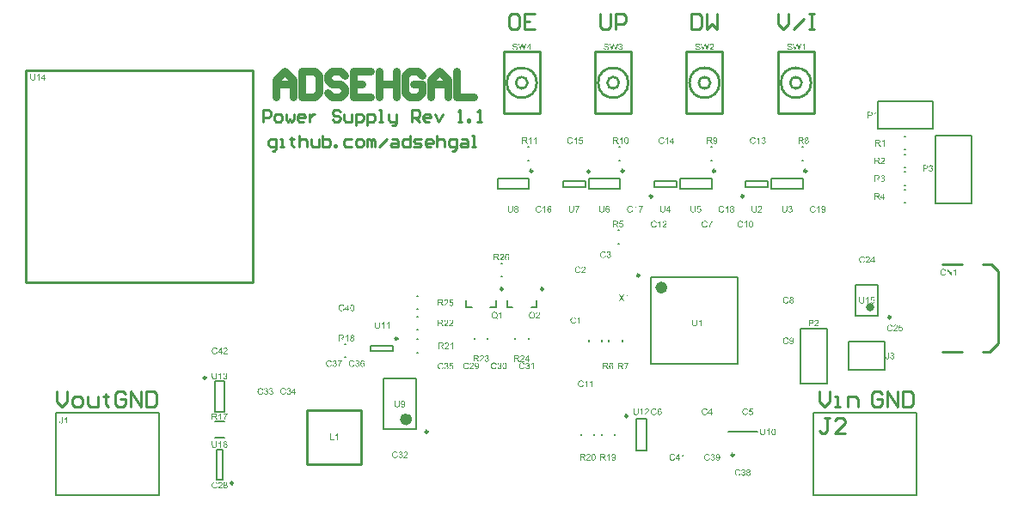
<source format=gto>
G04*
G04 #@! TF.GenerationSoftware,Altium Limited,Altium Designer,20.2.6 (244)*
G04*
G04 Layer_Color=65535*
%FSLAX44Y44*%
%MOMM*%
G71*
G04*
G04 #@! TF.SameCoordinates,5F1E5769-8BC1-42D3-870D-05276483D41C*
G04*
G04*
G04 #@! TF.FilePolarity,Positive*
G04*
G01*
G75*
%ADD10C,0.2500*%
%ADD11C,0.2540*%
%ADD12C,0.4000*%
%ADD13C,0.6000*%
%ADD14C,0.2000*%
%ADD15C,0.7620*%
G36*
X56071Y427024D02*
Y427015D01*
Y426978D01*
Y426932D01*
Y426867D01*
X56062Y426784D01*
Y426692D01*
X56053Y426581D01*
X56044Y426470D01*
X56016Y426220D01*
X55979Y425961D01*
X55923Y425712D01*
X55887Y425591D01*
X55849Y425480D01*
Y425471D01*
X55840Y425453D01*
X55822Y425425D01*
X55803Y425388D01*
X55748Y425286D01*
X55665Y425157D01*
X55554Y425009D01*
X55424Y424861D01*
X55258Y424704D01*
X55054Y424565D01*
X55045D01*
X55027Y424547D01*
X54999Y424537D01*
X54953Y424510D01*
X54897Y424482D01*
X54823Y424454D01*
X54749Y424426D01*
X54657Y424389D01*
X54555Y424352D01*
X54444Y424325D01*
X54324Y424297D01*
X54185Y424269D01*
X54047Y424251D01*
X53899Y424232D01*
X53566Y424214D01*
X53483D01*
X53418Y424223D01*
X53344D01*
X53252Y424232D01*
X53150Y424241D01*
X53048Y424251D01*
X52817Y424288D01*
X52567Y424343D01*
X52327Y424417D01*
X52096Y424519D01*
X52087D01*
X52068Y424537D01*
X52040Y424556D01*
X52003Y424574D01*
X51902Y424648D01*
X51781Y424750D01*
X51643Y424879D01*
X51513Y425027D01*
X51384Y425212D01*
X51282Y425416D01*
Y425425D01*
X51273Y425443D01*
X51264Y425480D01*
X51245Y425527D01*
X51227Y425582D01*
X51208Y425656D01*
X51180Y425739D01*
X51162Y425841D01*
X51143Y425952D01*
X51116Y426072D01*
X51097Y426202D01*
X51079Y426340D01*
X51060Y426497D01*
X51051Y426664D01*
X51042Y426839D01*
Y427024D01*
Y430723D01*
X51892D01*
Y427024D01*
Y427015D01*
Y426987D01*
Y426941D01*
Y426886D01*
X51902Y426821D01*
Y426738D01*
X51911Y426562D01*
X51929Y426359D01*
X51957Y426155D01*
X51994Y425961D01*
X52013Y425878D01*
X52040Y425795D01*
X52049Y425776D01*
X52068Y425730D01*
X52114Y425665D01*
X52170Y425573D01*
X52234Y425480D01*
X52327Y425379D01*
X52438Y425277D01*
X52567Y425194D01*
X52586Y425185D01*
X52632Y425157D01*
X52715Y425129D01*
X52826Y425092D01*
X52956Y425046D01*
X53122Y425018D01*
X53298Y424990D01*
X53492Y424981D01*
X53584D01*
X53640Y424990D01*
X53723D01*
X53806Y425000D01*
X54010Y425037D01*
X54232Y425083D01*
X54444Y425157D01*
X54647Y425258D01*
X54740Y425323D01*
X54823Y425397D01*
X54833Y425406D01*
X54842Y425416D01*
X54860Y425443D01*
X54888Y425480D01*
X54916Y425536D01*
X54953Y425591D01*
X54990Y425675D01*
X55027Y425758D01*
X55064Y425859D01*
X55091Y425980D01*
X55128Y426118D01*
X55156Y426266D01*
X55184Y426433D01*
X55202Y426608D01*
X55221Y426812D01*
Y427024D01*
Y430723D01*
X56071D01*
Y427024D01*
D02*
G37*
G36*
X65437Y426581D02*
X66306D01*
Y425859D01*
X65437D01*
Y424325D01*
X64651D01*
Y425859D01*
X61868D01*
Y426581D01*
X64799Y430723D01*
X65437D01*
Y426581D01*
D02*
G37*
G36*
X60121Y424325D02*
X59335D01*
Y429327D01*
X59326Y429317D01*
X59280Y429280D01*
X59224Y429225D01*
X59132Y429160D01*
X59030Y429077D01*
X58900Y428984D01*
X58753Y428883D01*
X58586Y428781D01*
X58577D01*
X58568Y428772D01*
X58512Y428735D01*
X58420Y428689D01*
X58309Y428633D01*
X58179Y428568D01*
X58041Y428504D01*
X57902Y428439D01*
X57763Y428383D01*
Y429142D01*
X57773D01*
X57791Y429160D01*
X57828Y429169D01*
X57874Y429197D01*
X57930Y429225D01*
X57994Y429262D01*
X58152Y429354D01*
X58337Y429456D01*
X58521Y429585D01*
X58716Y429733D01*
X58910Y429891D01*
X58919Y429900D01*
X58928Y429909D01*
X58956Y429937D01*
X58993Y429964D01*
X59076Y430057D01*
X59187Y430168D01*
X59298Y430297D01*
X59418Y430445D01*
X59520Y430593D01*
X59612Y430750D01*
X60121D01*
Y424325D01*
D02*
G37*
G36*
X899895Y155759D02*
X900015Y155741D01*
X900163Y155713D01*
X900329Y155667D01*
X900496Y155611D01*
X900662Y155537D01*
X900671D01*
X900680Y155528D01*
X900736Y155500D01*
X900819Y155445D01*
X900912Y155380D01*
X901023Y155288D01*
X901133Y155186D01*
X901245Y155066D01*
X901337Y154927D01*
X901346Y154909D01*
X901374Y154862D01*
X901411Y154779D01*
X901457Y154677D01*
X901503Y154557D01*
X901540Y154418D01*
X901568Y154261D01*
X901577Y154104D01*
Y154086D01*
Y154030D01*
X901568Y153956D01*
X901550Y153855D01*
X901522Y153734D01*
X901476Y153605D01*
X901420Y153475D01*
X901346Y153346D01*
X901337Y153328D01*
X901309Y153291D01*
X901254Y153226D01*
X901180Y153152D01*
X901087Y153069D01*
X900976Y152976D01*
X900847Y152893D01*
X900690Y152810D01*
X900699D01*
X900717Y152801D01*
X900745Y152791D01*
X900782Y152782D01*
X900884Y152745D01*
X901013Y152690D01*
X901161Y152616D01*
X901309Y152523D01*
X901448Y152403D01*
X901577Y152264D01*
X901587Y152246D01*
X901624Y152190D01*
X901679Y152098D01*
X901734Y151978D01*
X901790Y151830D01*
X901845Y151654D01*
X901882Y151451D01*
X901892Y151229D01*
Y151220D01*
Y151192D01*
Y151145D01*
X901882Y151090D01*
X901873Y151016D01*
X901855Y150933D01*
X901836Y150840D01*
X901818Y150739D01*
X901744Y150517D01*
X901688Y150397D01*
X901633Y150286D01*
X901559Y150166D01*
X901476Y150045D01*
X901383Y149925D01*
X901272Y149814D01*
X901263Y149805D01*
X901245Y149786D01*
X901208Y149759D01*
X901161Y149722D01*
X901106Y149676D01*
X901032Y149629D01*
X900949Y149574D01*
X900847Y149528D01*
X900745Y149472D01*
X900625Y149417D01*
X900505Y149370D01*
X900366Y149324D01*
X900218Y149287D01*
X900061Y149259D01*
X899904Y149241D01*
X899728Y149232D01*
X899645D01*
X899589Y149241D01*
X899516Y149250D01*
X899432Y149259D01*
X899340Y149278D01*
X899238Y149296D01*
X899016Y149352D01*
X898785Y149444D01*
X898665Y149500D01*
X898554Y149565D01*
X898443Y149648D01*
X898332Y149731D01*
X898323Y149740D01*
X898304Y149759D01*
X898277Y149786D01*
X898249Y149823D01*
X898203Y149870D01*
X898156Y149934D01*
X898101Y149999D01*
X898046Y150082D01*
X897990Y150175D01*
X897935Y150267D01*
X897833Y150489D01*
X897750Y150748D01*
X897722Y150887D01*
X897703Y151035D01*
X898489Y151136D01*
Y151127D01*
X898499Y151109D01*
X898508Y151072D01*
X898517Y151025D01*
X898526Y150970D01*
X898545Y150905D01*
X898591Y150766D01*
X898656Y150600D01*
X898739Y150443D01*
X898831Y150295D01*
X898942Y150166D01*
X898961Y150156D01*
X898998Y150119D01*
X899072Y150073D01*
X899164Y150027D01*
X899275Y149971D01*
X899414Y149925D01*
X899571Y149888D01*
X899737Y149879D01*
X899793D01*
X899830Y149888D01*
X899932Y149897D01*
X900061Y149925D01*
X900209Y149971D01*
X900366Y150036D01*
X900523Y150128D01*
X900671Y150258D01*
X900690Y150276D01*
X900736Y150332D01*
X900791Y150415D01*
X900865Y150526D01*
X900939Y150665D01*
X900995Y150822D01*
X901041Y151007D01*
X901060Y151210D01*
Y151220D01*
Y151238D01*
Y151266D01*
X901050Y151303D01*
X901041Y151404D01*
X901013Y151525D01*
X900976Y151672D01*
X900912Y151820D01*
X900819Y151968D01*
X900699Y152107D01*
X900680Y152126D01*
X900634Y152163D01*
X900560Y152218D01*
X900459Y152283D01*
X900329Y152347D01*
X900172Y152403D01*
X899996Y152440D01*
X899802Y152458D01*
X899719D01*
X899654Y152449D01*
X899571Y152440D01*
X899479Y152421D01*
X899368Y152403D01*
X899247Y152375D01*
X899340Y153069D01*
X899386D01*
X899423Y153059D01*
X899543D01*
X899645Y153078D01*
X899765Y153096D01*
X899904Y153124D01*
X900061Y153170D01*
X900209Y153235D01*
X900366Y153318D01*
X900375D01*
X900385Y153328D01*
X900431Y153364D01*
X900496Y153429D01*
X900570Y153512D01*
X900643Y153633D01*
X900708Y153771D01*
X900754Y153928D01*
X900773Y154021D01*
Y154123D01*
Y154132D01*
Y154141D01*
Y154197D01*
X900754Y154270D01*
X900736Y154372D01*
X900699Y154483D01*
X900653Y154603D01*
X900579Y154724D01*
X900477Y154834D01*
X900468Y154844D01*
X900422Y154881D01*
X900357Y154927D01*
X900274Y154982D01*
X900163Y155029D01*
X900033Y155075D01*
X899885Y155112D01*
X899719Y155121D01*
X899645D01*
X899562Y155103D01*
X899451Y155084D01*
X899331Y155047D01*
X899210Y155001D01*
X899081Y154927D01*
X898961Y154834D01*
X898952Y154825D01*
X898915Y154779D01*
X898859Y154714D01*
X898794Y154622D01*
X898730Y154502D01*
X898665Y154354D01*
X898609Y154178D01*
X898572Y153975D01*
X897787Y154113D01*
Y154123D01*
X897796Y154150D01*
X897805Y154187D01*
X897814Y154243D01*
X897833Y154307D01*
X897861Y154382D01*
X897916Y154557D01*
X898008Y154761D01*
X898120Y154964D01*
X898258Y155158D01*
X898434Y155334D01*
X898443Y155343D01*
X898462Y155352D01*
X898489Y155371D01*
X898526Y155399D01*
X898572Y155435D01*
X898637Y155472D01*
X898702Y155509D01*
X898785Y155556D01*
X898970Y155630D01*
X899183Y155704D01*
X899432Y155750D01*
X899562Y155768D01*
X899793D01*
X899895Y155759D01*
D02*
G37*
G36*
X896631Y151377D02*
Y151367D01*
Y151340D01*
Y151303D01*
Y151247D01*
X896622Y151173D01*
Y151099D01*
X896603Y150924D01*
X896585Y150720D01*
X896548Y150508D01*
X896492Y150313D01*
X896428Y150128D01*
Y150119D01*
X896418Y150110D01*
X896391Y150055D01*
X896344Y149981D01*
X896280Y149879D01*
X896187Y149777D01*
X896085Y149666D01*
X895956Y149555D01*
X895808Y149463D01*
X895790Y149454D01*
X895734Y149426D01*
X895651Y149389D01*
X895531Y149352D01*
X895383Y149306D01*
X895216Y149269D01*
X895031Y149241D01*
X894828Y149232D01*
X894745D01*
X894689Y149241D01*
X894615Y149250D01*
X894541Y149259D01*
X894347Y149296D01*
X894144Y149352D01*
X893931Y149435D01*
X893820Y149491D01*
X893719Y149555D01*
X893626Y149629D01*
X893534Y149712D01*
X893524Y149722D01*
X893515Y149731D01*
X893497Y149768D01*
X893469Y149805D01*
X893432Y149851D01*
X893395Y149916D01*
X893358Y149990D01*
X893312Y150073D01*
X893275Y150166D01*
X893238Y150276D01*
X893201Y150387D01*
X893164Y150517D01*
X893145Y150655D01*
X893118Y150813D01*
X893108Y150970D01*
Y151145D01*
X893876Y151257D01*
Y151247D01*
Y151229D01*
Y151192D01*
X893885Y151136D01*
X893894Y151081D01*
Y151016D01*
X893922Y150859D01*
X893950Y150693D01*
X894005Y150526D01*
X894061Y150378D01*
X894098Y150313D01*
X894144Y150258D01*
X894153Y150249D01*
X894190Y150221D01*
X894246Y150175D01*
X894320Y150128D01*
X894421Y150073D01*
X894532Y150036D01*
X894671Y149999D01*
X894819Y149990D01*
X894874D01*
X894930Y149999D01*
X895013Y150008D01*
X895096Y150027D01*
X895189Y150045D01*
X895281Y150082D01*
X895374Y150128D01*
X895383Y150138D01*
X895411Y150156D01*
X895447Y150193D01*
X895503Y150230D01*
X895549Y150295D01*
X895605Y150360D01*
X895651Y150434D01*
X895688Y150526D01*
Y150535D01*
X895706Y150572D01*
X895716Y150637D01*
X895734Y150720D01*
X895753Y150831D01*
X895762Y150970D01*
X895780Y151136D01*
Y151330D01*
Y155741D01*
X896631D01*
Y151377D01*
D02*
G37*
G36*
X586371Y296806D02*
Y296797D01*
Y296760D01*
Y296714D01*
Y296649D01*
X586361Y296566D01*
Y296473D01*
X586352Y296362D01*
X586343Y296252D01*
X586315Y296002D01*
X586278Y295743D01*
X586223Y295493D01*
X586186Y295373D01*
X586149Y295262D01*
Y295253D01*
X586139Y295234D01*
X586121Y295207D01*
X586102Y295170D01*
X586047Y295068D01*
X585964Y294939D01*
X585853Y294791D01*
X585723Y294643D01*
X585557Y294485D01*
X585354Y294347D01*
X585344D01*
X585326Y294328D01*
X585298Y294319D01*
X585252Y294291D01*
X585196Y294264D01*
X585122Y294236D01*
X585048Y294208D01*
X584956Y294171D01*
X584854Y294134D01*
X584743Y294107D01*
X584623Y294079D01*
X584484Y294051D01*
X584346Y294032D01*
X584198Y294014D01*
X583865Y293995D01*
X583782D01*
X583717Y294005D01*
X583643D01*
X583551Y294014D01*
X583449Y294023D01*
X583347Y294032D01*
X583116Y294069D01*
X582867Y294125D01*
X582626Y294199D01*
X582395Y294301D01*
X582386D01*
X582367Y294319D01*
X582340Y294338D01*
X582303Y294356D01*
X582201Y294430D01*
X582081Y294532D01*
X581942Y294661D01*
X581813Y294809D01*
X581683Y294994D01*
X581581Y295198D01*
Y295207D01*
X581572Y295225D01*
X581563Y295262D01*
X581544Y295308D01*
X581526Y295364D01*
X581507Y295438D01*
X581480Y295521D01*
X581461Y295623D01*
X581443Y295734D01*
X581415Y295854D01*
X581396Y295983D01*
X581378Y296122D01*
X581359Y296279D01*
X581350Y296446D01*
X581341Y296621D01*
Y296806D01*
Y300504D01*
X582192D01*
Y296806D01*
Y296797D01*
Y296769D01*
Y296723D01*
Y296667D01*
X582201Y296603D01*
Y296520D01*
X582210Y296344D01*
X582229Y296140D01*
X582256Y295937D01*
X582293Y295743D01*
X582312Y295660D01*
X582340Y295576D01*
X582349Y295558D01*
X582367Y295512D01*
X582413Y295447D01*
X582469Y295355D01*
X582534Y295262D01*
X582626Y295161D01*
X582737Y295059D01*
X582867Y294976D01*
X582885Y294966D01*
X582931Y294939D01*
X583014Y294911D01*
X583125Y294874D01*
X583255Y294828D01*
X583421Y294800D01*
X583597Y294772D01*
X583791Y294763D01*
X583884D01*
X583939Y294772D01*
X584022D01*
X584105Y294781D01*
X584309Y294818D01*
X584531Y294865D01*
X584743Y294939D01*
X584947Y295040D01*
X585039Y295105D01*
X585122Y295179D01*
X585132Y295188D01*
X585141Y295198D01*
X585159Y295225D01*
X585187Y295262D01*
X585215Y295318D01*
X585252Y295373D01*
X585289Y295456D01*
X585326Y295539D01*
X585363Y295641D01*
X585391Y295761D01*
X585428Y295900D01*
X585455Y296048D01*
X585483Y296215D01*
X585502Y296390D01*
X585520Y296593D01*
Y296806D01*
Y300504D01*
X586371D01*
Y296806D01*
D02*
G37*
G36*
X591659Y299802D02*
X591650Y299792D01*
X591631Y299774D01*
X591594Y299737D01*
X591557Y299682D01*
X591502Y299617D01*
X591428Y299543D01*
X591354Y299450D01*
X591271Y299340D01*
X591188Y299228D01*
X591086Y299099D01*
X590984Y298951D01*
X590882Y298803D01*
X590771Y298637D01*
X590661Y298461D01*
X590550Y298267D01*
X590439Y298073D01*
X590429Y298064D01*
X590411Y298027D01*
X590383Y297971D01*
X590337Y297888D01*
X590291Y297786D01*
X590235Y297675D01*
X590171Y297546D01*
X590106Y297398D01*
X590032Y297232D01*
X589949Y297065D01*
X589875Y296880D01*
X589801Y296686D01*
X589653Y296288D01*
X589514Y295863D01*
Y295854D01*
X589505Y295826D01*
X589496Y295780D01*
X589477Y295725D01*
X589459Y295651D01*
X589440Y295558D01*
X589412Y295456D01*
X589394Y295345D01*
X589366Y295216D01*
X589338Y295077D01*
X589292Y294781D01*
X589246Y294458D01*
X589218Y294107D01*
X588414D01*
Y294116D01*
Y294144D01*
Y294180D01*
X588423Y294236D01*
Y294310D01*
X588432Y294402D01*
X588442Y294504D01*
X588451Y294615D01*
X588469Y294744D01*
X588488Y294874D01*
X588516Y295031D01*
X588543Y295188D01*
X588571Y295355D01*
X588608Y295539D01*
X588700Y295919D01*
Y295928D01*
X588710Y295965D01*
X588728Y296020D01*
X588756Y296103D01*
X588784Y296196D01*
X588821Y296307D01*
X588858Y296436D01*
X588913Y296575D01*
X588969Y296732D01*
X589024Y296889D01*
X589163Y297241D01*
X589329Y297611D01*
X589514Y297980D01*
X589523Y297990D01*
X589542Y298027D01*
X589570Y298073D01*
X589607Y298147D01*
X589653Y298230D01*
X589717Y298332D01*
X589782Y298443D01*
X589856Y298563D01*
X590032Y298831D01*
X590217Y299108D01*
X590429Y299395D01*
X590651Y299663D01*
X587517D01*
Y300421D01*
X591659D01*
Y299802D01*
D02*
G37*
G36*
X676384Y296806D02*
Y296797D01*
Y296760D01*
Y296714D01*
Y296649D01*
X676375Y296566D01*
Y296473D01*
X676366Y296362D01*
X676357Y296252D01*
X676329Y296002D01*
X676292Y295743D01*
X676236Y295493D01*
X676199Y295373D01*
X676163Y295262D01*
Y295253D01*
X676153Y295234D01*
X676135Y295207D01*
X676116Y295170D01*
X676061Y295068D01*
X675978Y294939D01*
X675867Y294791D01*
X675737Y294643D01*
X675571Y294485D01*
X675367Y294347D01*
X675358D01*
X675340Y294328D01*
X675312Y294319D01*
X675266Y294291D01*
X675210Y294264D01*
X675136Y294236D01*
X675062Y294208D01*
X674970Y294171D01*
X674868Y294134D01*
X674757Y294107D01*
X674637Y294079D01*
X674498Y294051D01*
X674360Y294032D01*
X674212Y294014D01*
X673879Y293995D01*
X673796D01*
X673731Y294005D01*
X673657D01*
X673565Y294014D01*
X673463Y294023D01*
X673361Y294032D01*
X673130Y294069D01*
X672880Y294125D01*
X672640Y294199D01*
X672409Y294301D01*
X672400D01*
X672381Y294319D01*
X672353Y294338D01*
X672316Y294356D01*
X672215Y294430D01*
X672094Y294532D01*
X671956Y294661D01*
X671826Y294809D01*
X671697Y294994D01*
X671595Y295198D01*
Y295207D01*
X671586Y295225D01*
X671577Y295262D01*
X671558Y295308D01*
X671540Y295364D01*
X671521Y295438D01*
X671494Y295521D01*
X671475Y295623D01*
X671457Y295734D01*
X671429Y295854D01*
X671410Y295983D01*
X671392Y296122D01*
X671373Y296279D01*
X671364Y296446D01*
X671355Y296621D01*
Y296806D01*
Y300504D01*
X672205D01*
Y296806D01*
Y296797D01*
Y296769D01*
Y296723D01*
Y296667D01*
X672215Y296603D01*
Y296520D01*
X672224Y296344D01*
X672242Y296140D01*
X672270Y295937D01*
X672307Y295743D01*
X672326Y295660D01*
X672353Y295576D01*
X672363Y295558D01*
X672381Y295512D01*
X672427Y295447D01*
X672483Y295355D01*
X672548Y295262D01*
X672640Y295161D01*
X672751Y295059D01*
X672880Y294976D01*
X672899Y294966D01*
X672945Y294939D01*
X673028Y294911D01*
X673139Y294874D01*
X673269Y294828D01*
X673435Y294800D01*
X673611Y294772D01*
X673805Y294763D01*
X673897D01*
X673953Y294772D01*
X674036D01*
X674119Y294781D01*
X674323Y294818D01*
X674545Y294865D01*
X674757Y294939D01*
X674961Y295040D01*
X675053Y295105D01*
X675136Y295179D01*
X675145Y295188D01*
X675155Y295198D01*
X675173Y295225D01*
X675201Y295262D01*
X675229Y295318D01*
X675266Y295373D01*
X675303Y295456D01*
X675340Y295539D01*
X675377Y295641D01*
X675404Y295761D01*
X675441Y295900D01*
X675469Y296048D01*
X675497Y296215D01*
X675515Y296390D01*
X675534Y296593D01*
Y296806D01*
Y300504D01*
X676384D01*
Y296806D01*
D02*
G37*
G36*
X680776Y296362D02*
X681645D01*
Y295641D01*
X680776D01*
Y294107D01*
X679990D01*
Y295641D01*
X677207D01*
Y296362D01*
X680138Y300504D01*
X680776D01*
Y296362D01*
D02*
G37*
G36*
X766403Y296792D02*
Y296783D01*
Y296746D01*
Y296700D01*
Y296635D01*
X766394Y296552D01*
Y296460D01*
X766385Y296348D01*
X766375Y296238D01*
X766348Y295988D01*
X766311Y295729D01*
X766255Y295479D01*
X766218Y295359D01*
X766181Y295248D01*
Y295239D01*
X766172Y295221D01*
X766153Y295193D01*
X766135Y295156D01*
X766079Y295054D01*
X765996Y294925D01*
X765885Y294777D01*
X765756Y294629D01*
X765589Y294472D01*
X765386Y294333D01*
X765377D01*
X765358Y294314D01*
X765331Y294305D01*
X765284Y294277D01*
X765229Y294250D01*
X765155Y294222D01*
X765081Y294194D01*
X764988Y294157D01*
X764887Y294120D01*
X764776Y294093D01*
X764656Y294065D01*
X764517Y294037D01*
X764378Y294019D01*
X764230Y294000D01*
X763897Y293982D01*
X763814D01*
X763749Y293991D01*
X763676D01*
X763583Y294000D01*
X763481Y294009D01*
X763380Y294019D01*
X763148Y294056D01*
X762899Y294111D01*
X762658Y294185D01*
X762427Y294287D01*
X762418D01*
X762400Y294305D01*
X762372Y294324D01*
X762335Y294342D01*
X762233Y294416D01*
X762113Y294518D01*
X761974Y294647D01*
X761845Y294795D01*
X761715Y294980D01*
X761614Y295184D01*
Y295193D01*
X761605Y295211D01*
X761595Y295248D01*
X761577Y295294D01*
X761558Y295350D01*
X761540Y295424D01*
X761512Y295507D01*
X761494Y295609D01*
X761475Y295720D01*
X761447Y295840D01*
X761429Y295970D01*
X761410Y296108D01*
X761392Y296265D01*
X761383Y296432D01*
X761373Y296607D01*
Y296792D01*
Y300491D01*
X762224D01*
Y296792D01*
Y296783D01*
Y296755D01*
Y296709D01*
Y296654D01*
X762233Y296589D01*
Y296506D01*
X762242Y296330D01*
X762261Y296127D01*
X762289Y295923D01*
X762326Y295729D01*
X762344Y295646D01*
X762372Y295563D01*
X762381Y295544D01*
X762400Y295498D01*
X762446Y295433D01*
X762501Y295341D01*
X762566Y295248D01*
X762658Y295147D01*
X762769Y295045D01*
X762899Y294962D01*
X762917Y294952D01*
X762964Y294925D01*
X763047Y294897D01*
X763158Y294860D01*
X763287Y294814D01*
X763454Y294786D01*
X763629Y294758D01*
X763823Y294749D01*
X763916D01*
X763971Y294758D01*
X764055D01*
X764138Y294767D01*
X764341Y294804D01*
X764563Y294851D01*
X764776Y294925D01*
X764979Y295026D01*
X765072Y295091D01*
X765155Y295165D01*
X765164Y295174D01*
X765173Y295184D01*
X765192Y295211D01*
X765219Y295248D01*
X765247Y295304D01*
X765284Y295359D01*
X765321Y295443D01*
X765358Y295526D01*
X765395Y295627D01*
X765423Y295748D01*
X765460Y295886D01*
X765488Y296034D01*
X765515Y296201D01*
X765534Y296376D01*
X765552Y296580D01*
Y296792D01*
Y300491D01*
X766403D01*
Y296792D01*
D02*
G37*
G36*
X769768Y300509D02*
X769842Y300500D01*
X769935Y300491D01*
X770036Y300472D01*
X770138Y300454D01*
X770379Y300389D01*
X770619Y300296D01*
X770739Y300241D01*
X770859Y300176D01*
X770970Y300093D01*
X771072Y300000D01*
X771081Y299991D01*
X771100Y299982D01*
X771118Y299945D01*
X771155Y299908D01*
X771201Y299862D01*
X771248Y299797D01*
X771294Y299732D01*
X771349Y299649D01*
X771442Y299473D01*
X771534Y299252D01*
X771571Y299141D01*
X771590Y299011D01*
X771608Y298882D01*
X771618Y298743D01*
Y298725D01*
Y298678D01*
X771608Y298605D01*
X771599Y298503D01*
X771581Y298392D01*
X771544Y298262D01*
X771507Y298124D01*
X771451Y297985D01*
X771442Y297966D01*
X771423Y297920D01*
X771386Y297846D01*
X771331Y297745D01*
X771257Y297634D01*
X771164Y297495D01*
X771053Y297356D01*
X770924Y297199D01*
X770906Y297181D01*
X770859Y297125D01*
X770813Y297079D01*
X770767Y297033D01*
X770711Y296977D01*
X770637Y296903D01*
X770564Y296829D01*
X770471Y296746D01*
X770379Y296654D01*
X770268Y296552D01*
X770147Y296450D01*
X770018Y296330D01*
X769870Y296210D01*
X769722Y296080D01*
X769713Y296071D01*
X769694Y296053D01*
X769657Y296025D01*
X769611Y295988D01*
X769556Y295933D01*
X769491Y295877D01*
X769343Y295757D01*
X769186Y295618D01*
X769038Y295479D01*
X768908Y295359D01*
X768853Y295313D01*
X768807Y295267D01*
X768798Y295258D01*
X768770Y295230D01*
X768733Y295193D01*
X768687Y295137D01*
X768640Y295073D01*
X768585Y295008D01*
X768474Y294851D01*
X771627D01*
Y294093D01*
X767383D01*
Y294102D01*
Y294139D01*
Y294194D01*
X767392Y294268D01*
X767402Y294352D01*
X767420Y294444D01*
X767439Y294536D01*
X767476Y294638D01*
Y294647D01*
X767485Y294657D01*
X767503Y294712D01*
X767540Y294795D01*
X767596Y294906D01*
X767670Y295036D01*
X767762Y295184D01*
X767864Y295331D01*
X767993Y295489D01*
Y295498D01*
X768012Y295507D01*
X768058Y295563D01*
X768141Y295646D01*
X768261Y295766D01*
X768400Y295905D01*
X768576Y296071D01*
X768788Y296256D01*
X769019Y296450D01*
X769029Y296460D01*
X769066Y296487D01*
X769121Y296533D01*
X769186Y296589D01*
X769269Y296663D01*
X769371Y296746D01*
X769473Y296838D01*
X769593Y296940D01*
X769824Y297162D01*
X770055Y297384D01*
X770166Y297495D01*
X770268Y297606D01*
X770360Y297708D01*
X770434Y297809D01*
Y297819D01*
X770452Y297828D01*
X770471Y297856D01*
X770490Y297892D01*
X770554Y297994D01*
X770628Y298114D01*
X770693Y298262D01*
X770758Y298419D01*
X770795Y298595D01*
X770813Y298762D01*
Y298771D01*
Y298780D01*
X770804Y298836D01*
X770795Y298928D01*
X770767Y299030D01*
X770730Y299159D01*
X770665Y299289D01*
X770582Y299418D01*
X770471Y299548D01*
X770452Y299566D01*
X770406Y299603D01*
X770342Y299649D01*
X770240Y299714D01*
X770110Y299769D01*
X769962Y299825D01*
X769787Y299862D01*
X769593Y299871D01*
X769537D01*
X769500Y299862D01*
X769389Y299853D01*
X769260Y299825D01*
X769121Y299788D01*
X768964Y299723D01*
X768816Y299640D01*
X768677Y299529D01*
X768659Y299510D01*
X768622Y299464D01*
X768566Y299390D01*
X768511Y299279D01*
X768446Y299150D01*
X768391Y298983D01*
X768354Y298799D01*
X768335Y298586D01*
X767531Y298669D01*
Y298678D01*
X767540Y298706D01*
Y298752D01*
X767549Y298817D01*
X767568Y298891D01*
X767586Y298974D01*
X767614Y299076D01*
X767642Y299178D01*
X767716Y299400D01*
X767827Y299622D01*
X767891Y299732D01*
X767975Y299843D01*
X768058Y299945D01*
X768150Y300037D01*
X768160Y300047D01*
X768178Y300056D01*
X768206Y300084D01*
X768252Y300112D01*
X768308Y300149D01*
X768372Y300186D01*
X768446Y300232D01*
X768539Y300278D01*
X768640Y300324D01*
X768751Y300370D01*
X768872Y300407D01*
X769001Y300444D01*
X769140Y300472D01*
X769288Y300500D01*
X769445Y300509D01*
X769611Y300518D01*
X769704D01*
X769768Y300509D01*
D02*
G37*
G36*
X83226Y87934D02*
Y87925D01*
Y87898D01*
Y87860D01*
Y87805D01*
X83216Y87731D01*
Y87657D01*
X83198Y87481D01*
X83179Y87278D01*
X83142Y87065D01*
X83087Y86871D01*
X83022Y86686D01*
Y86677D01*
X83013Y86668D01*
X82985Y86612D01*
X82939Y86538D01*
X82874Y86437D01*
X82782Y86335D01*
X82680Y86224D01*
X82551Y86113D01*
X82403Y86021D01*
X82384Y86011D01*
X82329Y85984D01*
X82246Y85947D01*
X82125Y85910D01*
X81977Y85863D01*
X81811Y85826D01*
X81626Y85799D01*
X81423Y85789D01*
X81340D01*
X81284Y85799D01*
X81210Y85808D01*
X81136Y85817D01*
X80942Y85854D01*
X80738Y85910D01*
X80526Y85993D01*
X80415Y86048D01*
X80313Y86113D01*
X80221Y86187D01*
X80128Y86270D01*
X80119Y86279D01*
X80110Y86289D01*
X80091Y86326D01*
X80064Y86363D01*
X80027Y86409D01*
X79990Y86474D01*
X79953Y86548D01*
X79906Y86631D01*
X79869Y86723D01*
X79833Y86834D01*
X79795Y86945D01*
X79759Y87075D01*
X79740Y87213D01*
X79712Y87371D01*
X79703Y87528D01*
Y87703D01*
X80470Y87814D01*
Y87805D01*
Y87787D01*
Y87750D01*
X80480Y87694D01*
X80489Y87639D01*
Y87574D01*
X80517Y87417D01*
X80544Y87250D01*
X80600Y87084D01*
X80655Y86936D01*
X80692Y86871D01*
X80738Y86816D01*
X80748Y86806D01*
X80785Y86779D01*
X80840Y86733D01*
X80914Y86686D01*
X81016Y86631D01*
X81127Y86594D01*
X81265Y86557D01*
X81413Y86548D01*
X81469D01*
X81524Y86557D01*
X81608Y86566D01*
X81691Y86585D01*
X81783Y86603D01*
X81876Y86640D01*
X81968Y86686D01*
X81977Y86695D01*
X82005Y86714D01*
X82042Y86751D01*
X82098Y86788D01*
X82144Y86853D01*
X82199Y86917D01*
X82246Y86991D01*
X82282Y87084D01*
Y87093D01*
X82301Y87130D01*
X82310Y87195D01*
X82329Y87278D01*
X82347Y87389D01*
X82357Y87528D01*
X82375Y87694D01*
Y87888D01*
Y92298D01*
X83226D01*
Y87934D01*
D02*
G37*
G36*
X87247Y85900D02*
X86461D01*
Y90902D01*
X86452Y90893D01*
X86406Y90856D01*
X86351Y90801D01*
X86258Y90736D01*
X86156Y90653D01*
X86027Y90560D01*
X85879Y90458D01*
X85713Y90357D01*
X85703D01*
X85694Y90347D01*
X85639Y90311D01*
X85546Y90264D01*
X85435Y90209D01*
X85306Y90144D01*
X85167Y90079D01*
X85028Y90015D01*
X84890Y89959D01*
Y90717D01*
X84899D01*
X84917Y90736D01*
X84955Y90745D01*
X85001Y90773D01*
X85056Y90801D01*
X85121Y90838D01*
X85278Y90930D01*
X85463Y91032D01*
X85648Y91161D01*
X85842Y91309D01*
X86036Y91466D01*
X86046Y91475D01*
X86055Y91485D01*
X86082Y91512D01*
X86119Y91540D01*
X86203Y91633D01*
X86314Y91744D01*
X86425Y91873D01*
X86545Y92021D01*
X86646Y92169D01*
X86739Y92326D01*
X87247D01*
Y85900D01*
D02*
G37*
G36*
X633840Y210143D02*
X636234Y206787D01*
X635190D01*
X633572Y209062D01*
X633562Y209071D01*
X633544Y209099D01*
X633525Y209135D01*
X633488Y209182D01*
X633405Y209311D01*
X633313Y209450D01*
X633303Y209441D01*
X633276Y209404D01*
X633239Y209348D01*
X633192Y209274D01*
X633091Y209126D01*
X633045Y209062D01*
X633008Y209006D01*
X631390Y206787D01*
X630373D01*
X632841Y210097D01*
X630659Y213185D01*
X631667D01*
X632832Y211539D01*
Y211530D01*
X632850Y211521D01*
X632869Y211493D01*
X632897Y211456D01*
X632952Y211364D01*
X633035Y211253D01*
X633119Y211123D01*
X633202Y210994D01*
X633276Y210874D01*
X633340Y210763D01*
X633350Y210781D01*
X633377Y210818D01*
X633424Y210892D01*
X633488Y210985D01*
X633562Y211086D01*
X633655Y211216D01*
X633747Y211345D01*
X633858Y211484D01*
X635134Y213185D01*
X636059D01*
X633840Y210143D01*
D02*
G37*
G36*
X639627Y206787D02*
X638842D01*
Y211789D01*
X638832Y211780D01*
X638786Y211743D01*
X638731Y211687D01*
X638638Y211623D01*
X638536Y211539D01*
X638407Y211447D01*
X638259Y211345D01*
X638093Y211243D01*
X638083D01*
X638074Y211234D01*
X638019Y211197D01*
X637926Y211151D01*
X637815Y211096D01*
X637686Y211031D01*
X637547Y210966D01*
X637408Y210902D01*
X637270Y210846D01*
Y211604D01*
X637279D01*
X637298Y211623D01*
X637335Y211632D01*
X637381Y211660D01*
X637436Y211687D01*
X637501Y211724D01*
X637658Y211817D01*
X637843Y211919D01*
X638028Y212048D01*
X638222Y212196D01*
X638416Y212353D01*
X638425Y212362D01*
X638435Y212372D01*
X638462Y212399D01*
X638499Y212427D01*
X638583Y212519D01*
X638694Y212630D01*
X638805Y212760D01*
X638925Y212908D01*
X639026Y213056D01*
X639119Y213213D01*
X639627D01*
Y206787D01*
D02*
G37*
G36*
X243343Y68259D02*
X243408D01*
X243482Y68250D01*
X243658Y68213D01*
X243852Y68167D01*
X244055Y68093D01*
X244258Y67982D01*
X244360Y67917D01*
X244453Y67843D01*
X244462Y67834D01*
X244471Y67825D01*
X244499Y67797D01*
X244527Y67769D01*
X244573Y67723D01*
X244610Y67667D01*
X244712Y67538D01*
X244813Y67372D01*
X244906Y67168D01*
X244989Y66937D01*
X245044Y66678D01*
X244258Y66613D01*
Y66623D01*
X244249Y66632D01*
X244240Y66687D01*
X244212Y66771D01*
X244175Y66872D01*
X244138Y66983D01*
X244083Y67094D01*
X244018Y67196D01*
X243953Y67279D01*
X243935Y67298D01*
X243898Y67334D01*
X243833Y67390D01*
X243741Y67455D01*
X243621Y67510D01*
X243491Y67566D01*
X243334Y67603D01*
X243168Y67621D01*
X243103D01*
X243029Y67612D01*
X242946Y67593D01*
X242835Y67566D01*
X242724Y67529D01*
X242613Y67482D01*
X242502Y67408D01*
X242483Y67399D01*
X242437Y67362D01*
X242372Y67298D01*
X242289Y67205D01*
X242197Y67094D01*
X242095Y66965D01*
X242003Y66798D01*
X241910Y66613D01*
Y66604D01*
X241901Y66586D01*
X241892Y66558D01*
X241873Y66521D01*
X241864Y66465D01*
X241845Y66401D01*
X241827Y66327D01*
X241808Y66234D01*
X241781Y66133D01*
X241762Y66022D01*
X241744Y65901D01*
X241735Y65772D01*
X241716Y65624D01*
X241707Y65476D01*
X241698Y65310D01*
Y65143D01*
X241707Y65153D01*
X241744Y65208D01*
X241808Y65282D01*
X241892Y65374D01*
X241984Y65485D01*
X242104Y65587D01*
X242234Y65689D01*
X242382Y65781D01*
X242391D01*
X242400Y65791D01*
X242456Y65818D01*
X242539Y65846D01*
X242650Y65892D01*
X242779Y65929D01*
X242927Y65957D01*
X243084Y65985D01*
X243251Y65994D01*
X243325D01*
X243380Y65985D01*
X243454Y65975D01*
X243528Y65966D01*
X243621Y65948D01*
X243713Y65920D01*
X243926Y65855D01*
X244037Y65809D01*
X244148Y65744D01*
X244258Y65679D01*
X244379Y65606D01*
X244490Y65513D01*
X244591Y65411D01*
X244601Y65402D01*
X244619Y65384D01*
X244647Y65356D01*
X244675Y65310D01*
X244721Y65245D01*
X244767Y65180D01*
X244813Y65097D01*
X244869Y65005D01*
X244924Y64903D01*
X244970Y64792D01*
X245017Y64662D01*
X245063Y64533D01*
X245091Y64394D01*
X245118Y64237D01*
X245137Y64080D01*
X245146Y63914D01*
Y63904D01*
Y63886D01*
Y63858D01*
Y63812D01*
X245137Y63756D01*
Y63701D01*
X245109Y63553D01*
X245081Y63377D01*
X245035Y63193D01*
X244970Y62989D01*
X244878Y62795D01*
Y62786D01*
X244869Y62776D01*
X244850Y62749D01*
X244832Y62712D01*
X244776Y62619D01*
X244693Y62499D01*
X244591Y62370D01*
X244471Y62240D01*
X244323Y62111D01*
X244166Y62000D01*
X244157D01*
X244148Y61991D01*
X244120Y61972D01*
X244083Y61963D01*
X243990Y61917D01*
X243870Y61870D01*
X243713Y61815D01*
X243537Y61778D01*
X243343Y61741D01*
X243131Y61732D01*
X243084D01*
X243038Y61741D01*
X242964D01*
X242881Y61750D01*
X242789Y61769D01*
X242677Y61796D01*
X242567Y61824D01*
X242437Y61861D01*
X242308Y61907D01*
X242178Y61963D01*
X242040Y62037D01*
X241910Y62120D01*
X241781Y62212D01*
X241651Y62323D01*
X241531Y62453D01*
X241522Y62462D01*
X241503Y62490D01*
X241476Y62527D01*
X241439Y62592D01*
X241383Y62675D01*
X241337Y62767D01*
X241282Y62887D01*
X241226Y63017D01*
X241161Y63174D01*
X241106Y63350D01*
X241060Y63544D01*
X241013Y63756D01*
X240967Y63997D01*
X240939Y64256D01*
X240921Y64533D01*
X240912Y64829D01*
Y64838D01*
Y64847D01*
Y64875D01*
Y64912D01*
X240921Y65005D01*
Y65134D01*
X240930Y65282D01*
X240949Y65458D01*
X240967Y65652D01*
X240995Y65865D01*
X241032Y66077D01*
X241078Y66308D01*
X241133Y66530D01*
X241198Y66752D01*
X241282Y66965D01*
X241374Y67168D01*
X241476Y67362D01*
X241596Y67529D01*
X241605Y67538D01*
X241623Y67556D01*
X241660Y67593D01*
X241707Y67649D01*
X241762Y67704D01*
X241836Y67760D01*
X241929Y67834D01*
X242021Y67899D01*
X242132Y67963D01*
X242252Y68037D01*
X242391Y68093D01*
X242530Y68157D01*
X242687Y68204D01*
X242853Y68241D01*
X243029Y68259D01*
X243214Y68268D01*
X243288D01*
X243343Y68259D01*
D02*
G37*
G36*
X234883Y64542D02*
Y64533D01*
Y64496D01*
Y64450D01*
Y64385D01*
X234874Y64302D01*
Y64209D01*
X234865Y64099D01*
X234856Y63988D01*
X234828Y63738D01*
X234791Y63479D01*
X234736Y63229D01*
X234699Y63109D01*
X234662Y62998D01*
Y62989D01*
X234652Y62971D01*
X234634Y62943D01*
X234615Y62906D01*
X234560Y62804D01*
X234477Y62675D01*
X234366Y62527D01*
X234236Y62379D01*
X234070Y62222D01*
X233867Y62083D01*
X233857D01*
X233839Y62064D01*
X233811Y62055D01*
X233765Y62028D01*
X233709Y62000D01*
X233635Y61972D01*
X233561Y61944D01*
X233469Y61907D01*
X233367Y61870D01*
X233256Y61843D01*
X233136Y61815D01*
X232997Y61787D01*
X232859Y61769D01*
X232711Y61750D01*
X232378Y61732D01*
X232295D01*
X232230Y61741D01*
X232156D01*
X232064Y61750D01*
X231962Y61759D01*
X231860Y61769D01*
X231629Y61806D01*
X231379Y61861D01*
X231139Y61935D01*
X230908Y62037D01*
X230899D01*
X230880Y62055D01*
X230852Y62074D01*
X230815Y62092D01*
X230714Y62166D01*
X230593Y62268D01*
X230455Y62397D01*
X230325Y62545D01*
X230196Y62730D01*
X230094Y62934D01*
Y62943D01*
X230085Y62961D01*
X230076Y62998D01*
X230057Y63045D01*
X230039Y63100D01*
X230020Y63174D01*
X229993Y63257D01*
X229974Y63359D01*
X229956Y63470D01*
X229928Y63590D01*
X229909Y63720D01*
X229891Y63858D01*
X229872Y64015D01*
X229863Y64182D01*
X229854Y64357D01*
Y64542D01*
Y68241D01*
X230704D01*
Y64542D01*
Y64533D01*
Y64505D01*
Y64459D01*
Y64404D01*
X230714Y64339D01*
Y64256D01*
X230723Y64080D01*
X230742Y63877D01*
X230769Y63673D01*
X230806Y63479D01*
X230825Y63396D01*
X230852Y63313D01*
X230862Y63294D01*
X230880Y63248D01*
X230926Y63183D01*
X230982Y63091D01*
X231047Y62998D01*
X231139Y62897D01*
X231250Y62795D01*
X231379Y62712D01*
X231398Y62702D01*
X231444Y62675D01*
X231527Y62647D01*
X231638Y62610D01*
X231768Y62564D01*
X231934Y62536D01*
X232110Y62508D01*
X232304Y62499D01*
X232396D01*
X232452Y62508D01*
X232535D01*
X232618Y62518D01*
X232822Y62554D01*
X233044Y62601D01*
X233256Y62675D01*
X233460Y62776D01*
X233552Y62841D01*
X233635Y62915D01*
X233645Y62924D01*
X233654Y62934D01*
X233672Y62961D01*
X233700Y62998D01*
X233728Y63054D01*
X233765Y63109D01*
X233802Y63193D01*
X233839Y63276D01*
X233876Y63377D01*
X233904Y63498D01*
X233941Y63636D01*
X233968Y63784D01*
X233996Y63951D01*
X234014Y64126D01*
X234033Y64330D01*
Y64542D01*
Y68241D01*
X234883D01*
Y64542D01*
D02*
G37*
G36*
X238933Y61843D02*
X238147D01*
Y66845D01*
X238138Y66835D01*
X238092Y66798D01*
X238036Y66743D01*
X237944Y66678D01*
X237842Y66595D01*
X237713Y66502D01*
X237565Y66401D01*
X237398Y66299D01*
X237389D01*
X237380Y66290D01*
X237324Y66253D01*
X237232Y66206D01*
X237121Y66151D01*
X236992Y66086D01*
X236853Y66022D01*
X236714Y65957D01*
X236575Y65901D01*
Y66660D01*
X236585D01*
X236603Y66678D01*
X236640Y66687D01*
X236686Y66715D01*
X236742Y66743D01*
X236807Y66780D01*
X236964Y66872D01*
X237149Y66974D01*
X237334Y67103D01*
X237528Y67251D01*
X237722Y67408D01*
X237731Y67418D01*
X237740Y67427D01*
X237768Y67455D01*
X237805Y67482D01*
X237888Y67575D01*
X237999Y67686D01*
X238110Y67815D01*
X238230Y67963D01*
X238332Y68111D01*
X238425Y68268D01*
X238933D01*
Y61843D01*
D02*
G37*
G36*
X872360Y207042D02*
Y207033D01*
Y206996D01*
Y206950D01*
Y206885D01*
X872351Y206802D01*
Y206709D01*
X872342Y206598D01*
X872333Y206488D01*
X872305Y206238D01*
X872268Y205979D01*
X872213Y205730D01*
X872176Y205609D01*
X872139Y205498D01*
Y205489D01*
X872129Y205471D01*
X872111Y205443D01*
X872092Y205406D01*
X872037Y205304D01*
X871954Y205175D01*
X871843Y205027D01*
X871713Y204879D01*
X871547Y204722D01*
X871343Y204583D01*
X871334D01*
X871316Y204564D01*
X871288Y204555D01*
X871242Y204527D01*
X871186Y204500D01*
X871112Y204472D01*
X871038Y204444D01*
X870946Y204407D01*
X870844Y204370D01*
X870733Y204343D01*
X870613Y204315D01*
X870474Y204287D01*
X870336Y204269D01*
X870188Y204250D01*
X869855Y204232D01*
X869772D01*
X869707Y204241D01*
X869633D01*
X869540Y204250D01*
X869439Y204259D01*
X869337Y204269D01*
X869106Y204306D01*
X868856Y204361D01*
X868616Y204435D01*
X868385Y204537D01*
X868375D01*
X868357Y204555D01*
X868329Y204574D01*
X868292Y204592D01*
X868191Y204666D01*
X868070Y204768D01*
X867932Y204897D01*
X867802Y205045D01*
X867673Y205230D01*
X867571Y205434D01*
Y205443D01*
X867562Y205461D01*
X867553Y205498D01*
X867534Y205544D01*
X867516Y205600D01*
X867497Y205674D01*
X867469Y205757D01*
X867451Y205859D01*
X867432Y205970D01*
X867405Y206090D01*
X867386Y206220D01*
X867368Y206358D01*
X867349Y206515D01*
X867340Y206682D01*
X867331Y206857D01*
Y207042D01*
Y210741D01*
X868181D01*
Y207042D01*
Y207033D01*
Y207005D01*
Y206959D01*
Y206904D01*
X868191Y206839D01*
Y206756D01*
X868200Y206580D01*
X868218Y206377D01*
X868246Y206173D01*
X868283Y205979D01*
X868302Y205896D01*
X868329Y205813D01*
X868338Y205794D01*
X868357Y205748D01*
X868403Y205683D01*
X868459Y205591D01*
X868523Y205498D01*
X868616Y205397D01*
X868727Y205295D01*
X868856Y205212D01*
X868875Y205203D01*
X868921Y205175D01*
X869004Y205147D01*
X869115Y205110D01*
X869245Y205064D01*
X869411Y205036D01*
X869587Y205008D01*
X869781Y204999D01*
X869873D01*
X869929Y205008D01*
X870012D01*
X870095Y205018D01*
X870299Y205054D01*
X870520Y205101D01*
X870733Y205175D01*
X870937Y205276D01*
X871029Y205341D01*
X871112Y205415D01*
X871122Y205424D01*
X871131Y205434D01*
X871149Y205461D01*
X871177Y205498D01*
X871205Y205554D01*
X871242Y205609D01*
X871279Y205693D01*
X871316Y205776D01*
X871353Y205877D01*
X871380Y205998D01*
X871417Y206136D01*
X871445Y206284D01*
X871473Y206451D01*
X871491Y206626D01*
X871510Y206830D01*
Y207042D01*
Y210741D01*
X872360D01*
Y207042D01*
D02*
G37*
G36*
X882364Y209909D02*
X879803D01*
X879461Y208179D01*
X879470Y208189D01*
X879489Y208198D01*
X879517Y208216D01*
X879563Y208244D01*
X879618Y208272D01*
X879683Y208309D01*
X879831Y208383D01*
X880016Y208457D01*
X880219Y208522D01*
X880441Y208568D01*
X880552Y208586D01*
X880755D01*
X880811Y208577D01*
X880885Y208568D01*
X880968Y208559D01*
X881060Y208540D01*
X881162Y208512D01*
X881384Y208448D01*
X881504Y208401D01*
X881625Y208337D01*
X881745Y208272D01*
X881865Y208198D01*
X881976Y208106D01*
X882087Y208004D01*
X882096Y207995D01*
X882114Y207976D01*
X882142Y207948D01*
X882179Y207902D01*
X882225Y207838D01*
X882272Y207773D01*
X882327Y207689D01*
X882383Y207597D01*
X882429Y207495D01*
X882484Y207384D01*
X882531Y207255D01*
X882577Y207125D01*
X882614Y206987D01*
X882642Y206830D01*
X882660Y206672D01*
X882669Y206506D01*
Y206497D01*
Y206469D01*
Y206423D01*
X882660Y206358D01*
X882651Y206284D01*
X882642Y206201D01*
X882623Y206099D01*
X882605Y205998D01*
X882549Y205757D01*
X882457Y205508D01*
X882401Y205378D01*
X882327Y205258D01*
X882253Y205128D01*
X882161Y205008D01*
X882151Y204999D01*
X882133Y204971D01*
X882096Y204934D01*
X882050Y204888D01*
X881985Y204833D01*
X881911Y204759D01*
X881819Y204694D01*
X881717Y204620D01*
X881606Y204546D01*
X881477Y204481D01*
X881338Y204417D01*
X881190Y204352D01*
X881033Y204306D01*
X880857Y204269D01*
X880672Y204241D01*
X880478Y204232D01*
X880395D01*
X880330Y204241D01*
X880256Y204250D01*
X880173Y204259D01*
X880071Y204269D01*
X879969Y204296D01*
X879738Y204352D01*
X879507Y204435D01*
X879387Y204491D01*
X879267Y204555D01*
X879156Y204629D01*
X879045Y204712D01*
X879036Y204722D01*
X879017Y204731D01*
X878999Y204768D01*
X878962Y204805D01*
X878915Y204851D01*
X878869Y204907D01*
X878814Y204981D01*
X878768Y205064D01*
X878712Y205147D01*
X878657Y205249D01*
X878555Y205471D01*
X878472Y205730D01*
X878444Y205868D01*
X878426Y206016D01*
X879248Y206081D01*
Y206071D01*
Y206053D01*
X879258Y206025D01*
X879267Y205979D01*
X879295Y205877D01*
X879332Y205739D01*
X879387Y205600D01*
X879461Y205443D01*
X879554Y205304D01*
X879664Y205175D01*
X879683Y205166D01*
X879720Y205128D01*
X879794Y205082D01*
X879895Y205027D01*
X880006Y204971D01*
X880145Y204925D01*
X880302Y204888D01*
X880478Y204879D01*
X880534D01*
X880571Y204888D01*
X880681Y204897D01*
X880811Y204934D01*
X880968Y204981D01*
X881125Y205054D01*
X881292Y205166D01*
X881366Y205230D01*
X881440Y205304D01*
X881449Y205313D01*
X881458Y205323D01*
X881477Y205350D01*
X881504Y205378D01*
X881569Y205480D01*
X881643Y205609D01*
X881708Y205766D01*
X881772Y205961D01*
X881819Y206192D01*
X881837Y206312D01*
Y206441D01*
Y206451D01*
Y206469D01*
Y206506D01*
X881828Y206552D01*
Y206608D01*
X881819Y206672D01*
X881791Y206820D01*
X881745Y206996D01*
X881680Y207172D01*
X881588Y207338D01*
X881458Y207495D01*
Y207505D01*
X881440Y207514D01*
X881393Y207560D01*
X881310Y207625D01*
X881199Y207699D01*
X881051Y207764D01*
X880885Y207828D01*
X880691Y207874D01*
X880580Y207893D01*
X880404D01*
X880330Y207884D01*
X880238Y207874D01*
X880127Y207847D01*
X880016Y207819D01*
X879895Y207773D01*
X879775Y207717D01*
X879766Y207708D01*
X879729Y207689D01*
X879674Y207643D01*
X879600Y207597D01*
X879526Y207532D01*
X879452Y207449D01*
X879369Y207366D01*
X879304Y207264D01*
X878564Y207366D01*
X879184Y210657D01*
X882364D01*
Y209909D01*
D02*
G37*
G36*
X876410Y204343D02*
X875624D01*
Y209345D01*
X875615Y209335D01*
X875569Y209298D01*
X875513Y209243D01*
X875421Y209178D01*
X875319Y209095D01*
X875190Y209002D01*
X875042Y208901D01*
X874875Y208799D01*
X874866D01*
X874857Y208790D01*
X874801Y208753D01*
X874709Y208706D01*
X874598Y208651D01*
X874468Y208586D01*
X874330Y208522D01*
X874191Y208457D01*
X874052Y208401D01*
Y209160D01*
X874062D01*
X874080Y209178D01*
X874117Y209187D01*
X874163Y209215D01*
X874219Y209243D01*
X874284Y209280D01*
X874441Y209372D01*
X874626Y209474D01*
X874810Y209603D01*
X875005Y209751D01*
X875199Y209909D01*
X875208Y209918D01*
X875217Y209927D01*
X875245Y209955D01*
X875282Y209982D01*
X875365Y210075D01*
X875476Y210186D01*
X875587Y210315D01*
X875707Y210463D01*
X875809Y210611D01*
X875901Y210768D01*
X876410D01*
Y204343D01*
D02*
G37*
G36*
X528403Y460801D02*
X528468D01*
X528644Y460782D01*
X528838Y460755D01*
X529041Y460708D01*
X529263Y460653D01*
X529467Y460579D01*
X529476D01*
X529494Y460569D01*
X529522Y460551D01*
X529559Y460533D01*
X529651Y460486D01*
X529772Y460403D01*
X529910Y460311D01*
X530049Y460191D01*
X530178Y460052D01*
X530299Y459895D01*
Y459885D01*
X530308Y459876D01*
X530326Y459848D01*
X530345Y459821D01*
X530391Y459728D01*
X530447Y459608D01*
X530511Y459460D01*
X530558Y459284D01*
X530604Y459100D01*
X530622Y458896D01*
X529809Y458831D01*
Y458841D01*
Y458859D01*
X529799Y458887D01*
X529790Y458933D01*
X529762Y459035D01*
X529725Y459174D01*
X529670Y459321D01*
X529587Y459469D01*
X529485Y459608D01*
X529356Y459737D01*
X529337Y459747D01*
X529291Y459784D01*
X529198Y459839D01*
X529078Y459895D01*
X528921Y459950D01*
X528736Y460006D01*
X528505Y460042D01*
X528246Y460052D01*
X528117D01*
X528061Y460042D01*
X527987Y460033D01*
X527821Y460015D01*
X527636Y459978D01*
X527451Y459932D01*
X527275Y459858D01*
X527201Y459811D01*
X527127Y459765D01*
X527109Y459756D01*
X527072Y459719D01*
X527016Y459654D01*
X526961Y459580D01*
X526896Y459479D01*
X526841Y459368D01*
X526804Y459238D01*
X526785Y459090D01*
Y459072D01*
Y459035D01*
X526795Y458970D01*
X526813Y458896D01*
X526841Y458804D01*
X526887Y458711D01*
X526942Y458619D01*
X527026Y458526D01*
X527035Y458517D01*
X527081Y458489D01*
X527118Y458461D01*
X527155Y458443D01*
X527211Y458415D01*
X527275Y458378D01*
X527359Y458351D01*
X527451Y458314D01*
X527553Y458277D01*
X527673Y458230D01*
X527802Y458193D01*
X527950Y458147D01*
X528117Y458110D01*
X528302Y458064D01*
X528311D01*
X528348Y458055D01*
X528403Y458046D01*
X528468Y458027D01*
X528551Y458008D01*
X528653Y457981D01*
X528755Y457953D01*
X528866Y457925D01*
X529106Y457861D01*
X529337Y457796D01*
X529448Y457759D01*
X529550Y457722D01*
X529642Y457694D01*
X529716Y457657D01*
X529725D01*
X529744Y457648D01*
X529772Y457629D01*
X529809Y457611D01*
X529910Y457556D01*
X530031Y457481D01*
X530169Y457380D01*
X530308Y457269D01*
X530437Y457139D01*
X530548Y457001D01*
X530558Y456982D01*
X530594Y456936D01*
X530631Y456853D01*
X530687Y456742D01*
X530733Y456612D01*
X530779Y456455D01*
X530807Y456280D01*
X530816Y456095D01*
Y456085D01*
Y456076D01*
Y456048D01*
Y456012D01*
X530798Y455910D01*
X530779Y455780D01*
X530742Y455632D01*
X530696Y455475D01*
X530622Y455309D01*
X530521Y455133D01*
Y455124D01*
X530511Y455115D01*
X530465Y455059D01*
X530400Y454976D01*
X530308Y454883D01*
X530188Y454772D01*
X530040Y454652D01*
X529873Y454541D01*
X529679Y454440D01*
X529670D01*
X529651Y454431D01*
X529624Y454421D01*
X529587Y454403D01*
X529531Y454384D01*
X529467Y454356D01*
X529319Y454319D01*
X529143Y454273D01*
X528930Y454227D01*
X528699Y454199D01*
X528450Y454190D01*
X528302D01*
X528228Y454199D01*
X528144D01*
X528052Y454209D01*
X527941Y454218D01*
X527710Y454255D01*
X527469Y454292D01*
X527229Y454356D01*
X526998Y454440D01*
X526989D01*
X526970Y454449D01*
X526942Y454467D01*
X526906Y454486D01*
X526795Y454541D01*
X526665Y454625D01*
X526517Y454736D01*
X526360Y454865D01*
X526212Y455022D01*
X526073Y455198D01*
Y455207D01*
X526055Y455226D01*
X526046Y455253D01*
X526018Y455290D01*
X525999Y455336D01*
X525972Y455392D01*
X525907Y455531D01*
X525842Y455706D01*
X525787Y455900D01*
X525750Y456122D01*
X525731Y456353D01*
X526526Y456427D01*
Y456418D01*
Y456409D01*
X526536Y456381D01*
Y456344D01*
X526554Y456261D01*
X526582Y456141D01*
X526619Y456021D01*
X526656Y455882D01*
X526721Y455753D01*
X526785Y455632D01*
X526795Y455623D01*
X526822Y455586D01*
X526869Y455521D01*
X526942Y455457D01*
X527035Y455373D01*
X527137Y455290D01*
X527275Y455207D01*
X527423Y455133D01*
X527433D01*
X527442Y455124D01*
X527469Y455115D01*
X527497Y455105D01*
X527590Y455078D01*
X527710Y455041D01*
X527858Y455004D01*
X528024Y454976D01*
X528209Y454958D01*
X528413Y454948D01*
X528496D01*
X528588Y454958D01*
X528699Y454967D01*
X528829Y454985D01*
X528977Y455004D01*
X529124Y455041D01*
X529263Y455087D01*
X529282Y455096D01*
X529328Y455115D01*
X529393Y455152D01*
X529476Y455189D01*
X529559Y455253D01*
X529651Y455318D01*
X529744Y455392D01*
X529818Y455485D01*
X529827Y455494D01*
X529846Y455531D01*
X529873Y455577D01*
X529910Y455651D01*
X529947Y455725D01*
X529975Y455817D01*
X529994Y455919D01*
X530003Y456030D01*
Y456039D01*
Y456085D01*
X529994Y456141D01*
X529984Y456215D01*
X529957Y456289D01*
X529929Y456381D01*
X529883Y456474D01*
X529818Y456557D01*
X529809Y456566D01*
X529781Y456594D01*
X529744Y456631D01*
X529679Y456686D01*
X529605Y456742D01*
X529504Y456807D01*
X529383Y456871D01*
X529245Y456927D01*
X529235Y456936D01*
X529189Y456945D01*
X529115Y456973D01*
X529069Y456982D01*
X529004Y457001D01*
X528940Y457029D01*
X528856Y457047D01*
X528764Y457075D01*
X528653Y457102D01*
X528542Y457130D01*
X528413Y457167D01*
X528265Y457204D01*
X528107Y457241D01*
X528098D01*
X528070Y457250D01*
X528024Y457260D01*
X527969Y457278D01*
X527895Y457297D01*
X527812Y457315D01*
X527627Y457371D01*
X527423Y457435D01*
X527211Y457500D01*
X527026Y457565D01*
X526942Y457602D01*
X526869Y457639D01*
X526859D01*
X526850Y457648D01*
X526795Y457685D01*
X526711Y457731D01*
X526619Y457805D01*
X526508Y457888D01*
X526397Y457990D01*
X526286Y458110D01*
X526194Y458240D01*
X526184Y458258D01*
X526157Y458304D01*
X526120Y458378D01*
X526083Y458471D01*
X526046Y458591D01*
X526009Y458730D01*
X525981Y458878D01*
X525972Y459035D01*
Y459044D01*
Y459053D01*
Y459081D01*
Y459118D01*
X525990Y459210D01*
X526009Y459331D01*
X526036Y459469D01*
X526083Y459627D01*
X526147Y459784D01*
X526240Y459941D01*
Y459950D01*
X526249Y459959D01*
X526295Y460015D01*
X526360Y460089D01*
X526443Y460181D01*
X526554Y460283D01*
X526693Y460394D01*
X526859Y460496D01*
X527044Y460588D01*
X527053D01*
X527072Y460597D01*
X527100Y460606D01*
X527137Y460625D01*
X527183Y460644D01*
X527248Y460662D01*
X527386Y460699D01*
X527562Y460736D01*
X527765Y460773D01*
X527978Y460801D01*
X528218Y460810D01*
X528339D01*
X528403Y460801D01*
D02*
G37*
G36*
X537871Y454301D02*
X537039D01*
X535698Y459174D01*
Y459183D01*
X535689Y459201D01*
X535680Y459229D01*
X535670Y459275D01*
X535643Y459377D01*
X535615Y459497D01*
X535578Y459627D01*
X535541Y459747D01*
X535513Y459848D01*
X535504Y459895D01*
X535495Y459922D01*
Y459913D01*
X535485Y459904D01*
X535476Y459848D01*
X535458Y459765D01*
X535430Y459664D01*
X535402Y459552D01*
X535365Y459423D01*
X535337Y459294D01*
X535300Y459174D01*
X533951Y454301D01*
X533063D01*
X531390Y460699D01*
X532268D01*
X533220Y456502D01*
Y456492D01*
X533229Y456474D01*
X533239Y456437D01*
X533248Y456390D01*
X533257Y456326D01*
X533276Y456261D01*
X533294Y456178D01*
X533313Y456085D01*
X533359Y455891D01*
X533405Y455669D01*
X533451Y455429D01*
X533498Y455189D01*
Y455198D01*
X533507Y455235D01*
X533525Y455281D01*
X533535Y455355D01*
X533553Y455429D01*
X533581Y455521D01*
X533627Y455725D01*
X533683Y455928D01*
X533701Y456030D01*
X533729Y456122D01*
X533747Y456206D01*
X533766Y456280D01*
X533784Y456335D01*
X533793Y456372D01*
X535005Y460699D01*
X536031D01*
X536937Y457454D01*
Y457444D01*
X536955Y457398D01*
X536974Y457334D01*
X536992Y457250D01*
X537020Y457139D01*
X537057Y457019D01*
X537094Y456880D01*
X537131Y456723D01*
X537177Y456548D01*
X537214Y456372D01*
X537298Y455993D01*
X537381Y455595D01*
X537445Y455189D01*
Y455198D01*
X537455Y455216D01*
Y455253D01*
X537473Y455299D01*
X537482Y455355D01*
X537501Y455420D01*
X537510Y455503D01*
X537538Y455595D01*
X537584Y455799D01*
X537640Y456039D01*
X537695Y456298D01*
X537769Y456585D01*
X538768Y460699D01*
X539627D01*
X537871Y454301D01*
D02*
G37*
G36*
X543400Y456557D02*
X544269D01*
Y455836D01*
X543400D01*
Y454301D01*
X542614D01*
Y455836D01*
X539831D01*
Y456557D01*
X542762Y460699D01*
X543400D01*
Y456557D01*
D02*
G37*
G36*
X618389Y460801D02*
X618454D01*
X618630Y460782D01*
X618824Y460755D01*
X619027Y460708D01*
X619249Y460653D01*
X619453Y460579D01*
X619462D01*
X619480Y460569D01*
X619508Y460551D01*
X619545Y460533D01*
X619637Y460486D01*
X619758Y460403D01*
X619896Y460311D01*
X620035Y460191D01*
X620164Y460052D01*
X620285Y459895D01*
Y459885D01*
X620294Y459876D01*
X620312Y459848D01*
X620331Y459821D01*
X620377Y459728D01*
X620433Y459608D01*
X620497Y459460D01*
X620544Y459284D01*
X620590Y459100D01*
X620608Y458896D01*
X619795Y458831D01*
Y458841D01*
Y458859D01*
X619785Y458887D01*
X619776Y458933D01*
X619748Y459035D01*
X619711Y459174D01*
X619656Y459321D01*
X619573Y459469D01*
X619471Y459608D01*
X619342Y459737D01*
X619323Y459747D01*
X619277Y459784D01*
X619184Y459839D01*
X619064Y459895D01*
X618907Y459950D01*
X618722Y460006D01*
X618491Y460042D01*
X618232Y460052D01*
X618103D01*
X618047Y460042D01*
X617973Y460033D01*
X617807Y460015D01*
X617622Y459978D01*
X617437Y459932D01*
X617261Y459858D01*
X617188Y459811D01*
X617113Y459765D01*
X617095Y459756D01*
X617058Y459719D01*
X617003Y459654D01*
X616947Y459580D01*
X616882Y459479D01*
X616827Y459368D01*
X616790Y459238D01*
X616771Y459090D01*
Y459072D01*
Y459035D01*
X616781Y458970D01*
X616799Y458896D01*
X616827Y458804D01*
X616873Y458711D01*
X616929Y458619D01*
X617012Y458526D01*
X617021Y458517D01*
X617067Y458489D01*
X617104Y458461D01*
X617141Y458443D01*
X617197Y458415D01*
X617261Y458378D01*
X617345Y458351D01*
X617437Y458314D01*
X617539Y458277D01*
X617659Y458230D01*
X617788Y458193D01*
X617936Y458147D01*
X618103Y458110D01*
X618288Y458064D01*
X618297D01*
X618334Y458055D01*
X618389Y458046D01*
X618454Y458027D01*
X618537Y458008D01*
X618639Y457981D01*
X618741Y457953D01*
X618852Y457925D01*
X619092Y457861D01*
X619323Y457796D01*
X619434Y457759D01*
X619536Y457722D01*
X619628Y457694D01*
X619702Y457657D01*
X619711D01*
X619730Y457648D01*
X619758Y457629D01*
X619795Y457611D01*
X619896Y457556D01*
X620017Y457481D01*
X620155Y457380D01*
X620294Y457269D01*
X620423Y457139D01*
X620534Y457001D01*
X620544Y456982D01*
X620581Y456936D01*
X620618Y456853D01*
X620673Y456742D01*
X620719Y456612D01*
X620765Y456455D01*
X620793Y456280D01*
X620802Y456095D01*
Y456085D01*
Y456076D01*
Y456048D01*
Y456012D01*
X620784Y455910D01*
X620765Y455780D01*
X620728Y455632D01*
X620682Y455475D01*
X620608Y455309D01*
X620507Y455133D01*
Y455124D01*
X620497Y455115D01*
X620451Y455059D01*
X620386Y454976D01*
X620294Y454883D01*
X620174Y454772D01*
X620026Y454652D01*
X619859Y454541D01*
X619665Y454440D01*
X619656D01*
X619637Y454431D01*
X619610Y454421D01*
X619573Y454403D01*
X619517Y454384D01*
X619453Y454356D01*
X619305Y454319D01*
X619129Y454273D01*
X618916Y454227D01*
X618685Y454199D01*
X618436Y454190D01*
X618288D01*
X618214Y454199D01*
X618130D01*
X618038Y454209D01*
X617927Y454218D01*
X617696Y454255D01*
X617456Y454292D01*
X617215Y454356D01*
X616984Y454440D01*
X616975D01*
X616956Y454449D01*
X616929Y454467D01*
X616892Y454486D01*
X616781Y454541D01*
X616651Y454625D01*
X616503Y454736D01*
X616346Y454865D01*
X616198Y455022D01*
X616059Y455198D01*
Y455207D01*
X616041Y455226D01*
X616032Y455253D01*
X616004Y455290D01*
X615985Y455336D01*
X615958Y455392D01*
X615893Y455531D01*
X615828Y455706D01*
X615773Y455900D01*
X615736Y456122D01*
X615717Y456353D01*
X616512Y456427D01*
Y456418D01*
Y456409D01*
X616522Y456381D01*
Y456344D01*
X616540Y456261D01*
X616568Y456141D01*
X616605Y456021D01*
X616642Y455882D01*
X616707Y455753D01*
X616771Y455632D01*
X616781Y455623D01*
X616808Y455586D01*
X616855Y455521D01*
X616929Y455457D01*
X617021Y455373D01*
X617123Y455290D01*
X617261Y455207D01*
X617409Y455133D01*
X617419D01*
X617428Y455124D01*
X617456Y455115D01*
X617483Y455105D01*
X617576Y455078D01*
X617696Y455041D01*
X617844Y455004D01*
X618010Y454976D01*
X618195Y454958D01*
X618399Y454948D01*
X618482D01*
X618574Y454958D01*
X618685Y454967D01*
X618815Y454985D01*
X618963Y455004D01*
X619110Y455041D01*
X619249Y455087D01*
X619268Y455096D01*
X619314Y455115D01*
X619379Y455152D01*
X619462Y455189D01*
X619545Y455253D01*
X619637Y455318D01*
X619730Y455392D01*
X619804Y455485D01*
X619813Y455494D01*
X619832Y455531D01*
X619859Y455577D01*
X619896Y455651D01*
X619933Y455725D01*
X619961Y455817D01*
X619980Y455919D01*
X619989Y456030D01*
Y456039D01*
Y456085D01*
X619980Y456141D01*
X619970Y456215D01*
X619943Y456289D01*
X619915Y456381D01*
X619869Y456474D01*
X619804Y456557D01*
X619795Y456566D01*
X619767Y456594D01*
X619730Y456631D01*
X619665Y456686D01*
X619591Y456742D01*
X619490Y456807D01*
X619369Y456871D01*
X619231Y456927D01*
X619221Y456936D01*
X619175Y456945D01*
X619101Y456973D01*
X619055Y456982D01*
X618990Y457001D01*
X618926Y457029D01*
X618842Y457047D01*
X618750Y457075D01*
X618639Y457102D01*
X618528Y457130D01*
X618399Y457167D01*
X618251Y457204D01*
X618093Y457241D01*
X618084D01*
X618056Y457250D01*
X618010Y457260D01*
X617955Y457278D01*
X617881Y457297D01*
X617798Y457315D01*
X617613Y457371D01*
X617409Y457435D01*
X617197Y457500D01*
X617012Y457565D01*
X616929Y457602D01*
X616855Y457639D01*
X616845D01*
X616836Y457648D01*
X616781Y457685D01*
X616697Y457731D01*
X616605Y457805D01*
X616494Y457888D01*
X616383Y457990D01*
X616272Y458110D01*
X616180Y458240D01*
X616170Y458258D01*
X616143Y458304D01*
X616106Y458378D01*
X616069Y458471D01*
X616032Y458591D01*
X615995Y458730D01*
X615967Y458878D01*
X615958Y459035D01*
Y459044D01*
Y459053D01*
Y459081D01*
Y459118D01*
X615976Y459210D01*
X615995Y459331D01*
X616022Y459469D01*
X616069Y459627D01*
X616133Y459784D01*
X616226Y459941D01*
Y459950D01*
X616235Y459959D01*
X616281Y460015D01*
X616346Y460089D01*
X616429Y460181D01*
X616540Y460283D01*
X616679Y460394D01*
X616845Y460496D01*
X617030Y460588D01*
X617039D01*
X617058Y460597D01*
X617086Y460606D01*
X617123Y460625D01*
X617169Y460644D01*
X617234Y460662D01*
X617372Y460699D01*
X617548Y460736D01*
X617751Y460773D01*
X617964Y460801D01*
X618204Y460810D01*
X618325D01*
X618389Y460801D01*
D02*
G37*
G36*
X632285Y460718D02*
X632406Y460699D01*
X632554Y460671D01*
X632720Y460625D01*
X632887Y460569D01*
X633053Y460496D01*
X633062D01*
X633071Y460486D01*
X633127Y460459D01*
X633210Y460403D01*
X633302Y460338D01*
X633414Y460246D01*
X633524Y460144D01*
X633635Y460024D01*
X633728Y459885D01*
X633737Y459867D01*
X633765Y459821D01*
X633802Y459737D01*
X633848Y459636D01*
X633894Y459515D01*
X633931Y459377D01*
X633959Y459220D01*
X633968Y459062D01*
Y459044D01*
Y458988D01*
X633959Y458915D01*
X633941Y458813D01*
X633913Y458693D01*
X633867Y458563D01*
X633811Y458434D01*
X633737Y458304D01*
X633728Y458286D01*
X633700Y458249D01*
X633645Y458184D01*
X633571Y458110D01*
X633478Y458027D01*
X633367Y457934D01*
X633238Y457851D01*
X633081Y457768D01*
X633090D01*
X633108Y457759D01*
X633136Y457750D01*
X633173Y457740D01*
X633275Y457703D01*
X633404Y457648D01*
X633552Y457574D01*
X633700Y457481D01*
X633839Y457361D01*
X633968Y457223D01*
X633978Y457204D01*
X634015Y457149D01*
X634070Y457056D01*
X634125Y456936D01*
X634181Y456788D01*
X634236Y456612D01*
X634273Y456409D01*
X634283Y456187D01*
Y456178D01*
Y456150D01*
Y456104D01*
X634273Y456048D01*
X634264Y455975D01*
X634246Y455891D01*
X634227Y455799D01*
X634209Y455697D01*
X634135Y455475D01*
X634079Y455355D01*
X634024Y455244D01*
X633950Y455124D01*
X633867Y455004D01*
X633774Y454883D01*
X633663Y454772D01*
X633654Y454763D01*
X633635Y454745D01*
X633598Y454717D01*
X633552Y454680D01*
X633497Y454634D01*
X633423Y454588D01*
X633340Y454532D01*
X633238Y454486D01*
X633136Y454431D01*
X633016Y454375D01*
X632896Y454329D01*
X632757Y454282D01*
X632609Y454245D01*
X632452Y454218D01*
X632295Y454199D01*
X632119Y454190D01*
X632036D01*
X631980Y454199D01*
X631907Y454209D01*
X631823Y454218D01*
X631731Y454236D01*
X631629Y454255D01*
X631407Y454310D01*
X631176Y454403D01*
X631056Y454458D01*
X630945Y454523D01*
X630834Y454606D01*
X630723Y454689D01*
X630714Y454699D01*
X630695Y454717D01*
X630667Y454745D01*
X630640Y454782D01*
X630594Y454828D01*
X630547Y454893D01*
X630492Y454958D01*
X630436Y455041D01*
X630381Y455133D01*
X630326Y455226D01*
X630224Y455448D01*
X630140Y455706D01*
X630113Y455845D01*
X630094Y455993D01*
X630880Y456095D01*
Y456085D01*
X630889Y456067D01*
X630899Y456030D01*
X630908Y455984D01*
X630917Y455928D01*
X630936Y455863D01*
X630982Y455725D01*
X631047Y455558D01*
X631130Y455401D01*
X631222Y455253D01*
X631333Y455124D01*
X631352Y455115D01*
X631389Y455078D01*
X631463Y455031D01*
X631555Y454985D01*
X631666Y454930D01*
X631805Y454883D01*
X631962Y454846D01*
X632128Y454837D01*
X632184D01*
X632221Y454846D01*
X632323Y454856D01*
X632452Y454883D01*
X632600Y454930D01*
X632757Y454994D01*
X632914Y455087D01*
X633062Y455216D01*
X633081Y455235D01*
X633127Y455290D01*
X633182Y455373D01*
X633256Y455485D01*
X633330Y455623D01*
X633386Y455780D01*
X633432Y455965D01*
X633451Y456169D01*
Y456178D01*
Y456196D01*
Y456224D01*
X633441Y456261D01*
X633432Y456363D01*
X633404Y456483D01*
X633367Y456631D01*
X633302Y456779D01*
X633210Y456927D01*
X633090Y457066D01*
X633071Y457084D01*
X633025Y457121D01*
X632951Y457176D01*
X632850Y457241D01*
X632720Y457306D01*
X632563Y457361D01*
X632387Y457398D01*
X632193Y457417D01*
X632110D01*
X632045Y457407D01*
X631962Y457398D01*
X631870Y457380D01*
X631758Y457361D01*
X631638Y457334D01*
X631731Y458027D01*
X631777D01*
X631814Y458018D01*
X631934D01*
X632036Y458036D01*
X632156Y458055D01*
X632295Y458083D01*
X632452Y458129D01*
X632600Y458193D01*
X632757Y458277D01*
X632766D01*
X632775Y458286D01*
X632822Y458323D01*
X632887Y458388D01*
X632961Y458471D01*
X633034Y458591D01*
X633099Y458730D01*
X633145Y458887D01*
X633164Y458979D01*
Y459081D01*
Y459090D01*
Y459100D01*
Y459155D01*
X633145Y459229D01*
X633127Y459331D01*
X633090Y459442D01*
X633044Y459562D01*
X632970Y459682D01*
X632868Y459793D01*
X632859Y459802D01*
X632812Y459839D01*
X632748Y459885D01*
X632665Y459941D01*
X632554Y459987D01*
X632424Y460033D01*
X632276Y460070D01*
X632110Y460079D01*
X632036D01*
X631953Y460061D01*
X631842Y460042D01*
X631721Y460006D01*
X631601Y459959D01*
X631472Y459885D01*
X631352Y459793D01*
X631343Y459784D01*
X631306Y459737D01*
X631250Y459673D01*
X631185Y459580D01*
X631121Y459460D01*
X631056Y459312D01*
X631000Y459137D01*
X630963Y458933D01*
X630177Y459072D01*
Y459081D01*
X630187Y459109D01*
X630196Y459146D01*
X630205Y459201D01*
X630224Y459266D01*
X630252Y459340D01*
X630307Y459515D01*
X630399Y459719D01*
X630510Y459922D01*
X630649Y460117D01*
X630825Y460292D01*
X630834Y460301D01*
X630853Y460311D01*
X630880Y460329D01*
X630917Y460357D01*
X630963Y460394D01*
X631028Y460431D01*
X631093Y460468D01*
X631176Y460514D01*
X631361Y460588D01*
X631574Y460662D01*
X631823Y460708D01*
X631953Y460727D01*
X632184D01*
X632285Y460718D01*
D02*
G37*
G36*
X627857Y454301D02*
X627025D01*
X625684Y459174D01*
Y459183D01*
X625675Y459201D01*
X625666Y459229D01*
X625656Y459275D01*
X625629Y459377D01*
X625601Y459497D01*
X625564Y459627D01*
X625527Y459747D01*
X625499Y459848D01*
X625490Y459895D01*
X625481Y459922D01*
Y459913D01*
X625471Y459904D01*
X625462Y459848D01*
X625444Y459765D01*
X625416Y459664D01*
X625388Y459552D01*
X625351Y459423D01*
X625324Y459294D01*
X625287Y459174D01*
X623937Y454301D01*
X623049D01*
X621376Y460699D01*
X622254D01*
X623206Y456502D01*
Y456492D01*
X623216Y456474D01*
X623225Y456437D01*
X623234Y456390D01*
X623243Y456326D01*
X623262Y456261D01*
X623280Y456178D01*
X623299Y456085D01*
X623345Y455891D01*
X623391Y455669D01*
X623438Y455429D01*
X623484Y455189D01*
Y455198D01*
X623493Y455235D01*
X623512Y455281D01*
X623521Y455355D01*
X623539Y455429D01*
X623567Y455521D01*
X623613Y455725D01*
X623669Y455928D01*
X623687Y456030D01*
X623715Y456122D01*
X623733Y456206D01*
X623752Y456280D01*
X623770Y456335D01*
X623780Y456372D01*
X624991Y460699D01*
X626017D01*
X626923Y457454D01*
Y457444D01*
X626942Y457398D01*
X626960Y457334D01*
X626979Y457250D01*
X627006Y457139D01*
X627043Y457019D01*
X627080Y456880D01*
X627117Y456723D01*
X627164Y456548D01*
X627200Y456372D01*
X627284Y455993D01*
X627367Y455595D01*
X627432Y455189D01*
Y455198D01*
X627441Y455216D01*
Y455253D01*
X627459Y455299D01*
X627469Y455355D01*
X627487Y455420D01*
X627496Y455503D01*
X627524Y455595D01*
X627570Y455799D01*
X627626Y456039D01*
X627681Y456298D01*
X627755Y456585D01*
X628754Y460699D01*
X629613D01*
X627857Y454301D01*
D02*
G37*
G36*
X708422Y460801D02*
X708486D01*
X708662Y460782D01*
X708856Y460755D01*
X709060Y460708D01*
X709282Y460653D01*
X709485Y460579D01*
X709494D01*
X709513Y460569D01*
X709540Y460551D01*
X709577Y460533D01*
X709670Y460486D01*
X709790Y460403D01*
X709929Y460311D01*
X710068Y460191D01*
X710197Y460052D01*
X710317Y459895D01*
Y459885D01*
X710326Y459876D01*
X710345Y459848D01*
X710363Y459821D01*
X710410Y459728D01*
X710465Y459608D01*
X710530Y459460D01*
X710576Y459284D01*
X710622Y459100D01*
X710641Y458896D01*
X709827Y458831D01*
Y458841D01*
Y458859D01*
X709818Y458887D01*
X709809Y458933D01*
X709781Y459035D01*
X709744Y459174D01*
X709688Y459321D01*
X709605Y459469D01*
X709503Y459608D01*
X709374Y459737D01*
X709356Y459747D01*
X709309Y459784D01*
X709217Y459839D01*
X709097Y459895D01*
X708940Y459950D01*
X708755Y460006D01*
X708523Y460042D01*
X708265Y460052D01*
X708135D01*
X708080Y460042D01*
X708006Y460033D01*
X707839Y460015D01*
X707654Y459978D01*
X707469Y459932D01*
X707294Y459858D01*
X707220Y459811D01*
X707146Y459765D01*
X707127Y459756D01*
X707090Y459719D01*
X707035Y459654D01*
X706979Y459580D01*
X706915Y459479D01*
X706859Y459368D01*
X706822Y459238D01*
X706804Y459090D01*
Y459072D01*
Y459035D01*
X706813Y458970D01*
X706832Y458896D01*
X706859Y458804D01*
X706906Y458711D01*
X706961Y458619D01*
X707044Y458526D01*
X707053Y458517D01*
X707100Y458489D01*
X707137Y458461D01*
X707174Y458443D01*
X707229Y458415D01*
X707294Y458378D01*
X707377Y458351D01*
X707469Y458314D01*
X707571Y458277D01*
X707691Y458230D01*
X707821Y458193D01*
X707969Y458147D01*
X708135Y458110D01*
X708320Y458064D01*
X708329D01*
X708366Y458055D01*
X708422Y458046D01*
X708486Y458027D01*
X708570Y458008D01*
X708671Y457981D01*
X708773Y457953D01*
X708884Y457925D01*
X709124Y457861D01*
X709356Y457796D01*
X709466Y457759D01*
X709568Y457722D01*
X709661Y457694D01*
X709735Y457657D01*
X709744D01*
X709762Y457648D01*
X709790Y457629D01*
X709827Y457611D01*
X709929Y457556D01*
X710049Y457481D01*
X710188Y457380D01*
X710326Y457269D01*
X710456Y457139D01*
X710567Y457001D01*
X710576Y456982D01*
X710613Y456936D01*
X710650Y456853D01*
X710705Y456742D01*
X710752Y456612D01*
X710798Y456455D01*
X710826Y456280D01*
X710835Y456095D01*
Y456085D01*
Y456076D01*
Y456048D01*
Y456012D01*
X710816Y455910D01*
X710798Y455780D01*
X710761Y455632D01*
X710715Y455475D01*
X710641Y455309D01*
X710539Y455133D01*
Y455124D01*
X710530Y455115D01*
X710483Y455059D01*
X710419Y454976D01*
X710326Y454883D01*
X710206Y454772D01*
X710058Y454652D01*
X709892Y454541D01*
X709698Y454440D01*
X709688D01*
X709670Y454431D01*
X709642Y454421D01*
X709605Y454403D01*
X709550Y454384D01*
X709485Y454356D01*
X709337Y454319D01*
X709161Y454273D01*
X708949Y454227D01*
X708718Y454199D01*
X708468Y454190D01*
X708320D01*
X708246Y454199D01*
X708163D01*
X708070Y454209D01*
X707960Y454218D01*
X707728Y454255D01*
X707488Y454292D01*
X707248Y454356D01*
X707016Y454440D01*
X707007D01*
X706989Y454449D01*
X706961Y454467D01*
X706924Y454486D01*
X706813Y454541D01*
X706684Y454625D01*
X706536Y454736D01*
X706378Y454865D01*
X706230Y455022D01*
X706092Y455198D01*
Y455207D01*
X706073Y455226D01*
X706064Y455253D01*
X706036Y455290D01*
X706018Y455336D01*
X705990Y455392D01*
X705925Y455531D01*
X705861Y455706D01*
X705805Y455900D01*
X705768Y456122D01*
X705750Y456353D01*
X706545Y456427D01*
Y456418D01*
Y456409D01*
X706554Y456381D01*
Y456344D01*
X706573Y456261D01*
X706600Y456141D01*
X706637Y456021D01*
X706674Y455882D01*
X706739Y455753D01*
X706804Y455632D01*
X706813Y455623D01*
X706841Y455586D01*
X706887Y455521D01*
X706961Y455457D01*
X707053Y455373D01*
X707155Y455290D01*
X707294Y455207D01*
X707442Y455133D01*
X707451D01*
X707460Y455124D01*
X707488Y455115D01*
X707516Y455105D01*
X707608Y455078D01*
X707728Y455041D01*
X707876Y455004D01*
X708043Y454976D01*
X708228Y454958D01*
X708431Y454948D01*
X708514D01*
X708607Y454958D01*
X708718Y454967D01*
X708847Y454985D01*
X708995Y455004D01*
X709143Y455041D01*
X709282Y455087D01*
X709300Y455096D01*
X709346Y455115D01*
X709411Y455152D01*
X709494Y455189D01*
X709577Y455253D01*
X709670Y455318D01*
X709762Y455392D01*
X709836Y455485D01*
X709846Y455494D01*
X709864Y455531D01*
X709892Y455577D01*
X709929Y455651D01*
X709966Y455725D01*
X709994Y455817D01*
X710012Y455919D01*
X710021Y456030D01*
Y456039D01*
Y456085D01*
X710012Y456141D01*
X710003Y456215D01*
X709975Y456289D01*
X709947Y456381D01*
X709901Y456474D01*
X709836Y456557D01*
X709827Y456566D01*
X709799Y456594D01*
X709762Y456631D01*
X709698Y456686D01*
X709624Y456742D01*
X709522Y456807D01*
X709402Y456871D01*
X709263Y456927D01*
X709254Y456936D01*
X709208Y456945D01*
X709134Y456973D01*
X709087Y456982D01*
X709023Y457001D01*
X708958Y457029D01*
X708875Y457047D01*
X708782Y457075D01*
X708671Y457102D01*
X708560Y457130D01*
X708431Y457167D01*
X708283Y457204D01*
X708126Y457241D01*
X708117D01*
X708089Y457250D01*
X708043Y457260D01*
X707987Y457278D01*
X707913Y457297D01*
X707830Y457315D01*
X707645Y457371D01*
X707442Y457435D01*
X707229Y457500D01*
X707044Y457565D01*
X706961Y457602D01*
X706887Y457639D01*
X706878D01*
X706869Y457648D01*
X706813Y457685D01*
X706730Y457731D01*
X706637Y457805D01*
X706526Y457888D01*
X706415Y457990D01*
X706304Y458110D01*
X706212Y458240D01*
X706203Y458258D01*
X706175Y458304D01*
X706138Y458378D01*
X706101Y458471D01*
X706064Y458591D01*
X706027Y458730D01*
X705999Y458878D01*
X705990Y459035D01*
Y459044D01*
Y459053D01*
Y459081D01*
Y459118D01*
X706009Y459210D01*
X706027Y459331D01*
X706055Y459469D01*
X706101Y459627D01*
X706166Y459784D01*
X706258Y459941D01*
Y459950D01*
X706267Y459959D01*
X706314Y460015D01*
X706378Y460089D01*
X706462Y460181D01*
X706573Y460283D01*
X706711Y460394D01*
X706878Y460496D01*
X707063Y460588D01*
X707072D01*
X707090Y460597D01*
X707118Y460606D01*
X707155Y460625D01*
X707201Y460644D01*
X707266Y460662D01*
X707405Y460699D01*
X707580Y460736D01*
X707784Y460773D01*
X707997Y460801D01*
X708237Y460810D01*
X708357D01*
X708422Y460801D01*
D02*
G37*
G36*
X717889Y454301D02*
X717057D01*
X715716Y459174D01*
Y459183D01*
X715707Y459201D01*
X715698Y459229D01*
X715689Y459275D01*
X715661Y459377D01*
X715633Y459497D01*
X715596Y459627D01*
X715559Y459747D01*
X715532Y459848D01*
X715522Y459895D01*
X715513Y459922D01*
Y459913D01*
X715504Y459904D01*
X715495Y459848D01*
X715476Y459765D01*
X715448Y459664D01*
X715421Y459552D01*
X715384Y459423D01*
X715356Y459294D01*
X715319Y459174D01*
X713969Y454301D01*
X713082D01*
X711408Y460699D01*
X712286D01*
X713239Y456502D01*
Y456492D01*
X713248Y456474D01*
X713257Y456437D01*
X713266Y456390D01*
X713276Y456326D01*
X713294Y456261D01*
X713313Y456178D01*
X713331Y456085D01*
X713377Y455891D01*
X713424Y455669D01*
X713470Y455429D01*
X713516Y455189D01*
Y455198D01*
X713525Y455235D01*
X713544Y455281D01*
X713553Y455355D01*
X713571Y455429D01*
X713599Y455521D01*
X713645Y455725D01*
X713701Y455928D01*
X713719Y456030D01*
X713747Y456122D01*
X713766Y456206D01*
X713784Y456280D01*
X713803Y456335D01*
X713812Y456372D01*
X715023Y460699D01*
X716049D01*
X716955Y457454D01*
Y457444D01*
X716974Y457398D01*
X716992Y457334D01*
X717011Y457250D01*
X717039Y457139D01*
X717076Y457019D01*
X717113Y456880D01*
X717150Y456723D01*
X717196Y456548D01*
X717233Y456372D01*
X717316Y455993D01*
X717399Y455595D01*
X717464Y455189D01*
Y455198D01*
X717473Y455216D01*
Y455253D01*
X717492Y455299D01*
X717501Y455355D01*
X717519Y455420D01*
X717529Y455503D01*
X717556Y455595D01*
X717603Y455799D01*
X717658Y456039D01*
X717714Y456298D01*
X717787Y456585D01*
X718786Y460699D01*
X719646D01*
X717889Y454301D01*
D02*
G37*
G36*
X722392Y460718D02*
X722466Y460708D01*
X722558Y460699D01*
X722660Y460681D01*
X722762Y460662D01*
X723002Y460597D01*
X723242Y460505D01*
X723363Y460449D01*
X723483Y460385D01*
X723594Y460301D01*
X723696Y460209D01*
X723705Y460200D01*
X723723Y460191D01*
X723742Y460154D01*
X723779Y460117D01*
X723825Y460070D01*
X723871Y460006D01*
X723917Y459941D01*
X723973Y459858D01*
X724065Y459682D01*
X724158Y459460D01*
X724195Y459349D01*
X724213Y459220D01*
X724232Y459090D01*
X724241Y458952D01*
Y458933D01*
Y458887D01*
X724232Y458813D01*
X724222Y458711D01*
X724204Y458600D01*
X724167Y458471D01*
X724130Y458332D01*
X724074Y458193D01*
X724065Y458175D01*
X724047Y458129D01*
X724010Y458055D01*
X723954Y457953D01*
X723880Y457842D01*
X723788Y457703D01*
X723677Y457565D01*
X723548Y457407D01*
X723529Y457389D01*
X723483Y457334D01*
X723437Y457287D01*
X723390Y457241D01*
X723335Y457186D01*
X723261Y457112D01*
X723187Y457038D01*
X723094Y456954D01*
X723002Y456862D01*
X722891Y456760D01*
X722771Y456659D01*
X722642Y456539D01*
X722494Y456418D01*
X722346Y456289D01*
X722336Y456280D01*
X722318Y456261D01*
X722281Y456233D01*
X722235Y456196D01*
X722179Y456141D01*
X722114Y456085D01*
X721967Y455965D01*
X721809Y455826D01*
X721661Y455688D01*
X721532Y455568D01*
X721477Y455521D01*
X721430Y455475D01*
X721421Y455466D01*
X721393Y455438D01*
X721356Y455401D01*
X721310Y455346D01*
X721264Y455281D01*
X721208Y455216D01*
X721097Y455059D01*
X724250D01*
Y454301D01*
X720006D01*
Y454310D01*
Y454347D01*
Y454403D01*
X720016Y454477D01*
X720025Y454560D01*
X720043Y454652D01*
X720062Y454745D01*
X720099Y454846D01*
Y454856D01*
X720108Y454865D01*
X720127Y454921D01*
X720164Y455004D01*
X720219Y455115D01*
X720293Y455244D01*
X720386Y455392D01*
X720487Y455540D01*
X720617Y455697D01*
Y455706D01*
X720635Y455716D01*
X720681Y455771D01*
X720765Y455854D01*
X720885Y455975D01*
X721023Y456113D01*
X721199Y456280D01*
X721412Y456465D01*
X721643Y456659D01*
X721652Y456668D01*
X721689Y456696D01*
X721745Y456742D01*
X721809Y456797D01*
X721893Y456871D01*
X721994Y456954D01*
X722096Y457047D01*
X722216Y457149D01*
X722447Y457371D01*
X722679Y457593D01*
X722789Y457703D01*
X722891Y457814D01*
X722984Y457916D01*
X723057Y458018D01*
Y458027D01*
X723076Y458036D01*
X723094Y458064D01*
X723113Y458101D01*
X723178Y458203D01*
X723252Y458323D01*
X723316Y458471D01*
X723381Y458628D01*
X723418Y458804D01*
X723437Y458970D01*
Y458979D01*
Y458988D01*
X723427Y459044D01*
X723418Y459137D01*
X723390Y459238D01*
X723353Y459368D01*
X723289Y459497D01*
X723205Y459627D01*
X723094Y459756D01*
X723076Y459774D01*
X723030Y459811D01*
X722965Y459858D01*
X722863Y459922D01*
X722734Y459978D01*
X722586Y460033D01*
X722410Y460070D01*
X722216Y460079D01*
X722161D01*
X722124Y460070D01*
X722013Y460061D01*
X721883Y460033D01*
X721745Y459996D01*
X721588Y459932D01*
X721440Y459848D01*
X721301Y459737D01*
X721282Y459719D01*
X721245Y459673D01*
X721190Y459599D01*
X721134Y459488D01*
X721070Y459358D01*
X721014Y459192D01*
X720977Y459007D01*
X720959Y458794D01*
X720154Y458878D01*
Y458887D01*
X720164Y458915D01*
Y458961D01*
X720173Y459025D01*
X720191Y459100D01*
X720210Y459183D01*
X720238Y459284D01*
X720265Y459386D01*
X720339Y459608D01*
X720450Y459830D01*
X720515Y459941D01*
X720598Y460052D01*
X720681Y460154D01*
X720774Y460246D01*
X720783Y460255D01*
X720802Y460264D01*
X720829Y460292D01*
X720876Y460320D01*
X720931Y460357D01*
X720996Y460394D01*
X721070Y460440D01*
X721162Y460486D01*
X721264Y460533D01*
X721375Y460579D01*
X721495Y460616D01*
X721625Y460653D01*
X721763Y460681D01*
X721911Y460708D01*
X722068Y460718D01*
X722235Y460727D01*
X722327D01*
X722392Y460718D01*
D02*
G37*
G36*
X799009Y460801D02*
X799074D01*
X799249Y460782D01*
X799443Y460755D01*
X799647Y460708D01*
X799869Y460653D01*
X800072Y460579D01*
X800081D01*
X800100Y460569D01*
X800128Y460551D01*
X800164Y460533D01*
X800257Y460486D01*
X800377Y460403D01*
X800516Y460311D01*
X800655Y460191D01*
X800784Y460052D01*
X800904Y459895D01*
Y459885D01*
X800913Y459876D01*
X800932Y459848D01*
X800950Y459821D01*
X800997Y459728D01*
X801052Y459608D01*
X801117Y459460D01*
X801163Y459284D01*
X801209Y459100D01*
X801228Y458896D01*
X800414Y458831D01*
Y458841D01*
Y458859D01*
X800405Y458887D01*
X800396Y458933D01*
X800368Y459035D01*
X800331Y459174D01*
X800275Y459321D01*
X800192Y459469D01*
X800091Y459608D01*
X799961Y459737D01*
X799943Y459747D01*
X799896Y459784D01*
X799804Y459839D01*
X799684Y459895D01*
X799527Y459950D01*
X799342Y460006D01*
X799110Y460042D01*
X798852Y460052D01*
X798722D01*
X798667Y460042D01*
X798593Y460033D01*
X798426Y460015D01*
X798242Y459978D01*
X798056Y459932D01*
X797881Y459858D01*
X797807Y459811D01*
X797733Y459765D01*
X797714Y459756D01*
X797678Y459719D01*
X797622Y459654D01*
X797567Y459580D01*
X797502Y459479D01*
X797446Y459368D01*
X797409Y459238D01*
X797391Y459090D01*
Y459072D01*
Y459035D01*
X797400Y458970D01*
X797419Y458896D01*
X797446Y458804D01*
X797493Y458711D01*
X797548Y458619D01*
X797631Y458526D01*
X797641Y458517D01*
X797687Y458489D01*
X797724Y458461D01*
X797761Y458443D01*
X797816Y458415D01*
X797881Y458378D01*
X797964Y458351D01*
X798056Y458314D01*
X798158Y458277D01*
X798278Y458230D01*
X798408Y458193D01*
X798556Y458147D01*
X798722Y458110D01*
X798907Y458064D01*
X798916D01*
X798953Y458055D01*
X799009Y458046D01*
X799074Y458027D01*
X799157Y458008D01*
X799258Y457981D01*
X799360Y457953D01*
X799471Y457925D01*
X799712Y457861D01*
X799943Y457796D01*
X800054Y457759D01*
X800155Y457722D01*
X800248Y457694D01*
X800322Y457657D01*
X800331D01*
X800350Y457648D01*
X800377Y457629D01*
X800414Y457611D01*
X800516Y457556D01*
X800636Y457481D01*
X800775Y457380D01*
X800913Y457269D01*
X801043Y457139D01*
X801154Y457001D01*
X801163Y456982D01*
X801200Y456936D01*
X801237Y456853D01*
X801292Y456742D01*
X801339Y456612D01*
X801385Y456455D01*
X801413Y456280D01*
X801422Y456095D01*
Y456085D01*
Y456076D01*
Y456048D01*
Y456012D01*
X801404Y455910D01*
X801385Y455780D01*
X801348Y455632D01*
X801302Y455475D01*
X801228Y455309D01*
X801126Y455133D01*
Y455124D01*
X801117Y455115D01*
X801071Y455059D01*
X801006Y454976D01*
X800913Y454883D01*
X800793Y454772D01*
X800645Y454652D01*
X800479Y454541D01*
X800285Y454440D01*
X800275D01*
X800257Y454431D01*
X800229Y454421D01*
X800192Y454403D01*
X800137Y454384D01*
X800072Y454356D01*
X799924Y454319D01*
X799749Y454273D01*
X799536Y454227D01*
X799305Y454199D01*
X799055Y454190D01*
X798907D01*
X798833Y454199D01*
X798750D01*
X798658Y454209D01*
X798547Y454218D01*
X798315Y454255D01*
X798075Y454292D01*
X797835Y454356D01*
X797604Y454440D01*
X797594D01*
X797576Y454449D01*
X797548Y454467D01*
X797511Y454486D01*
X797400Y454541D01*
X797271Y454625D01*
X797123Y454736D01*
X796966Y454865D01*
X796818Y455022D01*
X796679Y455198D01*
Y455207D01*
X796661Y455226D01*
X796651Y455253D01*
X796624Y455290D01*
X796605Y455336D01*
X796577Y455392D01*
X796513Y455531D01*
X796448Y455706D01*
X796392Y455900D01*
X796355Y456122D01*
X796337Y456353D01*
X797132Y456427D01*
Y456418D01*
Y456409D01*
X797141Y456381D01*
Y456344D01*
X797160Y456261D01*
X797188Y456141D01*
X797224Y456021D01*
X797261Y455882D01*
X797326Y455753D01*
X797391Y455632D01*
X797400Y455623D01*
X797428Y455586D01*
X797474Y455521D01*
X797548Y455457D01*
X797641Y455373D01*
X797742Y455290D01*
X797881Y455207D01*
X798029Y455133D01*
X798038D01*
X798047Y455124D01*
X798075Y455115D01*
X798103Y455105D01*
X798195Y455078D01*
X798315Y455041D01*
X798463Y455004D01*
X798630Y454976D01*
X798815Y454958D01*
X799018Y454948D01*
X799101D01*
X799194Y454958D01*
X799305Y454967D01*
X799434Y454985D01*
X799582Y455004D01*
X799730Y455041D01*
X799869Y455087D01*
X799887Y455096D01*
X799933Y455115D01*
X799998Y455152D01*
X800081Y455189D01*
X800164Y455253D01*
X800257Y455318D01*
X800350Y455392D01*
X800423Y455485D01*
X800433Y455494D01*
X800451Y455531D01*
X800479Y455577D01*
X800516Y455651D01*
X800553Y455725D01*
X800581Y455817D01*
X800599Y455919D01*
X800608Y456030D01*
Y456039D01*
Y456085D01*
X800599Y456141D01*
X800590Y456215D01*
X800562Y456289D01*
X800534Y456381D01*
X800488Y456474D01*
X800423Y456557D01*
X800414Y456566D01*
X800386Y456594D01*
X800350Y456631D01*
X800285Y456686D01*
X800211Y456742D01*
X800109Y456807D01*
X799989Y456871D01*
X799850Y456927D01*
X799841Y456936D01*
X799795Y456945D01*
X799721Y456973D01*
X799675Y456982D01*
X799610Y457001D01*
X799545Y457029D01*
X799462Y457047D01*
X799369Y457075D01*
X799258Y457102D01*
X799147Y457130D01*
X799018Y457167D01*
X798870Y457204D01*
X798713Y457241D01*
X798704D01*
X798676Y457250D01*
X798630Y457260D01*
X798574Y457278D01*
X798500Y457297D01*
X798417Y457315D01*
X798232Y457371D01*
X798029Y457435D01*
X797816Y457500D01*
X797631Y457565D01*
X797548Y457602D01*
X797474Y457639D01*
X797465D01*
X797456Y457648D01*
X797400Y457685D01*
X797317Y457731D01*
X797224Y457805D01*
X797113Y457888D01*
X797002Y457990D01*
X796892Y458110D01*
X796799Y458240D01*
X796790Y458258D01*
X796762Y458304D01*
X796725Y458378D01*
X796688Y458471D01*
X796651Y458591D01*
X796614Y458730D01*
X796587Y458878D01*
X796577Y459035D01*
Y459044D01*
Y459053D01*
Y459081D01*
Y459118D01*
X796596Y459210D01*
X796614Y459331D01*
X796642Y459469D01*
X796688Y459627D01*
X796753Y459784D01*
X796845Y459941D01*
Y459950D01*
X796855Y459959D01*
X796901Y460015D01*
X796966Y460089D01*
X797049Y460181D01*
X797160Y460283D01*
X797298Y460394D01*
X797465Y460496D01*
X797650Y460588D01*
X797659D01*
X797678Y460597D01*
X797705Y460606D01*
X797742Y460625D01*
X797788Y460644D01*
X797853Y460662D01*
X797992Y460699D01*
X798167Y460736D01*
X798371Y460773D01*
X798584Y460801D01*
X798824Y460810D01*
X798944D01*
X799009Y460801D01*
D02*
G37*
G36*
X808476Y454301D02*
X807644D01*
X806304Y459174D01*
Y459183D01*
X806294Y459201D01*
X806285Y459229D01*
X806276Y459275D01*
X806248Y459377D01*
X806220Y459497D01*
X806183Y459627D01*
X806146Y459747D01*
X806119Y459848D01*
X806109Y459895D01*
X806100Y459922D01*
Y459913D01*
X806091Y459904D01*
X806082Y459848D01*
X806063Y459765D01*
X806036Y459664D01*
X806008Y459552D01*
X805971Y459423D01*
X805943Y459294D01*
X805906Y459174D01*
X804556Y454301D01*
X803669D01*
X801995Y460699D01*
X802874D01*
X803826Y456502D01*
Y456492D01*
X803835Y456474D01*
X803844Y456437D01*
X803854Y456390D01*
X803863Y456326D01*
X803881Y456261D01*
X803900Y456178D01*
X803918Y456085D01*
X803964Y455891D01*
X804011Y455669D01*
X804057Y455429D01*
X804103Y455189D01*
Y455198D01*
X804112Y455235D01*
X804131Y455281D01*
X804140Y455355D01*
X804159Y455429D01*
X804186Y455521D01*
X804233Y455725D01*
X804288Y455928D01*
X804307Y456030D01*
X804334Y456122D01*
X804353Y456206D01*
X804371Y456280D01*
X804390Y456335D01*
X804399Y456372D01*
X805610Y460699D01*
X806637D01*
X807542Y457454D01*
Y457444D01*
X807561Y457398D01*
X807579Y457334D01*
X807598Y457250D01*
X807626Y457139D01*
X807663Y457019D01*
X807700Y456880D01*
X807737Y456723D01*
X807783Y456548D01*
X807820Y456372D01*
X807903Y455993D01*
X807986Y455595D01*
X808051Y455189D01*
Y455198D01*
X808060Y455216D01*
Y455253D01*
X808079Y455299D01*
X808088Y455355D01*
X808107Y455420D01*
X808116Y455503D01*
X808143Y455595D01*
X808190Y455799D01*
X808245Y456039D01*
X808301Y456298D01*
X808375Y456585D01*
X809373Y460699D01*
X810233D01*
X808476Y454301D01*
D02*
G37*
G36*
X813663D02*
X812877D01*
Y459303D01*
X812868Y459294D01*
X812822Y459257D01*
X812766Y459201D01*
X812674Y459137D01*
X812572Y459053D01*
X812443Y458961D01*
X812295Y458859D01*
X812128Y458757D01*
X812119D01*
X812110Y458748D01*
X812054Y458711D01*
X811962Y458665D01*
X811851Y458610D01*
X811721Y458545D01*
X811583Y458480D01*
X811444Y458415D01*
X811305Y458360D01*
Y459118D01*
X811315D01*
X811333Y459137D01*
X811370Y459146D01*
X811416Y459174D01*
X811472Y459201D01*
X811537Y459238D01*
X811694Y459331D01*
X811879Y459432D01*
X812064Y459562D01*
X812258Y459710D01*
X812452Y459867D01*
X812461Y459876D01*
X812470Y459885D01*
X812498Y459913D01*
X812535Y459941D01*
X812618Y460033D01*
X812729Y460144D01*
X812840Y460274D01*
X812961Y460422D01*
X813062Y460569D01*
X813155Y460727D01*
X813663D01*
Y454301D01*
D02*
G37*
G36*
X520843Y253259D02*
X520908D01*
X520982Y253250D01*
X521158Y253213D01*
X521352Y253167D01*
X521555Y253093D01*
X521758Y252982D01*
X521860Y252917D01*
X521953Y252843D01*
X521962Y252834D01*
X521971Y252824D01*
X521999Y252797D01*
X522027Y252769D01*
X522073Y252723D01*
X522110Y252667D01*
X522212Y252538D01*
X522313Y252372D01*
X522406Y252168D01*
X522489Y251937D01*
X522544Y251678D01*
X521758Y251613D01*
Y251623D01*
X521749Y251632D01*
X521740Y251687D01*
X521712Y251770D01*
X521675Y251872D01*
X521638Y251983D01*
X521583Y252094D01*
X521518Y252196D01*
X521453Y252279D01*
X521435Y252297D01*
X521398Y252334D01*
X521333Y252390D01*
X521241Y252455D01*
X521121Y252510D01*
X520991Y252566D01*
X520834Y252603D01*
X520667Y252621D01*
X520603D01*
X520529Y252612D01*
X520446Y252593D01*
X520335Y252566D01*
X520224Y252529D01*
X520113Y252482D01*
X520002Y252409D01*
X519983Y252399D01*
X519937Y252362D01*
X519872Y252297D01*
X519789Y252205D01*
X519697Y252094D01*
X519595Y251965D01*
X519503Y251798D01*
X519410Y251613D01*
Y251604D01*
X519401Y251586D01*
X519392Y251558D01*
X519373Y251521D01*
X519364Y251465D01*
X519345Y251401D01*
X519327Y251327D01*
X519308Y251234D01*
X519281Y251133D01*
X519262Y251022D01*
X519244Y250901D01*
X519235Y250772D01*
X519216Y250624D01*
X519207Y250476D01*
X519198Y250310D01*
Y250143D01*
X519207Y250152D01*
X519244Y250208D01*
X519308Y250282D01*
X519392Y250374D01*
X519484Y250485D01*
X519604Y250587D01*
X519734Y250689D01*
X519882Y250781D01*
X519891D01*
X519900Y250791D01*
X519956Y250818D01*
X520039Y250846D01*
X520150Y250892D01*
X520279Y250929D01*
X520427Y250957D01*
X520584Y250985D01*
X520751Y250994D01*
X520825D01*
X520880Y250985D01*
X520954Y250975D01*
X521028Y250966D01*
X521121Y250948D01*
X521213Y250920D01*
X521426Y250855D01*
X521537Y250809D01*
X521648Y250744D01*
X521758Y250679D01*
X521879Y250606D01*
X521990Y250513D01*
X522091Y250411D01*
X522101Y250402D01*
X522119Y250384D01*
X522147Y250356D01*
X522175Y250310D01*
X522221Y250245D01*
X522267Y250180D01*
X522313Y250097D01*
X522369Y250005D01*
X522424Y249903D01*
X522470Y249792D01*
X522517Y249662D01*
X522563Y249533D01*
X522591Y249394D01*
X522618Y249237D01*
X522637Y249080D01*
X522646Y248914D01*
Y248904D01*
Y248886D01*
Y248858D01*
Y248812D01*
X522637Y248756D01*
Y248701D01*
X522609Y248553D01*
X522581Y248377D01*
X522535Y248193D01*
X522470Y247989D01*
X522378Y247795D01*
Y247786D01*
X522369Y247776D01*
X522350Y247749D01*
X522332Y247712D01*
X522276Y247619D01*
X522193Y247499D01*
X522091Y247370D01*
X521971Y247240D01*
X521823Y247111D01*
X521666Y247000D01*
X521657D01*
X521648Y246991D01*
X521620Y246972D01*
X521583Y246963D01*
X521490Y246917D01*
X521370Y246870D01*
X521213Y246815D01*
X521037Y246778D01*
X520843Y246741D01*
X520631Y246732D01*
X520584D01*
X520538Y246741D01*
X520464D01*
X520381Y246750D01*
X520289Y246769D01*
X520177Y246796D01*
X520067Y246824D01*
X519937Y246861D01*
X519808Y246907D01*
X519678Y246963D01*
X519540Y247037D01*
X519410Y247120D01*
X519281Y247212D01*
X519151Y247323D01*
X519031Y247453D01*
X519022Y247462D01*
X519003Y247490D01*
X518976Y247527D01*
X518939Y247591D01*
X518883Y247675D01*
X518837Y247767D01*
X518781Y247887D01*
X518726Y248017D01*
X518661Y248174D01*
X518606Y248350D01*
X518559Y248544D01*
X518513Y248756D01*
X518467Y248997D01*
X518439Y249256D01*
X518421Y249533D01*
X518412Y249829D01*
Y249838D01*
Y249847D01*
Y249875D01*
Y249912D01*
X518421Y250005D01*
Y250134D01*
X518430Y250282D01*
X518449Y250458D01*
X518467Y250652D01*
X518495Y250864D01*
X518532Y251077D01*
X518578Y251308D01*
X518633Y251530D01*
X518698Y251752D01*
X518781Y251965D01*
X518874Y252168D01*
X518976Y252362D01*
X519096Y252529D01*
X519105Y252538D01*
X519123Y252556D01*
X519160Y252593D01*
X519207Y252649D01*
X519262Y252704D01*
X519336Y252760D01*
X519429Y252834D01*
X519521Y252899D01*
X519632Y252963D01*
X519752Y253037D01*
X519891Y253093D01*
X520030Y253157D01*
X520187Y253204D01*
X520353Y253241D01*
X520529Y253259D01*
X520714Y253268D01*
X520788D01*
X520843Y253259D01*
D02*
G37*
G36*
X515749D02*
X515823Y253250D01*
X515915Y253241D01*
X516017Y253222D01*
X516119Y253204D01*
X516359Y253139D01*
X516600Y253046D01*
X516720Y252991D01*
X516840Y252926D01*
X516951Y252843D01*
X517052Y252750D01*
X517062Y252741D01*
X517080Y252732D01*
X517099Y252695D01*
X517136Y252658D01*
X517182Y252612D01*
X517228Y252547D01*
X517274Y252482D01*
X517330Y252399D01*
X517422Y252223D01*
X517515Y252002D01*
X517552Y251891D01*
X517570Y251761D01*
X517589Y251632D01*
X517598Y251493D01*
Y251475D01*
Y251428D01*
X517589Y251355D01*
X517579Y251253D01*
X517561Y251142D01*
X517524Y251012D01*
X517487Y250874D01*
X517432Y250735D01*
X517422Y250716D01*
X517404Y250670D01*
X517367Y250596D01*
X517311Y250495D01*
X517237Y250384D01*
X517145Y250245D01*
X517034Y250106D01*
X516905Y249949D01*
X516886Y249931D01*
X516840Y249875D01*
X516794Y249829D01*
X516747Y249783D01*
X516692Y249727D01*
X516618Y249653D01*
X516544Y249579D01*
X516451Y249496D01*
X516359Y249404D01*
X516248Y249302D01*
X516128Y249200D01*
X515998Y249080D01*
X515851Y248960D01*
X515703Y248830D01*
X515693Y248821D01*
X515675Y248803D01*
X515638Y248775D01*
X515592Y248738D01*
X515536Y248682D01*
X515471Y248627D01*
X515324Y248507D01*
X515166Y248368D01*
X515019Y248230D01*
X514889Y248109D01*
X514834Y248063D01*
X514787Y248017D01*
X514778Y248008D01*
X514750Y247980D01*
X514713Y247943D01*
X514667Y247887D01*
X514621Y247823D01*
X514565Y247758D01*
X514454Y247601D01*
X517607D01*
Y246843D01*
X513363D01*
Y246852D01*
Y246889D01*
Y246944D01*
X513373Y247018D01*
X513382Y247101D01*
X513400Y247194D01*
X513419Y247286D01*
X513456Y247388D01*
Y247397D01*
X513465Y247407D01*
X513484Y247462D01*
X513521Y247545D01*
X513576Y247656D01*
X513650Y247786D01*
X513743Y247934D01*
X513844Y248081D01*
X513974Y248239D01*
Y248248D01*
X513992Y248257D01*
X514038Y248313D01*
X514122Y248396D01*
X514242Y248516D01*
X514380Y248655D01*
X514556Y248821D01*
X514769Y249006D01*
X515000Y249200D01*
X515009Y249209D01*
X515046Y249237D01*
X515102Y249283D01*
X515166Y249339D01*
X515250Y249413D01*
X515351Y249496D01*
X515453Y249589D01*
X515573Y249690D01*
X515804Y249912D01*
X516035Y250134D01*
X516146Y250245D01*
X516248Y250356D01*
X516341Y250458D01*
X516415Y250559D01*
Y250569D01*
X516433Y250578D01*
X516451Y250606D01*
X516470Y250643D01*
X516535Y250744D01*
X516609Y250864D01*
X516673Y251012D01*
X516738Y251170D01*
X516775Y251345D01*
X516794Y251512D01*
Y251521D01*
Y251530D01*
X516784Y251586D01*
X516775Y251678D01*
X516747Y251780D01*
X516710Y251909D01*
X516646Y252039D01*
X516562Y252168D01*
X516451Y252297D01*
X516433Y252316D01*
X516387Y252353D01*
X516322Y252399D01*
X516220Y252464D01*
X516091Y252519D01*
X515943Y252575D01*
X515767Y252612D01*
X515573Y252621D01*
X515518D01*
X515481Y252612D01*
X515370Y252603D01*
X515240Y252575D01*
X515102Y252538D01*
X514944Y252473D01*
X514797Y252390D01*
X514658Y252279D01*
X514639Y252260D01*
X514602Y252214D01*
X514547Y252140D01*
X514492Y252029D01*
X514427Y251900D01*
X514371Y251733D01*
X514334Y251549D01*
X514316Y251336D01*
X513511Y251419D01*
Y251428D01*
X513521Y251456D01*
Y251502D01*
X513530Y251567D01*
X513548Y251641D01*
X513567Y251724D01*
X513595Y251826D01*
X513622Y251928D01*
X513696Y252150D01*
X513807Y252372D01*
X513872Y252482D01*
X513955Y252593D01*
X514038Y252695D01*
X514131Y252787D01*
X514140Y252797D01*
X514159Y252806D01*
X514186Y252834D01*
X514233Y252861D01*
X514288Y252899D01*
X514353Y252936D01*
X514427Y252982D01*
X514519Y253028D01*
X514621Y253074D01*
X514732Y253120D01*
X514852Y253157D01*
X514981Y253194D01*
X515120Y253222D01*
X515268Y253250D01*
X515425Y253259D01*
X515592Y253268D01*
X515684D01*
X515749Y253259D01*
D02*
G37*
G36*
X510396Y253231D02*
X510479D01*
X510673Y253222D01*
X510876Y253194D01*
X511098Y253167D01*
X511302Y253120D01*
X511403Y253093D01*
X511487Y253065D01*
X511496D01*
X511505Y253056D01*
X511561Y253028D01*
X511644Y252991D01*
X511745Y252926D01*
X511856Y252843D01*
X511977Y252732D01*
X512088Y252603D01*
X512199Y252455D01*
Y252445D01*
X512208Y252436D01*
X512245Y252381D01*
X512282Y252288D01*
X512337Y252168D01*
X512383Y252029D01*
X512430Y251863D01*
X512457Y251687D01*
X512467Y251493D01*
Y251484D01*
Y251465D01*
Y251428D01*
X512457Y251382D01*
Y251318D01*
X512448Y251253D01*
X512411Y251096D01*
X512356Y250911D01*
X512282Y250716D01*
X512171Y250522D01*
X512097Y250430D01*
X512023Y250337D01*
X512014Y250328D01*
X512004Y250319D01*
X511977Y250291D01*
X511940Y250264D01*
X511894Y250226D01*
X511838Y250189D01*
X511764Y250143D01*
X511690Y250088D01*
X511598Y250042D01*
X511496Y249995D01*
X511385Y249940D01*
X511265Y249894D01*
X511126Y249857D01*
X510987Y249810D01*
X510830Y249783D01*
X510664Y249755D01*
X510682Y249746D01*
X510719Y249727D01*
X510775Y249690D01*
X510849Y249653D01*
X511015Y249552D01*
X511098Y249487D01*
X511172Y249431D01*
X511191Y249413D01*
X511237Y249367D01*
X511311Y249293D01*
X511403Y249200D01*
X511505Y249071D01*
X511625Y248932D01*
X511745Y248766D01*
X511875Y248581D01*
X512975Y246843D01*
X511921D01*
X511080Y248174D01*
Y248183D01*
X511061Y248202D01*
X511043Y248230D01*
X511015Y248266D01*
X510950Y248368D01*
X510867Y248498D01*
X510765Y248636D01*
X510664Y248784D01*
X510562Y248923D01*
X510470Y249052D01*
X510460Y249062D01*
X510433Y249098D01*
X510386Y249154D01*
X510322Y249219D01*
X510183Y249357D01*
X510109Y249422D01*
X510035Y249478D01*
X510026Y249487D01*
X510007Y249496D01*
X509970Y249515D01*
X509915Y249542D01*
X509859Y249570D01*
X509795Y249598D01*
X509647Y249644D01*
X509637D01*
X509619Y249653D01*
X509582D01*
X509536Y249662D01*
X509471Y249672D01*
X509397D01*
X509296Y249681D01*
X508204D01*
Y246843D01*
X507354D01*
Y253241D01*
X510322D01*
X510396Y253231D01*
D02*
G37*
G36*
X467364Y207409D02*
X464803D01*
X464461Y205679D01*
X464470Y205689D01*
X464489Y205698D01*
X464516Y205716D01*
X464563Y205744D01*
X464618Y205772D01*
X464683Y205809D01*
X464831Y205883D01*
X465016Y205957D01*
X465219Y206022D01*
X465441Y206068D01*
X465552Y206086D01*
X465755D01*
X465811Y206077D01*
X465885Y206068D01*
X465968Y206059D01*
X466060Y206040D01*
X466162Y206012D01*
X466384Y205948D01*
X466504Y205901D01*
X466624Y205837D01*
X466745Y205772D01*
X466865Y205698D01*
X466976Y205606D01*
X467087Y205504D01*
X467096Y205495D01*
X467114Y205476D01*
X467142Y205448D01*
X467179Y205402D01*
X467225Y205338D01*
X467272Y205273D01*
X467327Y205189D01*
X467383Y205097D01*
X467429Y204995D01*
X467484Y204884D01*
X467531Y204755D01*
X467577Y204625D01*
X467614Y204487D01*
X467641Y204330D01*
X467660Y204172D01*
X467669Y204006D01*
Y203997D01*
Y203969D01*
Y203923D01*
X467660Y203858D01*
X467651Y203784D01*
X467641Y203701D01*
X467623Y203599D01*
X467604Y203498D01*
X467549Y203257D01*
X467457Y203008D01*
X467401Y202878D01*
X467327Y202758D01*
X467253Y202628D01*
X467161Y202508D01*
X467151Y202499D01*
X467133Y202471D01*
X467096Y202434D01*
X467050Y202388D01*
X466985Y202333D01*
X466911Y202259D01*
X466819Y202194D01*
X466717Y202120D01*
X466606Y202046D01*
X466477Y201981D01*
X466338Y201917D01*
X466190Y201852D01*
X466033Y201806D01*
X465857Y201769D01*
X465672Y201741D01*
X465478Y201732D01*
X465395D01*
X465330Y201741D01*
X465256Y201750D01*
X465173Y201759D01*
X465071Y201769D01*
X464969Y201796D01*
X464738Y201852D01*
X464507Y201935D01*
X464387Y201991D01*
X464267Y202055D01*
X464156Y202129D01*
X464045Y202212D01*
X464036Y202222D01*
X464017Y202231D01*
X463999Y202268D01*
X463962Y202305D01*
X463915Y202351D01*
X463869Y202407D01*
X463814Y202481D01*
X463768Y202564D01*
X463712Y202647D01*
X463657Y202749D01*
X463555Y202971D01*
X463472Y203230D01*
X463444Y203368D01*
X463425Y203516D01*
X464248Y203581D01*
Y203572D01*
Y203553D01*
X464258Y203525D01*
X464267Y203479D01*
X464295Y203377D01*
X464332Y203239D01*
X464387Y203100D01*
X464461Y202943D01*
X464553Y202804D01*
X464664Y202675D01*
X464683Y202666D01*
X464720Y202628D01*
X464794Y202582D01*
X464896Y202527D01*
X465006Y202471D01*
X465145Y202425D01*
X465302Y202388D01*
X465478Y202379D01*
X465533D01*
X465570Y202388D01*
X465681Y202397D01*
X465811Y202434D01*
X465968Y202481D01*
X466125Y202554D01*
X466292Y202666D01*
X466366Y202730D01*
X466440Y202804D01*
X466449Y202813D01*
X466458Y202823D01*
X466477Y202850D01*
X466504Y202878D01*
X466569Y202980D01*
X466643Y203109D01*
X466708Y203266D01*
X466772Y203461D01*
X466819Y203692D01*
X466837Y203812D01*
Y203941D01*
Y203951D01*
Y203969D01*
Y204006D01*
X466828Y204052D01*
Y204108D01*
X466819Y204172D01*
X466791Y204320D01*
X466745Y204496D01*
X466680Y204672D01*
X466587Y204838D01*
X466458Y204995D01*
Y205005D01*
X466440Y205014D01*
X466393Y205060D01*
X466310Y205125D01*
X466199Y205199D01*
X466051Y205264D01*
X465885Y205328D01*
X465691Y205374D01*
X465580Y205393D01*
X465404D01*
X465330Y205384D01*
X465238Y205374D01*
X465127Y205347D01*
X465016Y205319D01*
X464896Y205273D01*
X464775Y205217D01*
X464766Y205208D01*
X464729Y205189D01*
X464674Y205143D01*
X464600Y205097D01*
X464526Y205032D01*
X464452Y204949D01*
X464369Y204866D01*
X464304Y204764D01*
X463564Y204866D01*
X464184Y208157D01*
X467364D01*
Y207409D01*
D02*
G37*
G36*
X460726Y208259D02*
X460800Y208250D01*
X460892Y208241D01*
X460994Y208222D01*
X461096Y208204D01*
X461336Y208139D01*
X461576Y208046D01*
X461697Y207991D01*
X461817Y207926D01*
X461928Y207843D01*
X462029Y207751D01*
X462039Y207741D01*
X462057Y207732D01*
X462076Y207695D01*
X462113Y207658D01*
X462159Y207612D01*
X462205Y207547D01*
X462251Y207482D01*
X462307Y207399D01*
X462399Y207224D01*
X462492Y207002D01*
X462529Y206891D01*
X462547Y206761D01*
X462566Y206632D01*
X462575Y206493D01*
Y206475D01*
Y206428D01*
X462566Y206355D01*
X462556Y206253D01*
X462538Y206142D01*
X462501Y206012D01*
X462464Y205874D01*
X462408Y205735D01*
X462399Y205716D01*
X462381Y205670D01*
X462344Y205596D01*
X462288Y205495D01*
X462214Y205384D01*
X462122Y205245D01*
X462011Y205106D01*
X461881Y204949D01*
X461863Y204931D01*
X461817Y204875D01*
X461771Y204829D01*
X461724Y204783D01*
X461669Y204727D01*
X461595Y204653D01*
X461521Y204579D01*
X461428Y204496D01*
X461336Y204404D01*
X461225Y204302D01*
X461105Y204200D01*
X460975Y204080D01*
X460827Y203960D01*
X460680Y203830D01*
X460670Y203821D01*
X460652Y203803D01*
X460615Y203775D01*
X460569Y203738D01*
X460513Y203682D01*
X460448Y203627D01*
X460300Y203507D01*
X460143Y203368D01*
X459995Y203230D01*
X459866Y203109D01*
X459810Y203063D01*
X459764Y203017D01*
X459755Y203008D01*
X459727Y202980D01*
X459690Y202943D01*
X459644Y202887D01*
X459598Y202823D01*
X459542Y202758D01*
X459431Y202601D01*
X462584D01*
Y201843D01*
X458340D01*
Y201852D01*
Y201889D01*
Y201944D01*
X458350Y202018D01*
X458359Y202101D01*
X458377Y202194D01*
X458396Y202286D01*
X458433Y202388D01*
Y202397D01*
X458442Y202407D01*
X458461Y202462D01*
X458498Y202545D01*
X458553Y202656D01*
X458627Y202786D01*
X458719Y202934D01*
X458821Y203081D01*
X458951Y203239D01*
Y203248D01*
X458969Y203257D01*
X459015Y203313D01*
X459099Y203396D01*
X459219Y203516D01*
X459357Y203655D01*
X459533Y203821D01*
X459746Y204006D01*
X459977Y204200D01*
X459986Y204209D01*
X460023Y204237D01*
X460079Y204284D01*
X460143Y204339D01*
X460227Y204413D01*
X460328Y204496D01*
X460430Y204589D01*
X460550Y204690D01*
X460781Y204912D01*
X461012Y205134D01*
X461123Y205245D01*
X461225Y205356D01*
X461317Y205458D01*
X461391Y205559D01*
Y205569D01*
X461410Y205578D01*
X461428Y205606D01*
X461447Y205643D01*
X461512Y205744D01*
X461586Y205865D01*
X461650Y206012D01*
X461715Y206170D01*
X461752Y206345D01*
X461771Y206512D01*
Y206521D01*
Y206530D01*
X461761Y206586D01*
X461752Y206678D01*
X461724Y206780D01*
X461687Y206909D01*
X461623Y207039D01*
X461539Y207168D01*
X461428Y207297D01*
X461410Y207316D01*
X461364Y207353D01*
X461299Y207399D01*
X461197Y207464D01*
X461068Y207519D01*
X460920Y207575D01*
X460744Y207612D01*
X460550Y207621D01*
X460495D01*
X460458Y207612D01*
X460347Y207603D01*
X460217Y207575D01*
X460079Y207538D01*
X459921Y207473D01*
X459773Y207390D01*
X459635Y207279D01*
X459616Y207260D01*
X459579Y207214D01*
X459524Y207140D01*
X459468Y207029D01*
X459404Y206900D01*
X459348Y206733D01*
X459311Y206549D01*
X459293Y206336D01*
X458488Y206419D01*
Y206428D01*
X458498Y206456D01*
Y206502D01*
X458507Y206567D01*
X458525Y206641D01*
X458544Y206724D01*
X458572Y206826D01*
X458599Y206928D01*
X458673Y207150D01*
X458784Y207372D01*
X458849Y207482D01*
X458932Y207593D01*
X459015Y207695D01*
X459108Y207787D01*
X459117Y207797D01*
X459136Y207806D01*
X459163Y207834D01*
X459210Y207861D01*
X459265Y207899D01*
X459330Y207936D01*
X459404Y207982D01*
X459496Y208028D01*
X459598Y208074D01*
X459709Y208120D01*
X459829Y208157D01*
X459958Y208194D01*
X460097Y208222D01*
X460245Y208250D01*
X460402Y208259D01*
X460569Y208268D01*
X460661D01*
X460726Y208259D01*
D02*
G37*
G36*
X455373Y208231D02*
X455456D01*
X455650Y208222D01*
X455853Y208194D01*
X456075Y208167D01*
X456279Y208120D01*
X456380Y208093D01*
X456464Y208065D01*
X456473D01*
X456482Y208056D01*
X456538Y208028D01*
X456621Y207991D01*
X456722Y207926D01*
X456833Y207843D01*
X456954Y207732D01*
X457065Y207603D01*
X457175Y207455D01*
Y207446D01*
X457185Y207436D01*
X457222Y207381D01*
X457259Y207288D01*
X457314Y207168D01*
X457360Y207029D01*
X457407Y206863D01*
X457434Y206687D01*
X457444Y206493D01*
Y206484D01*
Y206465D01*
Y206428D01*
X457434Y206382D01*
Y206318D01*
X457425Y206253D01*
X457388Y206096D01*
X457333Y205911D01*
X457259Y205716D01*
X457148Y205522D01*
X457074Y205430D01*
X457000Y205338D01*
X456991Y205328D01*
X456981Y205319D01*
X456954Y205291D01*
X456917Y205264D01*
X456870Y205226D01*
X456815Y205189D01*
X456741Y205143D01*
X456667Y205088D01*
X456575Y205042D01*
X456473Y204995D01*
X456362Y204940D01*
X456242Y204894D01*
X456103Y204857D01*
X455964Y204811D01*
X455807Y204783D01*
X455641Y204755D01*
X455659Y204746D01*
X455696Y204727D01*
X455752Y204690D01*
X455826Y204653D01*
X455992Y204552D01*
X456075Y204487D01*
X456149Y204431D01*
X456168Y204413D01*
X456214Y204367D01*
X456288Y204293D01*
X456380Y204200D01*
X456482Y204071D01*
X456602Y203932D01*
X456722Y203766D01*
X456852Y203581D01*
X457952Y201843D01*
X456898D01*
X456057Y203174D01*
Y203183D01*
X456038Y203202D01*
X456020Y203230D01*
X455992Y203266D01*
X455927Y203368D01*
X455844Y203498D01*
X455742Y203636D01*
X455641Y203784D01*
X455539Y203923D01*
X455447Y204052D01*
X455437Y204062D01*
X455410Y204099D01*
X455363Y204154D01*
X455299Y204219D01*
X455160Y204357D01*
X455086Y204422D01*
X455012Y204478D01*
X455003Y204487D01*
X454984Y204496D01*
X454947Y204515D01*
X454892Y204542D01*
X454836Y204570D01*
X454772Y204598D01*
X454624Y204644D01*
X454614D01*
X454596Y204653D01*
X454559D01*
X454513Y204662D01*
X454448Y204672D01*
X454374D01*
X454272Y204681D01*
X453181D01*
Y201843D01*
X452331D01*
Y208241D01*
X455299D01*
X455373Y208231D01*
D02*
G37*
G36*
X541763Y149043D02*
X542632D01*
Y148322D01*
X541763D01*
Y146787D01*
X540977D01*
Y148322D01*
X538194D01*
Y149043D01*
X541125Y153185D01*
X541763D01*
Y149043D01*
D02*
G37*
G36*
X535763Y153204D02*
X535837Y153194D01*
X535929Y153185D01*
X536031Y153167D01*
X536133Y153148D01*
X536373Y153083D01*
X536613Y152991D01*
X536734Y152935D01*
X536854Y152871D01*
X536965Y152788D01*
X537066Y152695D01*
X537076Y152686D01*
X537094Y152677D01*
X537113Y152640D01*
X537150Y152603D01*
X537196Y152556D01*
X537242Y152492D01*
X537288Y152427D01*
X537344Y152344D01*
X537436Y152168D01*
X537529Y151946D01*
X537566Y151835D01*
X537584Y151706D01*
X537603Y151576D01*
X537612Y151438D01*
Y151419D01*
Y151373D01*
X537603Y151299D01*
X537593Y151197D01*
X537575Y151086D01*
X537538Y150957D01*
X537501Y150818D01*
X537445Y150680D01*
X537436Y150661D01*
X537418Y150615D01*
X537381Y150541D01*
X537325Y150439D01*
X537251Y150328D01*
X537159Y150190D01*
X537048Y150051D01*
X536918Y149894D01*
X536900Y149875D01*
X536854Y149820D01*
X536808Y149774D01*
X536761Y149727D01*
X536706Y149672D01*
X536632Y149598D01*
X536558Y149524D01*
X536465Y149441D01*
X536373Y149348D01*
X536262Y149247D01*
X536142Y149145D01*
X536012Y149025D01*
X535864Y148904D01*
X535717Y148775D01*
X535707Y148766D01*
X535689Y148747D01*
X535652Y148720D01*
X535606Y148682D01*
X535550Y148627D01*
X535485Y148572D01*
X535337Y148451D01*
X535180Y148313D01*
X535032Y148174D01*
X534903Y148054D01*
X534847Y148008D01*
X534801Y147961D01*
X534792Y147952D01*
X534764Y147924D01*
X534727Y147887D01*
X534681Y147832D01*
X534635Y147767D01*
X534579Y147703D01*
X534468Y147545D01*
X537621D01*
Y146787D01*
X533377D01*
Y146796D01*
Y146833D01*
Y146889D01*
X533387Y146963D01*
X533396Y147046D01*
X533414Y147139D01*
X533433Y147231D01*
X533470Y147333D01*
Y147342D01*
X533479Y147351D01*
X533498Y147407D01*
X533535Y147490D01*
X533590Y147601D01*
X533664Y147730D01*
X533756Y147878D01*
X533858Y148026D01*
X533988Y148183D01*
Y148193D01*
X534006Y148202D01*
X534052Y148257D01*
X534136Y148340D01*
X534256Y148461D01*
X534394Y148599D01*
X534570Y148766D01*
X534783Y148951D01*
X535014Y149145D01*
X535023Y149154D01*
X535060Y149182D01*
X535116Y149228D01*
X535180Y149284D01*
X535263Y149357D01*
X535365Y149441D01*
X535467Y149533D01*
X535587Y149635D01*
X535818Y149857D01*
X536049Y150079D01*
X536160Y150190D01*
X536262Y150301D01*
X536354Y150402D01*
X536428Y150504D01*
Y150513D01*
X536447Y150522D01*
X536465Y150550D01*
X536484Y150587D01*
X536549Y150689D01*
X536623Y150809D01*
X536687Y150957D01*
X536752Y151114D01*
X536789Y151290D01*
X536808Y151456D01*
Y151465D01*
Y151475D01*
X536798Y151530D01*
X536789Y151623D01*
X536761Y151724D01*
X536724Y151854D01*
X536660Y151983D01*
X536576Y152113D01*
X536465Y152242D01*
X536447Y152261D01*
X536401Y152297D01*
X536336Y152344D01*
X536234Y152409D01*
X536105Y152464D01*
X535957Y152519D01*
X535781Y152556D01*
X535587Y152566D01*
X535532D01*
X535495Y152556D01*
X535384Y152547D01*
X535254Y152519D01*
X535116Y152482D01*
X534958Y152418D01*
X534810Y152334D01*
X534672Y152224D01*
X534653Y152205D01*
X534616Y152159D01*
X534561Y152085D01*
X534505Y151974D01*
X534441Y151845D01*
X534385Y151678D01*
X534348Y151493D01*
X534330Y151280D01*
X533525Y151364D01*
Y151373D01*
X533535Y151401D01*
Y151447D01*
X533544Y151512D01*
X533562Y151586D01*
X533581Y151669D01*
X533609Y151770D01*
X533636Y151872D01*
X533710Y152094D01*
X533821Y152316D01*
X533886Y152427D01*
X533969Y152538D01*
X534052Y152640D01*
X534145Y152732D01*
X534154Y152741D01*
X534173Y152751D01*
X534200Y152778D01*
X534246Y152806D01*
X534302Y152843D01*
X534367Y152880D01*
X534441Y152926D01*
X534533Y152972D01*
X534635Y153019D01*
X534746Y153065D01*
X534866Y153102D01*
X534995Y153139D01*
X535134Y153167D01*
X535282Y153194D01*
X535439Y153204D01*
X535606Y153213D01*
X535698D01*
X535763Y153204D01*
D02*
G37*
G36*
X530410Y153176D02*
X530493D01*
X530687Y153167D01*
X530890Y153139D01*
X531112Y153111D01*
X531316Y153065D01*
X531417Y153037D01*
X531501Y153009D01*
X531510D01*
X531519Y153000D01*
X531575Y152972D01*
X531658Y152935D01*
X531759Y152871D01*
X531870Y152788D01*
X531991Y152677D01*
X532102Y152547D01*
X532212Y152399D01*
Y152390D01*
X532222Y152381D01*
X532259Y152325D01*
X532296Y152233D01*
X532351Y152113D01*
X532397Y151974D01*
X532444Y151807D01*
X532471Y151632D01*
X532481Y151438D01*
Y151428D01*
Y151410D01*
Y151373D01*
X532471Y151327D01*
Y151262D01*
X532462Y151197D01*
X532425Y151040D01*
X532370Y150855D01*
X532296Y150661D01*
X532185Y150467D01*
X532111Y150374D01*
X532037Y150282D01*
X532028Y150273D01*
X532018Y150264D01*
X531991Y150236D01*
X531954Y150208D01*
X531907Y150171D01*
X531852Y150134D01*
X531778Y150088D01*
X531704Y150032D01*
X531612Y149986D01*
X531510Y149940D01*
X531399Y149884D01*
X531279Y149838D01*
X531140Y149801D01*
X531001Y149755D01*
X530844Y149727D01*
X530678Y149699D01*
X530696Y149690D01*
X530733Y149672D01*
X530789Y149635D01*
X530863Y149598D01*
X531029Y149496D01*
X531112Y149431D01*
X531186Y149376D01*
X531205Y149357D01*
X531251Y149311D01*
X531325Y149237D01*
X531417Y149145D01*
X531519Y149015D01*
X531639Y148877D01*
X531759Y148710D01*
X531889Y148525D01*
X532989Y146787D01*
X531935D01*
X531094Y148118D01*
Y148128D01*
X531075Y148146D01*
X531057Y148174D01*
X531029Y148211D01*
X530964Y148313D01*
X530881Y148442D01*
X530779Y148581D01*
X530678Y148729D01*
X530576Y148867D01*
X530484Y148997D01*
X530474Y149006D01*
X530447Y149043D01*
X530400Y149099D01*
X530336Y149163D01*
X530197Y149302D01*
X530123Y149367D01*
X530049Y149422D01*
X530040Y149431D01*
X530021Y149441D01*
X529984Y149459D01*
X529929Y149487D01*
X529873Y149515D01*
X529809Y149542D01*
X529661Y149589D01*
X529651D01*
X529633Y149598D01*
X529596D01*
X529550Y149607D01*
X529485Y149616D01*
X529411D01*
X529309Y149626D01*
X528218D01*
Y146787D01*
X527368D01*
Y153185D01*
X530336D01*
X530410Y153176D01*
D02*
G37*
G36*
X500649Y153259D02*
X500769Y153241D01*
X500917Y153213D01*
X501084Y153167D01*
X501250Y153111D01*
X501416Y153037D01*
X501426D01*
X501435Y153028D01*
X501490Y153000D01*
X501574Y152945D01*
X501666Y152880D01*
X501777Y152788D01*
X501888Y152686D01*
X501999Y152566D01*
X502091Y152427D01*
X502101Y152409D01*
X502128Y152362D01*
X502165Y152279D01*
X502212Y152177D01*
X502258Y152057D01*
X502295Y151918D01*
X502323Y151761D01*
X502332Y151604D01*
Y151586D01*
Y151530D01*
X502323Y151456D01*
X502304Y151355D01*
X502276Y151234D01*
X502230Y151105D01*
X502175Y150975D01*
X502101Y150846D01*
X502091Y150828D01*
X502064Y150791D01*
X502008Y150726D01*
X501934Y150652D01*
X501842Y150569D01*
X501731Y150476D01*
X501601Y150393D01*
X501444Y150310D01*
X501453D01*
X501472Y150301D01*
X501500Y150291D01*
X501537Y150282D01*
X501638Y150245D01*
X501768Y150190D01*
X501916Y150116D01*
X502064Y150023D01*
X502202Y149903D01*
X502332Y149764D01*
X502341Y149746D01*
X502378Y149690D01*
X502434Y149598D01*
X502489Y149478D01*
X502544Y149330D01*
X502600Y149154D01*
X502637Y148951D01*
X502646Y148729D01*
Y148720D01*
Y148692D01*
Y148645D01*
X502637Y148590D01*
X502628Y148516D01*
X502609Y148433D01*
X502591Y148340D01*
X502572Y148239D01*
X502498Y148017D01*
X502443Y147897D01*
X502387Y147786D01*
X502313Y147666D01*
X502230Y147545D01*
X502138Y147425D01*
X502027Y147314D01*
X502017Y147305D01*
X501999Y147286D01*
X501962Y147259D01*
X501916Y147222D01*
X501860Y147176D01*
X501786Y147129D01*
X501703Y147074D01*
X501601Y147028D01*
X501500Y146972D01*
X501380Y146917D01*
X501259Y146870D01*
X501121Y146824D01*
X500973Y146787D01*
X500816Y146759D01*
X500658Y146741D01*
X500483Y146732D01*
X500399D01*
X500344Y146741D01*
X500270Y146750D01*
X500187Y146759D01*
X500094Y146778D01*
X499993Y146796D01*
X499771Y146852D01*
X499540Y146944D01*
X499419Y147000D01*
X499309Y147065D01*
X499198Y147148D01*
X499087Y147231D01*
X499077Y147240D01*
X499059Y147259D01*
X499031Y147286D01*
X499003Y147323D01*
X498957Y147370D01*
X498911Y147434D01*
X498855Y147499D01*
X498800Y147582D01*
X498745Y147675D01*
X498689Y147767D01*
X498587Y147989D01*
X498504Y148248D01*
X498476Y148387D01*
X498458Y148535D01*
X499244Y148636D01*
Y148627D01*
X499253Y148609D01*
X499262Y148572D01*
X499272Y148525D01*
X499281Y148470D01*
X499299Y148405D01*
X499345Y148266D01*
X499410Y148100D01*
X499493Y147943D01*
X499586Y147795D01*
X499697Y147666D01*
X499715Y147656D01*
X499752Y147619D01*
X499826Y147573D01*
X499919Y147527D01*
X500030Y147471D01*
X500168Y147425D01*
X500326Y147388D01*
X500492Y147379D01*
X500547D01*
X500584Y147388D01*
X500686Y147397D01*
X500816Y147425D01*
X500963Y147471D01*
X501121Y147536D01*
X501278Y147628D01*
X501426Y147758D01*
X501444Y147776D01*
X501490Y147832D01*
X501546Y147915D01*
X501620Y148026D01*
X501694Y148165D01*
X501749Y148322D01*
X501796Y148507D01*
X501814Y148710D01*
Y148720D01*
Y148738D01*
Y148766D01*
X501805Y148803D01*
X501796Y148904D01*
X501768Y149025D01*
X501731Y149172D01*
X501666Y149320D01*
X501574Y149468D01*
X501453Y149607D01*
X501435Y149626D01*
X501389Y149663D01*
X501315Y149718D01*
X501213Y149783D01*
X501084Y149847D01*
X500926Y149903D01*
X500751Y149940D01*
X500557Y149958D01*
X500473D01*
X500409Y149949D01*
X500326Y149940D01*
X500233Y149921D01*
X500122Y149903D01*
X500002Y149875D01*
X500094Y150569D01*
X500141D01*
X500177Y150559D01*
X500298D01*
X500399Y150578D01*
X500520Y150596D01*
X500658Y150624D01*
X500816Y150670D01*
X500963Y150735D01*
X501121Y150818D01*
X501130D01*
X501139Y150828D01*
X501185Y150864D01*
X501250Y150929D01*
X501324Y151012D01*
X501398Y151133D01*
X501463Y151271D01*
X501509Y151428D01*
X501527Y151521D01*
Y151623D01*
Y151632D01*
Y151641D01*
Y151697D01*
X501509Y151770D01*
X501490Y151872D01*
X501453Y151983D01*
X501407Y152103D01*
X501333Y152224D01*
X501231Y152334D01*
X501222Y152344D01*
X501176Y152381D01*
X501111Y152427D01*
X501028Y152482D01*
X500917Y152529D01*
X500788Y152575D01*
X500640Y152612D01*
X500473Y152621D01*
X500399D01*
X500316Y152603D01*
X500205Y152584D01*
X500085Y152547D01*
X499965Y152501D01*
X499835Y152427D01*
X499715Y152334D01*
X499706Y152325D01*
X499669Y152279D01*
X499614Y152214D01*
X499549Y152122D01*
X499484Y152002D01*
X499419Y151854D01*
X499364Y151678D01*
X499327Y151475D01*
X498541Y151613D01*
Y151623D01*
X498550Y151650D01*
X498560Y151687D01*
X498569Y151743D01*
X498587Y151807D01*
X498615Y151882D01*
X498671Y152057D01*
X498763Y152261D01*
X498874Y152464D01*
X499013Y152658D01*
X499188Y152834D01*
X499198Y152843D01*
X499216Y152852D01*
X499244Y152871D01*
X499281Y152899D01*
X499327Y152935D01*
X499392Y152972D01*
X499456Y153009D01*
X499540Y153056D01*
X499725Y153130D01*
X499937Y153204D01*
X500187Y153250D01*
X500316Y153268D01*
X500547D01*
X500649Y153259D01*
D02*
G37*
G36*
X495749D02*
X495823Y153250D01*
X495915Y153241D01*
X496017Y153222D01*
X496119Y153204D01*
X496359Y153139D01*
X496600Y153046D01*
X496720Y152991D01*
X496840Y152926D01*
X496951Y152843D01*
X497052Y152751D01*
X497062Y152741D01*
X497080Y152732D01*
X497099Y152695D01*
X497136Y152658D01*
X497182Y152612D01*
X497228Y152547D01*
X497274Y152482D01*
X497330Y152399D01*
X497422Y152224D01*
X497515Y152002D01*
X497552Y151891D01*
X497570Y151761D01*
X497589Y151632D01*
X497598Y151493D01*
Y151475D01*
Y151428D01*
X497589Y151355D01*
X497579Y151253D01*
X497561Y151142D01*
X497524Y151012D01*
X497487Y150874D01*
X497432Y150735D01*
X497422Y150716D01*
X497404Y150670D01*
X497367Y150596D01*
X497311Y150495D01*
X497237Y150384D01*
X497145Y150245D01*
X497034Y150106D01*
X496905Y149949D01*
X496886Y149931D01*
X496840Y149875D01*
X496794Y149829D01*
X496747Y149783D01*
X496692Y149727D01*
X496618Y149653D01*
X496544Y149579D01*
X496452Y149496D01*
X496359Y149404D01*
X496248Y149302D01*
X496128Y149200D01*
X495998Y149080D01*
X495851Y148960D01*
X495703Y148830D01*
X495693Y148821D01*
X495675Y148803D01*
X495638Y148775D01*
X495592Y148738D01*
X495536Y148682D01*
X495471Y148627D01*
X495324Y148507D01*
X495166Y148368D01*
X495019Y148230D01*
X494889Y148109D01*
X494834Y148063D01*
X494787Y148017D01*
X494778Y148008D01*
X494750Y147980D01*
X494713Y147943D01*
X494667Y147887D01*
X494621Y147823D01*
X494566Y147758D01*
X494454Y147601D01*
X497607D01*
Y146843D01*
X493363D01*
Y146852D01*
Y146889D01*
Y146944D01*
X493373Y147018D01*
X493382Y147101D01*
X493400Y147194D01*
X493419Y147286D01*
X493456Y147388D01*
Y147397D01*
X493465Y147407D01*
X493484Y147462D01*
X493521Y147545D01*
X493576Y147656D01*
X493650Y147786D01*
X493743Y147934D01*
X493844Y148082D01*
X493974Y148239D01*
Y148248D01*
X493992Y148257D01*
X494039Y148313D01*
X494122Y148396D01*
X494242Y148516D01*
X494380Y148655D01*
X494556Y148821D01*
X494769Y149006D01*
X495000Y149200D01*
X495009Y149209D01*
X495046Y149237D01*
X495102Y149284D01*
X495166Y149339D01*
X495250Y149413D01*
X495351Y149496D01*
X495453Y149589D01*
X495573Y149690D01*
X495804Y149912D01*
X496035Y150134D01*
X496147Y150245D01*
X496248Y150356D01*
X496341Y150458D01*
X496415Y150559D01*
Y150569D01*
X496433Y150578D01*
X496452Y150606D01*
X496470Y150643D01*
X496535Y150744D01*
X496609Y150864D01*
X496674Y151012D01*
X496738Y151170D01*
X496775Y151345D01*
X496794Y151512D01*
Y151521D01*
Y151530D01*
X496784Y151586D01*
X496775Y151678D01*
X496747Y151780D01*
X496710Y151909D01*
X496646Y152039D01*
X496562Y152168D01*
X496452Y152297D01*
X496433Y152316D01*
X496387Y152353D01*
X496322Y152399D01*
X496220Y152464D01*
X496091Y152519D01*
X495943Y152575D01*
X495767Y152612D01*
X495573Y152621D01*
X495518D01*
X495481Y152612D01*
X495370Y152603D01*
X495240Y152575D01*
X495102Y152538D01*
X494944Y152473D01*
X494797Y152390D01*
X494658Y152279D01*
X494639Y152261D01*
X494602Y152214D01*
X494547Y152140D01*
X494492Y152029D01*
X494427Y151900D01*
X494371Y151734D01*
X494334Y151549D01*
X494316Y151336D01*
X493512Y151419D01*
Y151428D01*
X493521Y151456D01*
Y151502D01*
X493530Y151567D01*
X493548Y151641D01*
X493567Y151724D01*
X493595Y151826D01*
X493622Y151928D01*
X493696Y152150D01*
X493807Y152372D01*
X493872Y152482D01*
X493955Y152593D01*
X494039Y152695D01*
X494131Y152788D01*
X494140Y152797D01*
X494159Y152806D01*
X494186Y152834D01*
X494233Y152861D01*
X494288Y152899D01*
X494353Y152935D01*
X494427Y152982D01*
X494519Y153028D01*
X494621Y153074D01*
X494732Y153120D01*
X494852Y153157D01*
X494981Y153194D01*
X495120Y153222D01*
X495268Y153250D01*
X495425Y153259D01*
X495592Y153268D01*
X495684D01*
X495749Y153259D01*
D02*
G37*
G36*
X490396Y153231D02*
X490479D01*
X490673Y153222D01*
X490877Y153194D01*
X491098Y153167D01*
X491302Y153120D01*
X491404Y153093D01*
X491487Y153065D01*
X491496D01*
X491505Y153056D01*
X491561Y153028D01*
X491644Y152991D01*
X491745Y152926D01*
X491856Y152843D01*
X491977Y152732D01*
X492088Y152603D01*
X492199Y152455D01*
Y152445D01*
X492208Y152436D01*
X492245Y152381D01*
X492282Y152288D01*
X492337Y152168D01*
X492383Y152029D01*
X492430Y151863D01*
X492458Y151687D01*
X492467Y151493D01*
Y151484D01*
Y151465D01*
Y151428D01*
X492458Y151382D01*
Y151318D01*
X492448Y151253D01*
X492411Y151096D01*
X492356Y150911D01*
X492282Y150716D01*
X492171Y150522D01*
X492097Y150430D01*
X492023Y150337D01*
X492014Y150328D01*
X492004Y150319D01*
X491977Y150291D01*
X491940Y150264D01*
X491894Y150226D01*
X491838Y150190D01*
X491764Y150143D01*
X491690Y150088D01*
X491598Y150042D01*
X491496Y149995D01*
X491385Y149940D01*
X491265Y149894D01*
X491126Y149857D01*
X490987Y149810D01*
X490830Y149783D01*
X490664Y149755D01*
X490682Y149746D01*
X490719Y149727D01*
X490775Y149690D01*
X490849Y149653D01*
X491015Y149552D01*
X491098Y149487D01*
X491172Y149431D01*
X491191Y149413D01*
X491237Y149367D01*
X491311Y149293D01*
X491404Y149200D01*
X491505Y149071D01*
X491625Y148932D01*
X491745Y148766D01*
X491875Y148581D01*
X492975Y146843D01*
X491921D01*
X491080Y148174D01*
Y148183D01*
X491061Y148202D01*
X491043Y148230D01*
X491015Y148266D01*
X490950Y148368D01*
X490867Y148498D01*
X490765Y148636D01*
X490664Y148784D01*
X490562Y148923D01*
X490470Y149052D01*
X490460Y149062D01*
X490433Y149099D01*
X490386Y149154D01*
X490322Y149219D01*
X490183Y149357D01*
X490109Y149422D01*
X490035Y149478D01*
X490026Y149487D01*
X490007Y149496D01*
X489970Y149515D01*
X489915Y149542D01*
X489859Y149570D01*
X489795Y149598D01*
X489647Y149644D01*
X489638D01*
X489619Y149653D01*
X489582D01*
X489536Y149663D01*
X489471Y149672D01*
X489397D01*
X489296Y149681D01*
X488204D01*
Y146843D01*
X487354D01*
Y153241D01*
X490322D01*
X490396Y153231D01*
D02*
G37*
G36*
X465755Y188204D02*
X465829Y188194D01*
X465922Y188185D01*
X466023Y188167D01*
X466125Y188148D01*
X466366Y188083D01*
X466606Y187991D01*
X466726Y187936D01*
X466846Y187871D01*
X466957Y187788D01*
X467059Y187695D01*
X467068Y187686D01*
X467087Y187677D01*
X467105Y187640D01*
X467142Y187603D01*
X467188Y187556D01*
X467235Y187492D01*
X467281Y187427D01*
X467336Y187344D01*
X467429Y187168D01*
X467521Y186946D01*
X467558Y186835D01*
X467577Y186706D01*
X467595Y186576D01*
X467604Y186438D01*
Y186419D01*
Y186373D01*
X467595Y186299D01*
X467586Y186197D01*
X467567Y186086D01*
X467531Y185957D01*
X467494Y185818D01*
X467438Y185680D01*
X467429Y185661D01*
X467410Y185615D01*
X467373Y185541D01*
X467318Y185439D01*
X467244Y185328D01*
X467151Y185189D01*
X467040Y185051D01*
X466911Y184894D01*
X466893Y184875D01*
X466846Y184820D01*
X466800Y184774D01*
X466754Y184727D01*
X466698Y184672D01*
X466624Y184598D01*
X466550Y184524D01*
X466458Y184441D01*
X466366Y184348D01*
X466255Y184247D01*
X466134Y184145D01*
X466005Y184025D01*
X465857Y183904D01*
X465709Y183775D01*
X465700Y183766D01*
X465681Y183747D01*
X465644Y183720D01*
X465598Y183682D01*
X465543Y183627D01*
X465478Y183572D01*
X465330Y183451D01*
X465173Y183313D01*
X465025Y183174D01*
X464896Y183054D01*
X464840Y183008D01*
X464794Y182961D01*
X464785Y182952D01*
X464757Y182924D01*
X464720Y182887D01*
X464674Y182832D01*
X464627Y182767D01*
X464572Y182703D01*
X464461Y182545D01*
X467614D01*
Y181787D01*
X463370D01*
Y181796D01*
Y181833D01*
Y181889D01*
X463379Y181963D01*
X463388Y182046D01*
X463407Y182139D01*
X463425Y182231D01*
X463462Y182333D01*
Y182342D01*
X463472Y182351D01*
X463490Y182407D01*
X463527Y182490D01*
X463583Y182601D01*
X463657Y182730D01*
X463749Y182878D01*
X463851Y183026D01*
X463980Y183183D01*
Y183193D01*
X463999Y183202D01*
X464045Y183257D01*
X464128Y183340D01*
X464248Y183461D01*
X464387Y183599D01*
X464563Y183766D01*
X464775Y183951D01*
X465006Y184145D01*
X465016Y184154D01*
X465053Y184182D01*
X465108Y184228D01*
X465173Y184284D01*
X465256Y184357D01*
X465358Y184441D01*
X465460Y184533D01*
X465580Y184635D01*
X465811Y184857D01*
X466042Y185079D01*
X466153Y185189D01*
X466255Y185301D01*
X466347Y185402D01*
X466421Y185504D01*
Y185513D01*
X466440Y185522D01*
X466458Y185550D01*
X466477Y185587D01*
X466541Y185689D01*
X466615Y185809D01*
X466680Y185957D01*
X466745Y186114D01*
X466782Y186290D01*
X466800Y186456D01*
Y186465D01*
Y186475D01*
X466791Y186530D01*
X466782Y186623D01*
X466754Y186724D01*
X466717Y186854D01*
X466652Y186983D01*
X466569Y187113D01*
X466458Y187242D01*
X466440Y187261D01*
X466393Y187297D01*
X466329Y187344D01*
X466227Y187409D01*
X466097Y187464D01*
X465950Y187519D01*
X465774Y187556D01*
X465580Y187566D01*
X465524D01*
X465487Y187556D01*
X465376Y187547D01*
X465247Y187519D01*
X465108Y187482D01*
X464951Y187418D01*
X464803Y187334D01*
X464664Y187224D01*
X464646Y187205D01*
X464609Y187159D01*
X464553Y187085D01*
X464498Y186974D01*
X464433Y186845D01*
X464378Y186678D01*
X464341Y186493D01*
X464322Y186280D01*
X463518Y186364D01*
Y186373D01*
X463527Y186401D01*
Y186447D01*
X463536Y186512D01*
X463555Y186586D01*
X463573Y186669D01*
X463601Y186770D01*
X463629Y186872D01*
X463703Y187094D01*
X463814Y187316D01*
X463879Y187427D01*
X463962Y187538D01*
X464045Y187640D01*
X464137Y187732D01*
X464147Y187741D01*
X464165Y187751D01*
X464193Y187778D01*
X464239Y187806D01*
X464295Y187843D01*
X464359Y187880D01*
X464433Y187926D01*
X464526Y187973D01*
X464627Y188019D01*
X464738Y188065D01*
X464859Y188102D01*
X464988Y188139D01*
X465127Y188167D01*
X465275Y188194D01*
X465432Y188204D01*
X465598Y188213D01*
X465691D01*
X465755Y188204D01*
D02*
G37*
G36*
X460781D02*
X460855Y188194D01*
X460948Y188185D01*
X461049Y188167D01*
X461151Y188148D01*
X461391Y188083D01*
X461632Y187991D01*
X461752Y187936D01*
X461872Y187871D01*
X461983Y187788D01*
X462085Y187695D01*
X462094Y187686D01*
X462113Y187677D01*
X462131Y187640D01*
X462168Y187603D01*
X462214Y187556D01*
X462261Y187492D01*
X462307Y187427D01*
X462362Y187344D01*
X462455Y187168D01*
X462547Y186946D01*
X462584Y186835D01*
X462603Y186706D01*
X462621Y186576D01*
X462630Y186438D01*
Y186419D01*
Y186373D01*
X462621Y186299D01*
X462612Y186197D01*
X462593Y186086D01*
X462556Y185957D01*
X462519Y185818D01*
X462464Y185680D01*
X462455Y185661D01*
X462436Y185615D01*
X462399Y185541D01*
X462344Y185439D01*
X462270Y185328D01*
X462177Y185189D01*
X462066Y185051D01*
X461937Y184894D01*
X461918Y184875D01*
X461872Y184820D01*
X461826Y184774D01*
X461780Y184727D01*
X461724Y184672D01*
X461650Y184598D01*
X461576Y184524D01*
X461484Y184441D01*
X461391Y184348D01*
X461281Y184247D01*
X461160Y184145D01*
X461031Y184025D01*
X460883Y183904D01*
X460735Y183775D01*
X460726Y183766D01*
X460707Y183747D01*
X460670Y183720D01*
X460624Y183682D01*
X460569Y183627D01*
X460504Y183572D01*
X460356Y183451D01*
X460199Y183313D01*
X460051Y183174D01*
X459921Y183054D01*
X459866Y183008D01*
X459820Y182961D01*
X459810Y182952D01*
X459783Y182924D01*
X459746Y182887D01*
X459700Y182832D01*
X459653Y182767D01*
X459598Y182703D01*
X459487Y182545D01*
X462640D01*
Y181787D01*
X458396D01*
Y181796D01*
Y181833D01*
Y181889D01*
X458405Y181963D01*
X458414Y182046D01*
X458433Y182139D01*
X458451Y182231D01*
X458488Y182333D01*
Y182342D01*
X458498Y182351D01*
X458516Y182407D01*
X458553Y182490D01*
X458609Y182601D01*
X458683Y182730D01*
X458775Y182878D01*
X458877Y183026D01*
X459006Y183183D01*
Y183193D01*
X459025Y183202D01*
X459071Y183257D01*
X459154Y183340D01*
X459274Y183461D01*
X459413Y183599D01*
X459589Y183766D01*
X459801Y183951D01*
X460032Y184145D01*
X460042Y184154D01*
X460079Y184182D01*
X460134Y184228D01*
X460199Y184284D01*
X460282Y184357D01*
X460384Y184441D01*
X460485Y184533D01*
X460606Y184635D01*
X460837Y184857D01*
X461068Y185079D01*
X461179Y185189D01*
X461281Y185301D01*
X461373Y185402D01*
X461447Y185504D01*
Y185513D01*
X461465Y185522D01*
X461484Y185550D01*
X461502Y185587D01*
X461567Y185689D01*
X461641Y185809D01*
X461706Y185957D01*
X461771Y186114D01*
X461808Y186290D01*
X461826Y186456D01*
Y186465D01*
Y186475D01*
X461817Y186530D01*
X461808Y186623D01*
X461780Y186724D01*
X461743Y186854D01*
X461678Y186983D01*
X461595Y187113D01*
X461484Y187242D01*
X461465Y187261D01*
X461419Y187297D01*
X461354Y187344D01*
X461253Y187409D01*
X461123Y187464D01*
X460975Y187519D01*
X460800Y187556D01*
X460606Y187566D01*
X460550D01*
X460513Y187556D01*
X460402Y187547D01*
X460273Y187519D01*
X460134Y187482D01*
X459977Y187418D01*
X459829Y187334D01*
X459690Y187224D01*
X459672Y187205D01*
X459635Y187159D01*
X459579Y187085D01*
X459524Y186974D01*
X459459Y186845D01*
X459404Y186678D01*
X459367Y186493D01*
X459348Y186280D01*
X458544Y186364D01*
Y186373D01*
X458553Y186401D01*
Y186447D01*
X458562Y186512D01*
X458581Y186586D01*
X458599Y186669D01*
X458627Y186770D01*
X458655Y186872D01*
X458729Y187094D01*
X458840Y187316D01*
X458904Y187427D01*
X458988Y187538D01*
X459071Y187640D01*
X459163Y187732D01*
X459173Y187741D01*
X459191Y187751D01*
X459219Y187778D01*
X459265Y187806D01*
X459320Y187843D01*
X459385Y187880D01*
X459459Y187926D01*
X459552Y187973D01*
X459653Y188019D01*
X459764Y188065D01*
X459884Y188102D01*
X460014Y188139D01*
X460153Y188167D01*
X460300Y188194D01*
X460458Y188204D01*
X460624Y188213D01*
X460717D01*
X460781Y188204D01*
D02*
G37*
G36*
X455428Y188176D02*
X455511D01*
X455705Y188167D01*
X455909Y188139D01*
X456131Y188111D01*
X456334Y188065D01*
X456436Y188037D01*
X456519Y188009D01*
X456528D01*
X456538Y188000D01*
X456593Y187973D01*
X456676Y187936D01*
X456778Y187871D01*
X456889Y187788D01*
X457009Y187677D01*
X457120Y187547D01*
X457231Y187399D01*
Y187390D01*
X457240Y187381D01*
X457277Y187325D01*
X457314Y187233D01*
X457370Y187113D01*
X457416Y186974D01*
X457462Y186807D01*
X457490Y186632D01*
X457499Y186438D01*
Y186429D01*
Y186410D01*
Y186373D01*
X457490Y186327D01*
Y186262D01*
X457481Y186197D01*
X457444Y186040D01*
X457388Y185855D01*
X457314Y185661D01*
X457203Y185467D01*
X457129Y185375D01*
X457055Y185282D01*
X457046Y185273D01*
X457037Y185264D01*
X457009Y185236D01*
X456972Y185208D01*
X456926Y185171D01*
X456870Y185134D01*
X456796Y185088D01*
X456722Y185032D01*
X456630Y184986D01*
X456528Y184940D01*
X456417Y184884D01*
X456297Y184838D01*
X456158Y184801D01*
X456020Y184755D01*
X455863Y184727D01*
X455696Y184699D01*
X455715Y184690D01*
X455752Y184672D01*
X455807Y184635D01*
X455881Y184598D01*
X456048Y184496D01*
X456131Y184431D01*
X456205Y184376D01*
X456223Y184357D01*
X456269Y184311D01*
X456343Y184237D01*
X456436Y184145D01*
X456538Y184015D01*
X456658Y183877D01*
X456778Y183710D01*
X456907Y183525D01*
X458008Y181787D01*
X456954D01*
X456112Y183118D01*
Y183128D01*
X456094Y183146D01*
X456075Y183174D01*
X456048Y183211D01*
X455983Y183313D01*
X455900Y183442D01*
X455798Y183581D01*
X455696Y183729D01*
X455594Y183867D01*
X455502Y183997D01*
X455493Y184006D01*
X455465Y184043D01*
X455419Y184099D01*
X455354Y184163D01*
X455215Y184302D01*
X455141Y184367D01*
X455067Y184422D01*
X455058Y184431D01*
X455040Y184441D01*
X455003Y184459D01*
X454947Y184487D01*
X454892Y184515D01*
X454827Y184542D01*
X454679Y184589D01*
X454670D01*
X454651Y184598D01*
X454614D01*
X454568Y184607D01*
X454504Y184616D01*
X454430D01*
X454328Y184626D01*
X453237D01*
Y181787D01*
X452386D01*
Y188185D01*
X455354D01*
X455428Y188176D01*
D02*
G37*
G36*
X467027Y159287D02*
X466241D01*
Y164289D01*
X466231Y164280D01*
X466185Y164243D01*
X466130Y164187D01*
X466037Y164123D01*
X465936Y164039D01*
X465806Y163947D01*
X465658Y163845D01*
X465492Y163743D01*
X465483D01*
X465473Y163734D01*
X465418Y163697D01*
X465326Y163651D01*
X465215Y163596D01*
X465085Y163531D01*
X464946Y163466D01*
X464808Y163402D01*
X464669Y163346D01*
Y164104D01*
X464678D01*
X464697Y164123D01*
X464734Y164132D01*
X464780Y164160D01*
X464835Y164187D01*
X464900Y164224D01*
X465057Y164317D01*
X465242Y164419D01*
X465427Y164548D01*
X465621Y164696D01*
X465816Y164853D01*
X465825Y164862D01*
X465834Y164872D01*
X465862Y164899D01*
X465899Y164927D01*
X465982Y165019D01*
X466093Y165130D01*
X466204Y165260D01*
X466324Y165408D01*
X466426Y165556D01*
X466518Y165713D01*
X467027D01*
Y159287D01*
D02*
G37*
G36*
X461368Y165704D02*
X461442Y165694D01*
X461535Y165685D01*
X461637Y165667D01*
X461738Y165648D01*
X461979Y165583D01*
X462219Y165491D01*
X462339Y165436D01*
X462459Y165371D01*
X462570Y165288D01*
X462672Y165195D01*
X462681Y165186D01*
X462700Y165177D01*
X462718Y165140D01*
X462755Y165103D01*
X462801Y165056D01*
X462848Y164992D01*
X462894Y164927D01*
X462949Y164844D01*
X463042Y164668D01*
X463134Y164446D01*
X463171Y164335D01*
X463190Y164206D01*
X463208Y164076D01*
X463218Y163938D01*
Y163919D01*
Y163873D01*
X463208Y163799D01*
X463199Y163697D01*
X463181Y163586D01*
X463144Y163457D01*
X463106Y163318D01*
X463051Y163180D01*
X463042Y163161D01*
X463023Y163115D01*
X462986Y163041D01*
X462931Y162939D01*
X462857Y162828D01*
X462764Y162689D01*
X462654Y162551D01*
X462524Y162394D01*
X462506Y162375D01*
X462459Y162320D01*
X462413Y162274D01*
X462367Y162227D01*
X462311Y162172D01*
X462237Y162098D01*
X462164Y162024D01*
X462071Y161941D01*
X461979Y161848D01*
X461868Y161747D01*
X461747Y161645D01*
X461618Y161525D01*
X461470Y161404D01*
X461322Y161275D01*
X461313Y161266D01*
X461294Y161247D01*
X461257Y161220D01*
X461211Y161182D01*
X461156Y161127D01*
X461091Y161072D01*
X460943Y160951D01*
X460786Y160813D01*
X460638Y160674D01*
X460508Y160554D01*
X460453Y160508D01*
X460407Y160461D01*
X460398Y160452D01*
X460370Y160424D01*
X460333Y160387D01*
X460287Y160332D01*
X460240Y160267D01*
X460185Y160203D01*
X460074Y160045D01*
X463227D01*
Y159287D01*
X458983D01*
Y159296D01*
Y159333D01*
Y159389D01*
X458992Y159463D01*
X459002Y159546D01*
X459020Y159639D01*
X459039Y159731D01*
X459075Y159833D01*
Y159842D01*
X459085Y159851D01*
X459103Y159907D01*
X459140Y159990D01*
X459196Y160101D01*
X459270Y160230D01*
X459362Y160378D01*
X459464Y160526D01*
X459593Y160683D01*
Y160693D01*
X459612Y160702D01*
X459658Y160757D01*
X459741Y160840D01*
X459861Y160961D01*
X460000Y161099D01*
X460176Y161266D01*
X460388Y161451D01*
X460619Y161645D01*
X460629Y161654D01*
X460666Y161682D01*
X460721Y161728D01*
X460786Y161784D01*
X460869Y161857D01*
X460971Y161941D01*
X461073Y162033D01*
X461193Y162135D01*
X461424Y162357D01*
X461655Y162579D01*
X461766Y162689D01*
X461868Y162801D01*
X461960Y162902D01*
X462034Y163004D01*
Y163013D01*
X462052Y163022D01*
X462071Y163050D01*
X462090Y163087D01*
X462154Y163189D01*
X462228Y163309D01*
X462293Y163457D01*
X462358Y163614D01*
X462395Y163790D01*
X462413Y163956D01*
Y163965D01*
Y163975D01*
X462404Y164030D01*
X462395Y164123D01*
X462367Y164224D01*
X462330Y164354D01*
X462265Y164483D01*
X462182Y164613D01*
X462071Y164742D01*
X462052Y164761D01*
X462006Y164797D01*
X461942Y164844D01*
X461840Y164909D01*
X461710Y164964D01*
X461562Y165019D01*
X461387Y165056D01*
X461193Y165066D01*
X461137D01*
X461100Y165056D01*
X460989Y165047D01*
X460860Y165019D01*
X460721Y164982D01*
X460564Y164918D01*
X460416Y164834D01*
X460277Y164724D01*
X460259Y164705D01*
X460222Y164659D01*
X460166Y164585D01*
X460111Y164474D01*
X460046Y164345D01*
X459991Y164178D01*
X459954Y163993D01*
X459935Y163780D01*
X459131Y163864D01*
Y163873D01*
X459140Y163901D01*
Y163947D01*
X459149Y164012D01*
X459168Y164086D01*
X459186Y164169D01*
X459214Y164270D01*
X459242Y164372D01*
X459316Y164594D01*
X459427Y164816D01*
X459492Y164927D01*
X459575Y165038D01*
X459658Y165140D01*
X459750Y165232D01*
X459760Y165241D01*
X459778Y165251D01*
X459806Y165278D01*
X459852Y165306D01*
X459907Y165343D01*
X459972Y165380D01*
X460046Y165426D01*
X460139Y165473D01*
X460240Y165519D01*
X460351Y165565D01*
X460471Y165602D01*
X460601Y165639D01*
X460740Y165667D01*
X460888Y165694D01*
X461045Y165704D01*
X461211Y165713D01*
X461304D01*
X461368Y165704D01*
D02*
G37*
G36*
X456015Y165676D02*
X456098D01*
X456292Y165667D01*
X456496Y165639D01*
X456718Y165611D01*
X456921Y165565D01*
X457023Y165537D01*
X457106Y165509D01*
X457115D01*
X457125Y165500D01*
X457180Y165473D01*
X457263Y165436D01*
X457365Y165371D01*
X457476Y165288D01*
X457596Y165177D01*
X457707Y165047D01*
X457818Y164899D01*
Y164890D01*
X457827Y164881D01*
X457864Y164825D01*
X457901Y164733D01*
X457957Y164613D01*
X458003Y164474D01*
X458049Y164307D01*
X458077Y164132D01*
X458086Y163938D01*
Y163929D01*
Y163910D01*
Y163873D01*
X458077Y163827D01*
Y163762D01*
X458068Y163697D01*
X458031Y163540D01*
X457975Y163355D01*
X457901Y163161D01*
X457790Y162967D01*
X457716Y162875D01*
X457642Y162782D01*
X457633Y162773D01*
X457624Y162764D01*
X457596Y162736D01*
X457559Y162708D01*
X457513Y162671D01*
X457458Y162634D01*
X457383Y162588D01*
X457309Y162532D01*
X457217Y162486D01*
X457115Y162440D01*
X457004Y162384D01*
X456884Y162338D01*
X456745Y162301D01*
X456607Y162255D01*
X456450Y162227D01*
X456283Y162199D01*
X456302Y162190D01*
X456339Y162172D01*
X456394Y162135D01*
X456468Y162098D01*
X456635Y161996D01*
X456718Y161931D01*
X456792Y161876D01*
X456810Y161857D01*
X456856Y161811D01*
X456931Y161737D01*
X457023Y161645D01*
X457125Y161515D01*
X457245Y161377D01*
X457365Y161210D01*
X457494Y161025D01*
X458595Y159287D01*
X457541D01*
X456699Y160618D01*
Y160628D01*
X456681Y160646D01*
X456662Y160674D01*
X456635Y160711D01*
X456570Y160813D01*
X456487Y160942D01*
X456385Y161081D01*
X456283Y161229D01*
X456182Y161367D01*
X456089Y161497D01*
X456080Y161506D01*
X456052Y161543D01*
X456006Y161599D01*
X455941Y161663D01*
X455802Y161802D01*
X455728Y161867D01*
X455655Y161922D01*
X455645Y161931D01*
X455627Y161941D01*
X455590Y161959D01*
X455534Y161987D01*
X455479Y162015D01*
X455414Y162042D01*
X455266Y162089D01*
X455257D01*
X455238Y162098D01*
X455201D01*
X455155Y162107D01*
X455091Y162116D01*
X455017D01*
X454915Y162126D01*
X453824D01*
Y159287D01*
X452973D01*
Y165685D01*
X455941D01*
X456015Y165676D01*
D02*
G37*
G36*
X600758Y55759D02*
X600832Y55750D01*
X600925Y55741D01*
X601026Y55722D01*
X601128Y55704D01*
X601368Y55639D01*
X601609Y55546D01*
X601729Y55491D01*
X601849Y55426D01*
X601960Y55343D01*
X602062Y55251D01*
X602071Y55241D01*
X602090Y55232D01*
X602108Y55195D01*
X602145Y55158D01*
X602191Y55112D01*
X602237Y55047D01*
X602284Y54982D01*
X602339Y54899D01*
X602432Y54724D01*
X602524Y54502D01*
X602561Y54391D01*
X602579Y54261D01*
X602598Y54132D01*
X602607Y53993D01*
Y53975D01*
Y53928D01*
X602598Y53854D01*
X602589Y53753D01*
X602570Y53642D01*
X602533Y53512D01*
X602496Y53374D01*
X602441Y53235D01*
X602432Y53217D01*
X602413Y53170D01*
X602376Y53096D01*
X602321Y52995D01*
X602247Y52884D01*
X602154Y52745D01*
X602043Y52606D01*
X601914Y52449D01*
X601895Y52431D01*
X601849Y52375D01*
X601803Y52329D01*
X601757Y52283D01*
X601701Y52227D01*
X601627Y52153D01*
X601553Y52079D01*
X601461Y51996D01*
X601368Y51904D01*
X601257Y51802D01*
X601137Y51700D01*
X601008Y51580D01*
X600860Y51460D01*
X600712Y51330D01*
X600703Y51321D01*
X600684Y51303D01*
X600647Y51275D01*
X600601Y51238D01*
X600546Y51182D01*
X600481Y51127D01*
X600333Y51007D01*
X600176Y50868D01*
X600028Y50729D01*
X599898Y50609D01*
X599843Y50563D01*
X599797Y50517D01*
X599787Y50508D01*
X599760Y50480D01*
X599723Y50443D01*
X599676Y50387D01*
X599630Y50323D01*
X599575Y50258D01*
X599464Y50101D01*
X602617D01*
Y49343D01*
X598373D01*
Y49352D01*
Y49389D01*
Y49444D01*
X598382Y49518D01*
X598391Y49601D01*
X598410Y49694D01*
X598428Y49786D01*
X598465Y49888D01*
Y49897D01*
X598475Y49907D01*
X598493Y49962D01*
X598530Y50045D01*
X598585Y50156D01*
X598659Y50286D01*
X598752Y50434D01*
X598853Y50581D01*
X598983Y50739D01*
Y50748D01*
X599002Y50757D01*
X599048Y50813D01*
X599131Y50896D01*
X599251Y51016D01*
X599390Y51155D01*
X599566Y51321D01*
X599778Y51506D01*
X600009Y51700D01*
X600019Y51709D01*
X600056Y51737D01*
X600111Y51783D01*
X600176Y51839D01*
X600259Y51913D01*
X600361Y51996D01*
X600462Y52089D01*
X600583Y52190D01*
X600814Y52412D01*
X601045Y52634D01*
X601156Y52745D01*
X601257Y52856D01*
X601350Y52958D01*
X601424Y53059D01*
Y53069D01*
X601442Y53078D01*
X601461Y53106D01*
X601479Y53143D01*
X601544Y53244D01*
X601618Y53365D01*
X601683Y53512D01*
X601747Y53670D01*
X601784Y53845D01*
X601803Y54012D01*
Y54021D01*
Y54030D01*
X601794Y54086D01*
X601784Y54178D01*
X601757Y54280D01*
X601720Y54409D01*
X601655Y54539D01*
X601572Y54668D01*
X601461Y54798D01*
X601442Y54816D01*
X601396Y54853D01*
X601331Y54899D01*
X601230Y54964D01*
X601100Y55019D01*
X600952Y55075D01*
X600777Y55112D01*
X600583Y55121D01*
X600527D01*
X600490Y55112D01*
X600379Y55103D01*
X600250Y55075D01*
X600111Y55038D01*
X599954Y54973D01*
X599806Y54890D01*
X599667Y54779D01*
X599649Y54760D01*
X599612Y54714D01*
X599556Y54640D01*
X599501Y54529D01*
X599436Y54400D01*
X599380Y54233D01*
X599344Y54049D01*
X599325Y53836D01*
X598521Y53919D01*
Y53928D01*
X598530Y53956D01*
Y54002D01*
X598539Y54067D01*
X598558Y54141D01*
X598576Y54224D01*
X598604Y54326D01*
X598632Y54428D01*
X598706Y54650D01*
X598817Y54872D01*
X598881Y54982D01*
X598965Y55093D01*
X599048Y55195D01*
X599140Y55287D01*
X599149Y55297D01*
X599168Y55306D01*
X599196Y55334D01*
X599242Y55361D01*
X599297Y55399D01*
X599362Y55436D01*
X599436Y55482D01*
X599529Y55528D01*
X599630Y55574D01*
X599741Y55620D01*
X599861Y55657D01*
X599991Y55694D01*
X600129Y55722D01*
X600277Y55750D01*
X600434Y55759D01*
X600601Y55768D01*
X600693D01*
X600758Y55759D01*
D02*
G37*
G36*
X595405Y55731D02*
X595488D01*
X595682Y55722D01*
X595886Y55694D01*
X596108Y55667D01*
X596311Y55620D01*
X596413Y55593D01*
X596496Y55565D01*
X596505D01*
X596514Y55556D01*
X596570Y55528D01*
X596653Y55491D01*
X596755Y55426D01*
X596866Y55343D01*
X596986Y55232D01*
X597097Y55103D01*
X597208Y54955D01*
Y54946D01*
X597217Y54936D01*
X597254Y54881D01*
X597291Y54788D01*
X597346Y54668D01*
X597393Y54529D01*
X597439Y54363D01*
X597467Y54187D01*
X597476Y53993D01*
Y53984D01*
Y53965D01*
Y53928D01*
X597467Y53882D01*
Y53818D01*
X597458Y53753D01*
X597421Y53596D01*
X597365Y53411D01*
X597291Y53217D01*
X597180Y53022D01*
X597106Y52930D01*
X597032Y52838D01*
X597023Y52828D01*
X597014Y52819D01*
X596986Y52791D01*
X596949Y52764D01*
X596903Y52726D01*
X596847Y52689D01*
X596773Y52643D01*
X596699Y52588D01*
X596607Y52542D01*
X596505Y52495D01*
X596394Y52440D01*
X596274Y52394D01*
X596135Y52357D01*
X595997Y52311D01*
X595840Y52283D01*
X595673Y52255D01*
X595691Y52246D01*
X595728Y52227D01*
X595784Y52190D01*
X595858Y52153D01*
X596024Y52052D01*
X596108Y51987D01*
X596182Y51931D01*
X596200Y51913D01*
X596246Y51867D01*
X596320Y51793D01*
X596413Y51700D01*
X596514Y51571D01*
X596635Y51432D01*
X596755Y51266D01*
X596884Y51081D01*
X597985Y49343D01*
X596931D01*
X596089Y50674D01*
Y50683D01*
X596071Y50702D01*
X596052Y50729D01*
X596024Y50766D01*
X595960Y50868D01*
X595877Y50998D01*
X595775Y51136D01*
X595673Y51284D01*
X595571Y51423D01*
X595479Y51552D01*
X595470Y51562D01*
X595442Y51599D01*
X595396Y51654D01*
X595331Y51719D01*
X595192Y51857D01*
X595118Y51922D01*
X595044Y51978D01*
X595035Y51987D01*
X595017Y51996D01*
X594980Y52015D01*
X594924Y52042D01*
X594869Y52070D01*
X594804Y52098D01*
X594656Y52144D01*
X594647D01*
X594628Y52153D01*
X594591D01*
X594545Y52162D01*
X594480Y52172D01*
X594406D01*
X594305Y52181D01*
X593214D01*
Y49343D01*
X592363D01*
Y55741D01*
X595331D01*
X595405Y55731D01*
D02*
G37*
G36*
X605732Y55759D02*
X605853Y55741D01*
X605991Y55713D01*
X606139Y55676D01*
X606296Y55630D01*
X606444Y55556D01*
X606453D01*
X606463Y55546D01*
X606509Y55519D01*
X606583Y55472D01*
X606675Y55408D01*
X606777Y55315D01*
X606888Y55214D01*
X606990Y55093D01*
X607091Y54955D01*
X607101Y54936D01*
X607138Y54890D01*
X607175Y54807D01*
X607239Y54687D01*
X607295Y54548D01*
X607369Y54391D01*
X607434Y54206D01*
X607489Y54002D01*
Y53993D01*
X607498Y53975D01*
X607507Y53947D01*
X607517Y53901D01*
X607526Y53845D01*
X607535Y53780D01*
X607554Y53697D01*
X607563Y53605D01*
X607581Y53503D01*
X607591Y53392D01*
X607600Y53263D01*
X607618Y53133D01*
X607628Y52985D01*
Y52838D01*
X607637Y52671D01*
Y52495D01*
Y52486D01*
Y52449D01*
Y52384D01*
Y52311D01*
X607628Y52209D01*
Y52098D01*
X607618Y51978D01*
X607609Y51848D01*
X607581Y51552D01*
X607535Y51247D01*
X607480Y50951D01*
X607443Y50813D01*
X607397Y50674D01*
Y50665D01*
X607387Y50646D01*
X607369Y50609D01*
X607350Y50563D01*
X607332Y50498D01*
X607295Y50434D01*
X607221Y50276D01*
X607128Y50110D01*
X607008Y49925D01*
X606870Y49759D01*
X606703Y49601D01*
X606694D01*
X606685Y49583D01*
X606657Y49564D01*
X606620Y49546D01*
X606574Y49518D01*
X606527Y49481D01*
X606389Y49417D01*
X606222Y49352D01*
X606028Y49287D01*
X605797Y49250D01*
X605547Y49232D01*
X605455D01*
X605390Y49241D01*
X605316Y49250D01*
X605224Y49269D01*
X605122Y49287D01*
X605011Y49315D01*
X604900Y49352D01*
X604780Y49389D01*
X604660Y49444D01*
X604540Y49509D01*
X604419Y49583D01*
X604299Y49675D01*
X604188Y49777D01*
X604086Y49888D01*
X604077Y49897D01*
X604059Y49925D01*
X604031Y49971D01*
X603985Y50045D01*
X603939Y50128D01*
X603892Y50239D01*
X603828Y50369D01*
X603772Y50517D01*
X603717Y50683D01*
X603661Y50877D01*
X603606Y51090D01*
X603559Y51330D01*
X603513Y51589D01*
X603486Y51867D01*
X603467Y52172D01*
X603458Y52495D01*
Y52505D01*
Y52542D01*
Y52606D01*
Y52680D01*
X603467Y52782D01*
Y52893D01*
X603476Y53013D01*
X603486Y53152D01*
X603513Y53438D01*
X603559Y53744D01*
X603615Y54049D01*
X603652Y54187D01*
X603689Y54326D01*
Y54335D01*
X603698Y54354D01*
X603717Y54391D01*
X603735Y54437D01*
X603754Y54502D01*
X603791Y54566D01*
X603865Y54724D01*
X603957Y54890D01*
X604077Y55066D01*
X604216Y55241D01*
X604382Y55389D01*
X604392D01*
X604401Y55408D01*
X604429Y55426D01*
X604466Y55445D01*
X604512Y55482D01*
X604567Y55509D01*
X604706Y55583D01*
X604872Y55648D01*
X605067Y55713D01*
X605298Y55750D01*
X605547Y55768D01*
X605631D01*
X605732Y55759D01*
D02*
G37*
G36*
X625561D02*
X625607D01*
X625672Y55750D01*
X625829Y55722D01*
X626005Y55685D01*
X626199Y55620D01*
X626393Y55537D01*
X626587Y55426D01*
X626597D01*
X626606Y55408D01*
X626634Y55389D01*
X626671Y55361D01*
X626763Y55287D01*
X626883Y55186D01*
X627004Y55047D01*
X627142Y54881D01*
X627262Y54687D01*
X627373Y54465D01*
Y54455D01*
X627383Y54437D01*
X627401Y54400D01*
X627420Y54354D01*
X627438Y54289D01*
X627466Y54206D01*
X627484Y54113D01*
X627512Y54012D01*
X627540Y53892D01*
X627567Y53753D01*
X627586Y53605D01*
X627604Y53448D01*
X627623Y53272D01*
X627641Y53087D01*
X627651Y52884D01*
Y52671D01*
Y52662D01*
Y52616D01*
Y52551D01*
Y52468D01*
X627641Y52366D01*
Y52246D01*
X627632Y52107D01*
X627614Y51968D01*
X627586Y51654D01*
X627540Y51321D01*
X627475Y51007D01*
X627429Y50850D01*
X627383Y50711D01*
Y50702D01*
X627373Y50683D01*
X627355Y50646D01*
X627336Y50591D01*
X627309Y50535D01*
X627272Y50461D01*
X627179Y50304D01*
X627068Y50128D01*
X626939Y49944D01*
X626772Y49768D01*
X626587Y49611D01*
X626578D01*
X626560Y49592D01*
X626532Y49574D01*
X626495Y49555D01*
X626440Y49528D01*
X626384Y49491D01*
X626310Y49454D01*
X626236Y49426D01*
X626060Y49352D01*
X625848Y49287D01*
X625617Y49250D01*
X625358Y49232D01*
X625284D01*
X625238Y49241D01*
X625173D01*
X625099Y49250D01*
X624923Y49287D01*
X624729Y49333D01*
X624526Y49407D01*
X624322Y49509D01*
X624221Y49574D01*
X624128Y49648D01*
X624119Y49657D01*
X624110Y49666D01*
X624082Y49694D01*
X624054Y49722D01*
X624017Y49768D01*
X623971Y49823D01*
X623879Y49953D01*
X623786Y50119D01*
X623694Y50323D01*
X623620Y50554D01*
X623564Y50822D01*
X624322Y50887D01*
Y50877D01*
X624332Y50859D01*
Y50840D01*
X624341Y50803D01*
X624369Y50702D01*
X624406Y50591D01*
X624452Y50461D01*
X624516Y50332D01*
X624590Y50212D01*
X624683Y50110D01*
X624692Y50101D01*
X624729Y50073D01*
X624794Y50036D01*
X624868Y49999D01*
X624969Y49953D01*
X625090Y49916D01*
X625228Y49888D01*
X625376Y49879D01*
X625441D01*
X625506Y49888D01*
X625589Y49897D01*
X625691Y49916D01*
X625792Y49944D01*
X625903Y49981D01*
X626005Y50036D01*
X626014Y50045D01*
X626051Y50064D01*
X626107Y50101D01*
X626162Y50156D01*
X626236Y50221D01*
X626310Y50295D01*
X626384Y50378D01*
X626458Y50480D01*
X626467Y50489D01*
X626486Y50535D01*
X626523Y50600D01*
X626560Y50683D01*
X626606Y50794D01*
X626652Y50924D01*
X626698Y51072D01*
X626745Y51238D01*
Y51247D01*
X626754Y51256D01*
Y51284D01*
X626763Y51321D01*
X626782Y51414D01*
X626809Y51534D01*
X626828Y51682D01*
X626846Y51839D01*
X626856Y52015D01*
X626865Y52200D01*
Y52209D01*
Y52236D01*
Y52283D01*
Y52357D01*
X626856Y52338D01*
X626819Y52292D01*
X626763Y52227D01*
X626698Y52135D01*
X626606Y52042D01*
X626495Y51941D01*
X626366Y51839D01*
X626218Y51747D01*
X626199Y51737D01*
X626144Y51709D01*
X626060Y51673D01*
X625959Y51635D01*
X625820Y51589D01*
X625672Y51552D01*
X625506Y51525D01*
X625330Y51515D01*
X625256D01*
X625201Y51525D01*
X625127Y51534D01*
X625053Y51543D01*
X624960Y51562D01*
X624868Y51589D01*
X624655Y51654D01*
X624544Y51700D01*
X624433Y51756D01*
X624313Y51820D01*
X624202Y51904D01*
X624091Y51987D01*
X623989Y52089D01*
X623980Y52098D01*
X623962Y52116D01*
X623943Y52144D01*
X623906Y52190D01*
X623860Y52255D01*
X623814Y52320D01*
X623768Y52403D01*
X623721Y52495D01*
X623666Y52597D01*
X623620Y52708D01*
X623573Y52838D01*
X623527Y52967D01*
X623490Y53115D01*
X623472Y53272D01*
X623453Y53429D01*
X623444Y53605D01*
Y53614D01*
Y53651D01*
Y53697D01*
X623453Y53762D01*
X623462Y53845D01*
X623472Y53947D01*
X623490Y54049D01*
X623518Y54169D01*
X623583Y54409D01*
X623629Y54539D01*
X623684Y54677D01*
X623749Y54807D01*
X623832Y54927D01*
X623915Y55056D01*
X624017Y55167D01*
X624026Y55177D01*
X624045Y55195D01*
X624073Y55223D01*
X624119Y55260D01*
X624174Y55306D01*
X624248Y55361D01*
X624322Y55408D01*
X624415Y55472D01*
X624507Y55528D01*
X624618Y55574D01*
X624868Y55676D01*
X624997Y55713D01*
X625145Y55741D01*
X625293Y55759D01*
X625450Y55768D01*
X625515D01*
X625561Y55759D01*
D02*
G37*
G36*
X621428Y49343D02*
X620643D01*
Y54345D01*
X620633Y54335D01*
X620587Y54298D01*
X620532Y54243D01*
X620439Y54178D01*
X620337Y54095D01*
X620208Y54002D01*
X620060Y53901D01*
X619894Y53799D01*
X619884D01*
X619875Y53790D01*
X619820Y53753D01*
X619727Y53706D01*
X619616Y53651D01*
X619487Y53586D01*
X619348Y53522D01*
X619210Y53457D01*
X619071Y53401D01*
Y54160D01*
X619080D01*
X619099Y54178D01*
X619136Y54187D01*
X619182Y54215D01*
X619237Y54243D01*
X619302Y54280D01*
X619459Y54372D01*
X619644Y54474D01*
X619829Y54603D01*
X620023Y54751D01*
X620217Y54908D01*
X620227Y54918D01*
X620236Y54927D01*
X620263Y54955D01*
X620300Y54982D01*
X620384Y55075D01*
X620495Y55186D01*
X620606Y55315D01*
X620726Y55463D01*
X620827Y55611D01*
X620920Y55768D01*
X621428D01*
Y49343D01*
D02*
G37*
G36*
X615391Y55731D02*
X615474D01*
X615668Y55722D01*
X615872Y55694D01*
X616094Y55667D01*
X616297Y55620D01*
X616399Y55593D01*
X616482Y55565D01*
X616491D01*
X616501Y55556D01*
X616556Y55528D01*
X616639Y55491D01*
X616741Y55426D01*
X616852Y55343D01*
X616972Y55232D01*
X617083Y55103D01*
X617194Y54955D01*
Y54946D01*
X617203Y54936D01*
X617240Y54881D01*
X617277Y54788D01*
X617333Y54668D01*
X617379Y54529D01*
X617425Y54363D01*
X617453Y54187D01*
X617462Y53993D01*
Y53984D01*
Y53965D01*
Y53928D01*
X617453Y53882D01*
Y53818D01*
X617444Y53753D01*
X617407Y53596D01*
X617351Y53411D01*
X617277Y53217D01*
X617166Y53022D01*
X617092Y52930D01*
X617018Y52838D01*
X617009Y52828D01*
X617000Y52819D01*
X616972Y52791D01*
X616935Y52764D01*
X616889Y52726D01*
X616833Y52689D01*
X616759Y52643D01*
X616685Y52588D01*
X616593Y52542D01*
X616491Y52495D01*
X616380Y52440D01*
X616260Y52394D01*
X616121Y52357D01*
X615983Y52311D01*
X615826Y52283D01*
X615659Y52255D01*
X615678Y52246D01*
X615715Y52227D01*
X615770Y52190D01*
X615844Y52153D01*
X616011Y52052D01*
X616094Y51987D01*
X616168Y51931D01*
X616186Y51913D01*
X616232Y51867D01*
X616306Y51793D01*
X616399Y51700D01*
X616501Y51571D01*
X616621Y51432D01*
X616741Y51266D01*
X616870Y51081D01*
X617971Y49343D01*
X616917D01*
X616075Y50674D01*
Y50683D01*
X616057Y50702D01*
X616038Y50729D01*
X616011Y50766D01*
X615946Y50868D01*
X615863Y50998D01*
X615761Y51136D01*
X615659Y51284D01*
X615558Y51423D01*
X615465Y51552D01*
X615456Y51562D01*
X615428Y51599D01*
X615382Y51654D01*
X615317Y51719D01*
X615178Y51857D01*
X615104Y51922D01*
X615031Y51978D01*
X615021Y51987D01*
X615003Y51996D01*
X614966Y52015D01*
X614910Y52042D01*
X614855Y52070D01*
X614790Y52098D01*
X614642Y52144D01*
X614633D01*
X614614Y52153D01*
X614577D01*
X614531Y52162D01*
X614467Y52172D01*
X614393D01*
X614291Y52181D01*
X613200D01*
Y49343D01*
X612349D01*
Y55741D01*
X615317D01*
X615391Y55731D01*
D02*
G37*
G36*
X363928Y166843D02*
X363143D01*
Y171845D01*
X363133Y171835D01*
X363087Y171798D01*
X363032Y171743D01*
X362939Y171678D01*
X362837Y171595D01*
X362708Y171502D01*
X362560Y171401D01*
X362394Y171299D01*
X362384D01*
X362375Y171290D01*
X362320Y171253D01*
X362227Y171207D01*
X362116Y171151D01*
X361987Y171086D01*
X361848Y171022D01*
X361710Y170957D01*
X361571Y170902D01*
Y171660D01*
X361580D01*
X361599Y171678D01*
X361636Y171687D01*
X361682Y171715D01*
X361737Y171743D01*
X361802Y171780D01*
X361959Y171872D01*
X362144Y171974D01*
X362329Y172103D01*
X362523Y172251D01*
X362717Y172409D01*
X362727Y172418D01*
X362736Y172427D01*
X362763Y172455D01*
X362800Y172482D01*
X362884Y172575D01*
X362995Y172686D01*
X363106Y172815D01*
X363226Y172963D01*
X363327Y173111D01*
X363420Y173268D01*
X363928D01*
Y166843D01*
D02*
G37*
G36*
X357891Y173231D02*
X357974D01*
X358168Y173222D01*
X358372Y173194D01*
X358594Y173167D01*
X358797Y173120D01*
X358899Y173093D01*
X358982Y173065D01*
X358991D01*
X359001Y173056D01*
X359056Y173028D01*
X359139Y172991D01*
X359241Y172926D01*
X359352Y172843D01*
X359472Y172732D01*
X359583Y172603D01*
X359694Y172455D01*
Y172446D01*
X359703Y172436D01*
X359740Y172381D01*
X359777Y172288D01*
X359833Y172168D01*
X359879Y172029D01*
X359925Y171863D01*
X359953Y171687D01*
X359962Y171493D01*
Y171484D01*
Y171465D01*
Y171429D01*
X359953Y171382D01*
Y171318D01*
X359944Y171253D01*
X359907Y171096D01*
X359851Y170911D01*
X359777Y170716D01*
X359666Y170522D01*
X359592Y170430D01*
X359518Y170338D01*
X359509Y170328D01*
X359500Y170319D01*
X359472Y170291D01*
X359435Y170264D01*
X359389Y170226D01*
X359333Y170190D01*
X359259Y170143D01*
X359185Y170088D01*
X359093Y170042D01*
X358991Y169995D01*
X358880Y169940D01*
X358760Y169894D01*
X358621Y169857D01*
X358483Y169811D01*
X358326Y169783D01*
X358159Y169755D01*
X358178Y169746D01*
X358215Y169727D01*
X358270Y169690D01*
X358344Y169653D01*
X358511Y169552D01*
X358594Y169487D01*
X358668Y169431D01*
X358686Y169413D01*
X358732Y169367D01*
X358806Y169293D01*
X358899Y169200D01*
X359001Y169071D01*
X359121Y168932D01*
X359241Y168766D01*
X359370Y168581D01*
X360471Y166843D01*
X359417D01*
X358575Y168174D01*
Y168183D01*
X358557Y168202D01*
X358538Y168230D01*
X358511Y168267D01*
X358446Y168368D01*
X358363Y168498D01*
X358261Y168636D01*
X358159Y168784D01*
X358058Y168923D01*
X357965Y169052D01*
X357956Y169062D01*
X357928Y169099D01*
X357882Y169154D01*
X357817Y169219D01*
X357678Y169357D01*
X357604Y169422D01*
X357531Y169478D01*
X357521Y169487D01*
X357503Y169496D01*
X357466Y169515D01*
X357410Y169542D01*
X357355Y169570D01*
X357290Y169598D01*
X357142Y169644D01*
X357133D01*
X357114Y169653D01*
X357077D01*
X357031Y169663D01*
X356967Y169672D01*
X356893D01*
X356791Y169681D01*
X355700D01*
Y166843D01*
X354849D01*
Y173241D01*
X357817D01*
X357891Y173231D01*
D02*
G37*
G36*
X368163Y173259D02*
X368237Y173250D01*
X368320Y173241D01*
X368413Y173231D01*
X368505Y173204D01*
X368727Y173148D01*
X368949Y173065D01*
X369060Y173009D01*
X369171Y172945D01*
X369272Y172861D01*
X369374Y172778D01*
X369383Y172769D01*
X369393Y172760D01*
X369420Y172732D01*
X369457Y172695D01*
X369494Y172640D01*
X369540Y172584D01*
X369633Y172446D01*
X369725Y172270D01*
X369809Y172066D01*
X369873Y171835D01*
X369883Y171715D01*
X369892Y171586D01*
Y171576D01*
Y171567D01*
Y171512D01*
X369883Y171429D01*
X369864Y171327D01*
X369836Y171197D01*
X369790Y171068D01*
X369735Y170938D01*
X369651Y170809D01*
X369642Y170791D01*
X369605Y170753D01*
X369550Y170698D01*
X369476Y170624D01*
X369374Y170541D01*
X369254Y170458D01*
X369115Y170375D01*
X368949Y170301D01*
X368958D01*
X368977Y170291D01*
X369004Y170282D01*
X369041Y170264D01*
X369152Y170217D01*
X369282Y170153D01*
X369420Y170060D01*
X369568Y169958D01*
X369707Y169829D01*
X369836Y169681D01*
Y169672D01*
X369846Y169663D01*
X369883Y169607D01*
X369938Y169515D01*
X369994Y169394D01*
X370049Y169247D01*
X370104Y169071D01*
X370141Y168877D01*
X370151Y168664D01*
Y168655D01*
Y168627D01*
Y168581D01*
X370141Y168525D01*
X370132Y168461D01*
X370123Y168377D01*
X370104Y168285D01*
X370077Y168183D01*
X370012Y167971D01*
X369966Y167850D01*
X369901Y167740D01*
X369836Y167619D01*
X369762Y167508D01*
X369670Y167397D01*
X369568Y167286D01*
X369559Y167277D01*
X369540Y167259D01*
X369513Y167231D01*
X369467Y167203D01*
X369402Y167157D01*
X369337Y167111D01*
X369254Y167064D01*
X369161Y167009D01*
X369060Y166954D01*
X368940Y166907D01*
X368810Y166861D01*
X368681Y166815D01*
X368533Y166787D01*
X368376Y166759D01*
X368218Y166741D01*
X368043Y166732D01*
X367950D01*
X367886Y166741D01*
X367802Y166750D01*
X367710Y166759D01*
X367608Y166778D01*
X367497Y166806D01*
X367248Y166870D01*
X367118Y166917D01*
X366998Y166963D01*
X366869Y167028D01*
X366739Y167101D01*
X366619Y167185D01*
X366508Y167286D01*
X366499Y167296D01*
X366480Y167314D01*
X366452Y167342D01*
X366415Y167388D01*
X366379Y167444D01*
X366323Y167508D01*
X366277Y167582D01*
X366221Y167675D01*
X366166Y167767D01*
X366120Y167878D01*
X366027Y168109D01*
X365990Y168248D01*
X365962Y168387D01*
X365944Y168535D01*
X365935Y168682D01*
Y168692D01*
Y168710D01*
Y168747D01*
X365944Y168784D01*
Y168840D01*
X365953Y168904D01*
X365972Y169052D01*
X366009Y169219D01*
X366064Y169385D01*
X366147Y169561D01*
X366249Y169727D01*
Y169736D01*
X366268Y169746D01*
X366305Y169792D01*
X366379Y169866D01*
X366480Y169958D01*
X366610Y170051D01*
X366767Y170153D01*
X366942Y170236D01*
X367155Y170301D01*
X367146D01*
X367137Y170310D01*
X367109Y170319D01*
X367072Y170338D01*
X366989Y170375D01*
X366878Y170430D01*
X366758Y170504D01*
X366637Y170596D01*
X366526Y170698D01*
X366425Y170809D01*
X366415Y170828D01*
X366388Y170865D01*
X366351Y170938D01*
X366314Y171031D01*
X366268Y171151D01*
X366231Y171290D01*
X366203Y171447D01*
X366194Y171613D01*
Y171623D01*
Y171641D01*
Y171678D01*
X366203Y171734D01*
X366212Y171789D01*
X366221Y171863D01*
X366258Y172020D01*
X366314Y172205D01*
X366406Y172399D01*
X366462Y172501D01*
X366526Y172603D01*
X366610Y172695D01*
X366693Y172788D01*
X366702Y172797D01*
X366721Y172806D01*
X366748Y172834D01*
X366785Y172861D01*
X366832Y172899D01*
X366896Y172936D01*
X366970Y172982D01*
X367044Y173028D01*
X367137Y173074D01*
X367238Y173120D01*
X367349Y173157D01*
X367469Y173194D01*
X367728Y173250D01*
X367876Y173259D01*
X368024Y173268D01*
X368107D01*
X368163Y173259D01*
D02*
G37*
G36*
X245146Y94982D02*
X245137Y94973D01*
X245118Y94955D01*
X245081Y94918D01*
X245044Y94862D01*
X244989Y94797D01*
X244915Y94724D01*
X244841Y94631D01*
X244758Y94520D01*
X244675Y94409D01*
X244573Y94280D01*
X244471Y94132D01*
X244370Y93984D01*
X244258Y93818D01*
X244148Y93642D01*
X244037Y93448D01*
X243926Y93253D01*
X243916Y93244D01*
X243898Y93207D01*
X243870Y93152D01*
X243824Y93069D01*
X243778Y92967D01*
X243722Y92856D01*
X243658Y92726D01*
X243593Y92579D01*
X243519Y92412D01*
X243436Y92246D01*
X243362Y92061D01*
X243288Y91867D01*
X243140Y91469D01*
X243001Y91044D01*
Y91035D01*
X242992Y91007D01*
X242983Y90961D01*
X242964Y90905D01*
X242946Y90831D01*
X242927Y90739D01*
X242899Y90637D01*
X242881Y90526D01*
X242853Y90397D01*
X242826Y90258D01*
X242779Y89962D01*
X242733Y89639D01*
X242705Y89287D01*
X241901D01*
Y89296D01*
Y89324D01*
Y89361D01*
X241910Y89417D01*
Y89490D01*
X241919Y89583D01*
X241929Y89685D01*
X241938Y89796D01*
X241956Y89925D01*
X241975Y90055D01*
X242003Y90212D01*
X242030Y90369D01*
X242058Y90535D01*
X242095Y90720D01*
X242188Y91099D01*
Y91109D01*
X242197Y91145D01*
X242215Y91201D01*
X242243Y91284D01*
X242271Y91377D01*
X242308Y91488D01*
X242345Y91617D01*
X242400Y91756D01*
X242456Y91913D01*
X242511Y92070D01*
X242650Y92421D01*
X242816Y92791D01*
X243001Y93161D01*
X243010Y93170D01*
X243029Y93207D01*
X243057Y93253D01*
X243094Y93328D01*
X243140Y93411D01*
X243204Y93512D01*
X243269Y93623D01*
X243343Y93743D01*
X243519Y94012D01*
X243704Y94289D01*
X243916Y94576D01*
X244138Y94844D01*
X241004D01*
Y95602D01*
X245146D01*
Y94982D01*
D02*
G37*
G36*
X238933Y89287D02*
X238147D01*
Y94289D01*
X238138Y94280D01*
X238092Y94243D01*
X238036Y94187D01*
X237944Y94123D01*
X237842Y94039D01*
X237713Y93947D01*
X237565Y93845D01*
X237398Y93743D01*
X237389D01*
X237380Y93734D01*
X237324Y93697D01*
X237232Y93651D01*
X237121Y93596D01*
X236992Y93531D01*
X236853Y93466D01*
X236714Y93401D01*
X236575Y93346D01*
Y94104D01*
X236585D01*
X236603Y94123D01*
X236640Y94132D01*
X236686Y94160D01*
X236742Y94187D01*
X236807Y94224D01*
X236964Y94317D01*
X237149Y94418D01*
X237334Y94548D01*
X237528Y94696D01*
X237722Y94853D01*
X237731Y94862D01*
X237740Y94872D01*
X237768Y94899D01*
X237805Y94927D01*
X237888Y95019D01*
X237999Y95130D01*
X238110Y95260D01*
X238230Y95408D01*
X238332Y95556D01*
X238425Y95713D01*
X238933D01*
Y89287D01*
D02*
G37*
G36*
X232896Y95676D02*
X232979D01*
X233173Y95667D01*
X233377Y95639D01*
X233598Y95611D01*
X233802Y95565D01*
X233904Y95537D01*
X233987Y95509D01*
X233996D01*
X234005Y95500D01*
X234061Y95472D01*
X234144Y95435D01*
X234246Y95371D01*
X234356Y95288D01*
X234477Y95177D01*
X234588Y95047D01*
X234699Y94899D01*
Y94890D01*
X234708Y94881D01*
X234745Y94825D01*
X234782Y94733D01*
X234837Y94613D01*
X234883Y94474D01*
X234930Y94307D01*
X234958Y94132D01*
X234967Y93938D01*
Y93928D01*
Y93910D01*
Y93873D01*
X234958Y93827D01*
Y93762D01*
X234948Y93697D01*
X234911Y93540D01*
X234856Y93355D01*
X234782Y93161D01*
X234671Y92967D01*
X234597Y92874D01*
X234523Y92782D01*
X234514Y92773D01*
X234504Y92764D01*
X234477Y92736D01*
X234440Y92708D01*
X234394Y92671D01*
X234338Y92634D01*
X234264Y92588D01*
X234190Y92532D01*
X234098Y92486D01*
X233996Y92440D01*
X233885Y92384D01*
X233765Y92338D01*
X233626Y92301D01*
X233487Y92255D01*
X233330Y92227D01*
X233164Y92199D01*
X233182Y92190D01*
X233219Y92172D01*
X233275Y92135D01*
X233349Y92098D01*
X233515Y91996D01*
X233598Y91931D01*
X233672Y91876D01*
X233691Y91857D01*
X233737Y91811D01*
X233811Y91737D01*
X233904Y91645D01*
X234005Y91515D01*
X234125Y91377D01*
X234246Y91210D01*
X234375Y91025D01*
X235475Y89287D01*
X234421D01*
X233580Y90618D01*
Y90628D01*
X233561Y90646D01*
X233543Y90674D01*
X233515Y90711D01*
X233450Y90813D01*
X233367Y90942D01*
X233265Y91081D01*
X233164Y91229D01*
X233062Y91367D01*
X232970Y91497D01*
X232960Y91506D01*
X232933Y91543D01*
X232887Y91599D01*
X232822Y91663D01*
X232683Y91802D01*
X232609Y91867D01*
X232535Y91922D01*
X232526Y91931D01*
X232507Y91941D01*
X232470Y91959D01*
X232415Y91987D01*
X232360Y92015D01*
X232295Y92042D01*
X232147Y92089D01*
X232138D01*
X232119Y92098D01*
X232082D01*
X232036Y92107D01*
X231971Y92116D01*
X231897D01*
X231796Y92126D01*
X230704D01*
Y89287D01*
X229854D01*
Y95685D01*
X232822D01*
X232896Y95676D01*
D02*
G37*
G36*
X549527Y361787D02*
X548741D01*
Y366789D01*
X548731Y366780D01*
X548685Y366743D01*
X548630Y366687D01*
X548537Y366623D01*
X548436Y366539D01*
X548306Y366447D01*
X548158Y366345D01*
X547992Y366244D01*
X547983D01*
X547973Y366234D01*
X547918Y366197D01*
X547826Y366151D01*
X547715Y366096D01*
X547585Y366031D01*
X547446Y365966D01*
X547308Y365901D01*
X547169Y365846D01*
Y366604D01*
X547178D01*
X547197Y366623D01*
X547234Y366632D01*
X547280Y366660D01*
X547336Y366687D01*
X547400Y366724D01*
X547557Y366817D01*
X547742Y366918D01*
X547927Y367048D01*
X548121Y367196D01*
X548316Y367353D01*
X548325Y367362D01*
X548334Y367371D01*
X548362Y367399D01*
X548399Y367427D01*
X548482Y367519D01*
X548593Y367630D01*
X548704Y367760D01*
X548824Y367908D01*
X548926Y368056D01*
X549018Y368213D01*
X549527D01*
Y361787D01*
D02*
G37*
G36*
X544552D02*
X543767D01*
Y366789D01*
X543757Y366780D01*
X543711Y366743D01*
X543656Y366687D01*
X543563Y366623D01*
X543461Y366539D01*
X543332Y366447D01*
X543184Y366345D01*
X543018Y366244D01*
X543008D01*
X542999Y366234D01*
X542944Y366197D01*
X542851Y366151D01*
X542740Y366096D01*
X542611Y366031D01*
X542472Y365966D01*
X542334Y365901D01*
X542195Y365846D01*
Y366604D01*
X542204D01*
X542223Y366623D01*
X542260Y366632D01*
X542306Y366660D01*
X542361Y366687D01*
X542426Y366724D01*
X542583Y366817D01*
X542768Y366918D01*
X542953Y367048D01*
X543147Y367196D01*
X543341Y367353D01*
X543351Y367362D01*
X543360Y367371D01*
X543388Y367399D01*
X543425Y367427D01*
X543508Y367519D01*
X543619Y367630D01*
X543730Y367760D01*
X543850Y367908D01*
X543952Y368056D01*
X544044Y368213D01*
X544552D01*
Y361787D01*
D02*
G37*
G36*
X538515Y368176D02*
X538598D01*
X538792Y368167D01*
X538996Y368139D01*
X539218Y368111D01*
X539421Y368065D01*
X539523Y368037D01*
X539606Y368009D01*
X539615D01*
X539625Y368000D01*
X539680Y367972D01*
X539763Y367935D01*
X539865Y367871D01*
X539976Y367788D01*
X540096Y367677D01*
X540207Y367547D01*
X540318Y367399D01*
Y367390D01*
X540327Y367381D01*
X540364Y367325D01*
X540401Y367233D01*
X540457Y367113D01*
X540503Y366974D01*
X540549Y366808D01*
X540577Y366632D01*
X540586Y366438D01*
Y366428D01*
Y366410D01*
Y366373D01*
X540577Y366327D01*
Y366262D01*
X540568Y366197D01*
X540531Y366040D01*
X540475Y365855D01*
X540401Y365661D01*
X540290Y365467D01*
X540216Y365374D01*
X540142Y365282D01*
X540133Y365273D01*
X540124Y365263D01*
X540096Y365236D01*
X540059Y365208D01*
X540013Y365171D01*
X539958Y365134D01*
X539883Y365088D01*
X539809Y365032D01*
X539717Y364986D01*
X539615Y364940D01*
X539504Y364884D01*
X539384Y364838D01*
X539246Y364801D01*
X539107Y364755D01*
X538950Y364727D01*
X538783Y364700D01*
X538802Y364690D01*
X538839Y364672D01*
X538894Y364635D01*
X538968Y364598D01*
X539135Y364496D01*
X539218Y364431D01*
X539292Y364376D01*
X539310Y364357D01*
X539356Y364311D01*
X539431Y364237D01*
X539523Y364145D01*
X539625Y364015D01*
X539745Y363877D01*
X539865Y363710D01*
X539994Y363525D01*
X541095Y361787D01*
X540041D01*
X539199Y363119D01*
Y363128D01*
X539181Y363146D01*
X539162Y363174D01*
X539135Y363211D01*
X539070Y363313D01*
X538987Y363442D01*
X538885Y363581D01*
X538783Y363729D01*
X538682Y363867D01*
X538589Y363997D01*
X538580Y364006D01*
X538552Y364043D01*
X538506Y364099D01*
X538441Y364163D01*
X538302Y364302D01*
X538228Y364367D01*
X538155Y364422D01*
X538145Y364431D01*
X538127Y364441D01*
X538090Y364459D01*
X538034Y364487D01*
X537979Y364515D01*
X537914Y364542D01*
X537766Y364589D01*
X537757D01*
X537738Y364598D01*
X537701D01*
X537655Y364607D01*
X537591Y364616D01*
X537517D01*
X537415Y364626D01*
X536324D01*
Y361787D01*
X535473D01*
Y368185D01*
X538441D01*
X538515Y368176D01*
D02*
G37*
G36*
X633942Y361843D02*
X633156D01*
Y366844D01*
X633147Y366835D01*
X633101Y366798D01*
X633046Y366743D01*
X632953Y366678D01*
X632851Y366595D01*
X632722Y366502D01*
X632574Y366401D01*
X632407Y366299D01*
X632398D01*
X632389Y366290D01*
X632334Y366253D01*
X632241Y366207D01*
X632130Y366151D01*
X632001Y366086D01*
X631862Y366022D01*
X631723Y365957D01*
X631585Y365901D01*
Y366660D01*
X631594D01*
X631612Y366678D01*
X631649Y366687D01*
X631696Y366715D01*
X631751Y366743D01*
X631816Y366780D01*
X631973Y366872D01*
X632158Y366974D01*
X632343Y367103D01*
X632537Y367251D01*
X632731Y367408D01*
X632740Y367418D01*
X632750Y367427D01*
X632777Y367455D01*
X632814Y367482D01*
X632898Y367575D01*
X633008Y367686D01*
X633120Y367815D01*
X633240Y367963D01*
X633341Y368111D01*
X633434Y368268D01*
X633942D01*
Y361843D01*
D02*
G37*
G36*
X627905Y368231D02*
X627988D01*
X628182Y368222D01*
X628386Y368194D01*
X628608Y368167D01*
X628811Y368120D01*
X628913Y368093D01*
X628996Y368065D01*
X629005D01*
X629014Y368056D01*
X629070Y368028D01*
X629153Y367991D01*
X629255Y367926D01*
X629366Y367843D01*
X629486Y367732D01*
X629597Y367603D01*
X629708Y367455D01*
Y367445D01*
X629717Y367436D01*
X629754Y367381D01*
X629791Y367288D01*
X629846Y367168D01*
X629893Y367029D01*
X629939Y366863D01*
X629967Y366687D01*
X629976Y366493D01*
Y366484D01*
Y366465D01*
Y366428D01*
X629967Y366382D01*
Y366317D01*
X629958Y366253D01*
X629921Y366096D01*
X629865Y365911D01*
X629791Y365717D01*
X629680Y365522D01*
X629606Y365430D01*
X629532Y365337D01*
X629523Y365328D01*
X629514Y365319D01*
X629486Y365291D01*
X629449Y365263D01*
X629403Y365227D01*
X629347Y365190D01*
X629273Y365143D01*
X629199Y365088D01*
X629107Y365042D01*
X629005Y364995D01*
X628894Y364940D01*
X628774Y364894D01*
X628635Y364857D01*
X628497Y364810D01*
X628340Y364783D01*
X628173Y364755D01*
X628192Y364746D01*
X628228Y364727D01*
X628284Y364690D01*
X628358Y364653D01*
X628524Y364552D01*
X628608Y364487D01*
X628682Y364431D01*
X628700Y364413D01*
X628746Y364367D01*
X628820Y364293D01*
X628913Y364200D01*
X629014Y364071D01*
X629135Y363932D01*
X629255Y363766D01*
X629384Y363581D01*
X630485Y361843D01*
X629431D01*
X628589Y363174D01*
Y363183D01*
X628571Y363202D01*
X628552Y363229D01*
X628524Y363266D01*
X628460Y363368D01*
X628377Y363498D01*
X628275Y363636D01*
X628173Y363784D01*
X628071Y363923D01*
X627979Y364052D01*
X627970Y364062D01*
X627942Y364099D01*
X627896Y364154D01*
X627831Y364219D01*
X627692Y364357D01*
X627618Y364422D01*
X627544Y364478D01*
X627535Y364487D01*
X627517Y364496D01*
X627480Y364515D01*
X627424Y364542D01*
X627369Y364570D01*
X627304Y364598D01*
X627156Y364644D01*
X627147D01*
X627128Y364653D01*
X627091D01*
X627045Y364663D01*
X626980Y364672D01*
X626906D01*
X626805Y364681D01*
X625714D01*
Y361843D01*
X624863D01*
Y368241D01*
X627831D01*
X627905Y368231D01*
D02*
G37*
G36*
X638232Y368259D02*
X638353Y368241D01*
X638491Y368213D01*
X638639Y368176D01*
X638796Y368130D01*
X638944Y368056D01*
X638953D01*
X638963Y368046D01*
X639009Y368019D01*
X639083Y367972D01*
X639175Y367908D01*
X639277Y367815D01*
X639388Y367714D01*
X639490Y367593D01*
X639591Y367455D01*
X639601Y367436D01*
X639638Y367390D01*
X639675Y367307D01*
X639739Y367187D01*
X639795Y367048D01*
X639869Y366891D01*
X639934Y366706D01*
X639989Y366502D01*
Y366493D01*
X639998Y366475D01*
X640007Y366447D01*
X640017Y366401D01*
X640026Y366345D01*
X640035Y366281D01*
X640054Y366197D01*
X640063Y366105D01*
X640081Y366003D01*
X640091Y365892D01*
X640100Y365763D01*
X640118Y365633D01*
X640128Y365485D01*
Y365337D01*
X640137Y365171D01*
Y364995D01*
Y364986D01*
Y364949D01*
Y364884D01*
Y364810D01*
X640128Y364709D01*
Y364598D01*
X640118Y364478D01*
X640109Y364348D01*
X640081Y364052D01*
X640035Y363747D01*
X639980Y363451D01*
X639943Y363313D01*
X639897Y363174D01*
Y363165D01*
X639887Y363146D01*
X639869Y363109D01*
X639850Y363063D01*
X639832Y362998D01*
X639795Y362934D01*
X639721Y362776D01*
X639628Y362610D01*
X639508Y362425D01*
X639370Y362259D01*
X639203Y362102D01*
X639194D01*
X639185Y362083D01*
X639157Y362065D01*
X639120Y362046D01*
X639074Y362018D01*
X639027Y361981D01*
X638889Y361917D01*
X638722Y361852D01*
X638528Y361787D01*
X638297Y361750D01*
X638047Y361732D01*
X637955D01*
X637890Y361741D01*
X637816Y361750D01*
X637724Y361769D01*
X637622Y361787D01*
X637511Y361815D01*
X637400Y361852D01*
X637280Y361889D01*
X637160Y361944D01*
X637040Y362009D01*
X636919Y362083D01*
X636799Y362175D01*
X636688Y362277D01*
X636587Y362388D01*
X636577Y362397D01*
X636559Y362425D01*
X636531Y362471D01*
X636485Y362545D01*
X636439Y362629D01*
X636392Y362739D01*
X636328Y362869D01*
X636272Y363017D01*
X636217Y363183D01*
X636161Y363377D01*
X636106Y363590D01*
X636060Y363830D01*
X636013Y364089D01*
X635986Y364367D01*
X635967Y364672D01*
X635958Y364995D01*
Y365005D01*
Y365042D01*
Y365106D01*
Y365180D01*
X635967Y365282D01*
Y365393D01*
X635976Y365513D01*
X635986Y365652D01*
X636013Y365938D01*
X636060Y366244D01*
X636115Y366549D01*
X636152Y366687D01*
X636189Y366826D01*
Y366835D01*
X636198Y366854D01*
X636217Y366891D01*
X636235Y366937D01*
X636254Y367002D01*
X636291Y367066D01*
X636365Y367224D01*
X636457Y367390D01*
X636577Y367566D01*
X636716Y367741D01*
X636882Y367889D01*
X636892D01*
X636901Y367908D01*
X636929Y367926D01*
X636966Y367945D01*
X637012Y367982D01*
X637067Y368009D01*
X637206Y368083D01*
X637372Y368148D01*
X637567Y368213D01*
X637798Y368250D01*
X638047Y368268D01*
X638131D01*
X638232Y368259D01*
D02*
G37*
G36*
X725574D02*
X725620D01*
X725685Y368250D01*
X725842Y368222D01*
X726018Y368185D01*
X726212Y368120D01*
X726406Y368037D01*
X726600Y367926D01*
X726610D01*
X726619Y367908D01*
X726647Y367889D01*
X726684Y367862D01*
X726776Y367788D01*
X726896Y367686D01*
X727017Y367547D01*
X727155Y367381D01*
X727275Y367187D01*
X727386Y366965D01*
Y366955D01*
X727395Y366937D01*
X727414Y366900D01*
X727432Y366854D01*
X727451Y366789D01*
X727479Y366706D01*
X727497Y366613D01*
X727525Y366512D01*
X727553Y366391D01*
X727580Y366253D01*
X727599Y366105D01*
X727617Y365948D01*
X727636Y365772D01*
X727654Y365587D01*
X727664Y365384D01*
Y365171D01*
Y365162D01*
Y365116D01*
Y365051D01*
Y364968D01*
X727654Y364866D01*
Y364746D01*
X727645Y364607D01*
X727627Y364468D01*
X727599Y364154D01*
X727553Y363821D01*
X727488Y363507D01*
X727442Y363350D01*
X727395Y363211D01*
Y363202D01*
X727386Y363183D01*
X727368Y363146D01*
X727349Y363091D01*
X727322Y363035D01*
X727285Y362961D01*
X727192Y362804D01*
X727081Y362629D01*
X726952Y362444D01*
X726785Y362268D01*
X726600Y362111D01*
X726591D01*
X726573Y362092D01*
X726545Y362074D01*
X726508Y362055D01*
X726452Y362028D01*
X726397Y361991D01*
X726323Y361954D01*
X726249Y361926D01*
X726073Y361852D01*
X725861Y361787D01*
X725630Y361750D01*
X725371Y361732D01*
X725297D01*
X725251Y361741D01*
X725186D01*
X725112Y361750D01*
X724936Y361787D01*
X724742Y361833D01*
X724539Y361907D01*
X724335Y362009D01*
X724234Y362074D01*
X724141Y362148D01*
X724132Y362157D01*
X724123Y362166D01*
X724095Y362194D01*
X724067Y362222D01*
X724030Y362268D01*
X723984Y362323D01*
X723892Y362453D01*
X723799Y362619D01*
X723707Y362823D01*
X723633Y363054D01*
X723577Y363322D01*
X724335Y363387D01*
Y363377D01*
X724344Y363359D01*
Y363340D01*
X724354Y363303D01*
X724381Y363202D01*
X724418Y363091D01*
X724465Y362961D01*
X724529Y362832D01*
X724603Y362712D01*
X724696Y362610D01*
X724705Y362601D01*
X724742Y362573D01*
X724807Y362536D01*
X724881Y362499D01*
X724982Y362453D01*
X725103Y362416D01*
X725241Y362388D01*
X725389Y362379D01*
X725454D01*
X725519Y362388D01*
X725602Y362397D01*
X725704Y362416D01*
X725805Y362444D01*
X725916Y362481D01*
X726018Y362536D01*
X726027Y362545D01*
X726064Y362564D01*
X726120Y362601D01*
X726175Y362656D01*
X726249Y362721D01*
X726323Y362795D01*
X726397Y362878D01*
X726471Y362980D01*
X726480Y362989D01*
X726499Y363035D01*
X726536Y363100D01*
X726573Y363183D01*
X726619Y363294D01*
X726665Y363424D01*
X726711Y363572D01*
X726758Y363738D01*
Y363747D01*
X726767Y363756D01*
Y363784D01*
X726776Y363821D01*
X726795Y363914D01*
X726822Y364034D01*
X726841Y364182D01*
X726859Y364339D01*
X726869Y364515D01*
X726878Y364700D01*
Y364709D01*
Y364737D01*
Y364783D01*
Y364857D01*
X726869Y364838D01*
X726832Y364792D01*
X726776Y364727D01*
X726711Y364635D01*
X726619Y364542D01*
X726508Y364441D01*
X726378Y364339D01*
X726231Y364246D01*
X726212Y364237D01*
X726157Y364210D01*
X726073Y364173D01*
X725972Y364136D01*
X725833Y364089D01*
X725685Y364052D01*
X725519Y364025D01*
X725343Y364015D01*
X725269D01*
X725214Y364025D01*
X725140Y364034D01*
X725066Y364043D01*
X724973Y364062D01*
X724881Y364089D01*
X724668Y364154D01*
X724557Y364200D01*
X724446Y364256D01*
X724326Y364320D01*
X724215Y364404D01*
X724104Y364487D01*
X724002Y364589D01*
X723993Y364598D01*
X723975Y364616D01*
X723956Y364644D01*
X723919Y364690D01*
X723873Y364755D01*
X723827Y364820D01*
X723781Y364903D01*
X723734Y364995D01*
X723679Y365097D01*
X723633Y365208D01*
X723586Y365337D01*
X723540Y365467D01*
X723503Y365615D01*
X723485Y365772D01*
X723466Y365929D01*
X723457Y366105D01*
Y366114D01*
Y366151D01*
Y366197D01*
X723466Y366262D01*
X723475Y366345D01*
X723485Y366447D01*
X723503Y366549D01*
X723531Y366669D01*
X723596Y366909D01*
X723642Y367039D01*
X723697Y367177D01*
X723762Y367307D01*
X723845Y367427D01*
X723928Y367556D01*
X724030Y367667D01*
X724039Y367677D01*
X724058Y367695D01*
X724086Y367723D01*
X724132Y367760D01*
X724187Y367806D01*
X724261Y367862D01*
X724335Y367908D01*
X724428Y367972D01*
X724520Y368028D01*
X724631Y368074D01*
X724881Y368176D01*
X725010Y368213D01*
X725158Y368241D01*
X725306Y368259D01*
X725463Y368268D01*
X725528D01*
X725574Y368259D01*
D02*
G37*
G36*
X720378Y368231D02*
X720461D01*
X720656Y368222D01*
X720859Y368194D01*
X721081Y368167D01*
X721284Y368120D01*
X721386Y368093D01*
X721469Y368065D01*
X721478D01*
X721488Y368056D01*
X721543Y368028D01*
X721626Y367991D01*
X721728Y367926D01*
X721839Y367843D01*
X721959Y367732D01*
X722070Y367603D01*
X722181Y367455D01*
Y367445D01*
X722190Y367436D01*
X722227Y367381D01*
X722264Y367288D01*
X722320Y367168D01*
X722366Y367029D01*
X722412Y366863D01*
X722440Y366687D01*
X722449Y366493D01*
Y366484D01*
Y366465D01*
Y366428D01*
X722440Y366382D01*
Y366317D01*
X722431Y366253D01*
X722394Y366096D01*
X722338Y365911D01*
X722264Y365717D01*
X722153Y365522D01*
X722079Y365430D01*
X722005Y365337D01*
X721996Y365328D01*
X721987Y365319D01*
X721959Y365291D01*
X721922Y365263D01*
X721876Y365227D01*
X721821Y365190D01*
X721747Y365143D01*
X721673Y365088D01*
X721580Y365042D01*
X721478Y364995D01*
X721367Y364940D01*
X721247Y364894D01*
X721108Y364857D01*
X720970Y364810D01*
X720813Y364783D01*
X720646Y364755D01*
X720665Y364746D01*
X720702Y364727D01*
X720757Y364690D01*
X720831Y364653D01*
X720998Y364552D01*
X721081Y364487D01*
X721155Y364431D01*
X721173Y364413D01*
X721219Y364367D01*
X721293Y364293D01*
X721386Y364200D01*
X721488Y364071D01*
X721608Y363932D01*
X721728Y363766D01*
X721857Y363581D01*
X722958Y361843D01*
X721904D01*
X721062Y363174D01*
Y363183D01*
X721044Y363202D01*
X721025Y363229D01*
X720998Y363266D01*
X720933Y363368D01*
X720850Y363498D01*
X720748Y363636D01*
X720646Y363784D01*
X720545Y363923D01*
X720452Y364052D01*
X720443Y364062D01*
X720415Y364099D01*
X720369Y364154D01*
X720304Y364219D01*
X720165Y364357D01*
X720091Y364422D01*
X720018Y364478D01*
X720008Y364487D01*
X719990Y364496D01*
X719953Y364515D01*
X719897Y364542D01*
X719842Y364570D01*
X719777Y364598D01*
X719629Y364644D01*
X719620D01*
X719602Y364653D01*
X719565D01*
X719518Y364663D01*
X719454Y364672D01*
X719380D01*
X719278Y364681D01*
X718187D01*
Y361843D01*
X717336D01*
Y368241D01*
X720304D01*
X720378Y368231D01*
D02*
G37*
G36*
X810378D02*
X810461D01*
X810656Y368222D01*
X810859Y368194D01*
X811081Y368167D01*
X811284Y368120D01*
X811386Y368093D01*
X811469Y368065D01*
X811478D01*
X811488Y368056D01*
X811543Y368028D01*
X811626Y367991D01*
X811728Y367926D01*
X811839Y367843D01*
X811959Y367732D01*
X812070Y367603D01*
X812181Y367455D01*
Y367445D01*
X812190Y367436D01*
X812227Y367381D01*
X812264Y367288D01*
X812320Y367168D01*
X812366Y367029D01*
X812412Y366863D01*
X812440Y366687D01*
X812449Y366493D01*
Y366484D01*
Y366465D01*
Y366428D01*
X812440Y366382D01*
Y366317D01*
X812431Y366253D01*
X812394Y366096D01*
X812338Y365911D01*
X812264Y365717D01*
X812153Y365522D01*
X812079Y365430D01*
X812005Y365337D01*
X811996Y365328D01*
X811987Y365319D01*
X811959Y365291D01*
X811922Y365263D01*
X811876Y365227D01*
X811820Y365190D01*
X811747Y365143D01*
X811673Y365088D01*
X811580Y365042D01*
X811478Y364995D01*
X811367Y364940D01*
X811247Y364894D01*
X811108Y364857D01*
X810970Y364810D01*
X810813Y364783D01*
X810646Y364755D01*
X810665Y364746D01*
X810702Y364727D01*
X810757Y364690D01*
X810831Y364653D01*
X810998Y364552D01*
X811081Y364487D01*
X811155Y364431D01*
X811173Y364413D01*
X811219Y364367D01*
X811293Y364293D01*
X811386Y364200D01*
X811488Y364071D01*
X811608Y363932D01*
X811728Y363766D01*
X811857Y363581D01*
X812958Y361843D01*
X811904D01*
X811062Y363174D01*
Y363183D01*
X811044Y363202D01*
X811025Y363229D01*
X810998Y363266D01*
X810933Y363368D01*
X810850Y363498D01*
X810748Y363636D01*
X810646Y363784D01*
X810545Y363923D01*
X810452Y364052D01*
X810443Y364062D01*
X810415Y364099D01*
X810369Y364154D01*
X810304Y364219D01*
X810165Y364357D01*
X810091Y364422D01*
X810018Y364478D01*
X810008Y364487D01*
X809990Y364496D01*
X809953Y364515D01*
X809897Y364542D01*
X809842Y364570D01*
X809777Y364598D01*
X809629Y364644D01*
X809620D01*
X809602Y364653D01*
X809565D01*
X809518Y364663D01*
X809454Y364672D01*
X809380D01*
X809278Y364681D01*
X808187D01*
Y361843D01*
X807336D01*
Y368241D01*
X810304D01*
X810378Y368231D01*
D02*
G37*
G36*
X815676Y368259D02*
X815750Y368250D01*
X815833Y368241D01*
X815926Y368231D01*
X816018Y368204D01*
X816240Y368148D01*
X816462Y368065D01*
X816573Y368009D01*
X816684Y367945D01*
X816785Y367862D01*
X816887Y367778D01*
X816896Y367769D01*
X816906Y367760D01*
X816933Y367732D01*
X816970Y367695D01*
X817007Y367640D01*
X817054Y367584D01*
X817146Y367445D01*
X817238Y367270D01*
X817322Y367066D01*
X817386Y366835D01*
X817395Y366715D01*
X817405Y366586D01*
Y366576D01*
Y366567D01*
Y366512D01*
X817395Y366428D01*
X817377Y366327D01*
X817349Y366197D01*
X817303Y366068D01*
X817248Y365938D01*
X817164Y365809D01*
X817155Y365790D01*
X817118Y365754D01*
X817063Y365698D01*
X816989Y365624D01*
X816887Y365541D01*
X816767Y365458D01*
X816628Y365374D01*
X816462Y365300D01*
X816471D01*
X816489Y365291D01*
X816517Y365282D01*
X816554Y365263D01*
X816665Y365217D01*
X816795Y365153D01*
X816933Y365060D01*
X817081Y364958D01*
X817220Y364829D01*
X817349Y364681D01*
Y364672D01*
X817359Y364663D01*
X817395Y364607D01*
X817451Y364515D01*
X817506Y364394D01*
X817562Y364246D01*
X817617Y364071D01*
X817654Y363877D01*
X817664Y363664D01*
Y363655D01*
Y363627D01*
Y363581D01*
X817654Y363525D01*
X817645Y363461D01*
X817636Y363377D01*
X817617Y363285D01*
X817590Y363183D01*
X817525Y362971D01*
X817479Y362850D01*
X817414Y362739D01*
X817349Y362619D01*
X817275Y362508D01*
X817183Y362397D01*
X817081Y362286D01*
X817072Y362277D01*
X817054Y362259D01*
X817026Y362231D01*
X816980Y362203D01*
X816915Y362157D01*
X816850Y362111D01*
X816767Y362065D01*
X816674Y362009D01*
X816573Y361954D01*
X816452Y361907D01*
X816323Y361861D01*
X816194Y361815D01*
X816046Y361787D01*
X815889Y361759D01*
X815731Y361741D01*
X815556Y361732D01*
X815463D01*
X815398Y361741D01*
X815315Y361750D01*
X815223Y361759D01*
X815121Y361778D01*
X815010Y361806D01*
X814761Y361870D01*
X814631Y361917D01*
X814511Y361963D01*
X814381Y362028D01*
X814252Y362102D01*
X814132Y362185D01*
X814021Y362286D01*
X814012Y362296D01*
X813993Y362314D01*
X813965Y362342D01*
X813928Y362388D01*
X813892Y362444D01*
X813836Y362508D01*
X813790Y362582D01*
X813734Y362675D01*
X813679Y362767D01*
X813633Y362878D01*
X813540Y363109D01*
X813503Y363248D01*
X813475Y363387D01*
X813457Y363535D01*
X813448Y363683D01*
Y363692D01*
Y363710D01*
Y363747D01*
X813457Y363784D01*
Y363840D01*
X813466Y363904D01*
X813485Y364052D01*
X813522Y364219D01*
X813577Y364385D01*
X813660Y364561D01*
X813762Y364727D01*
Y364737D01*
X813781Y364746D01*
X813818Y364792D01*
X813892Y364866D01*
X813993Y364958D01*
X814123Y365051D01*
X814280Y365153D01*
X814455Y365236D01*
X814668Y365300D01*
X814659D01*
X814650Y365310D01*
X814622Y365319D01*
X814585Y365337D01*
X814502Y365374D01*
X814391Y365430D01*
X814270Y365504D01*
X814150Y365596D01*
X814039Y365698D01*
X813938Y365809D01*
X813928Y365827D01*
X813901Y365864D01*
X813864Y365938D01*
X813827Y366031D01*
X813781Y366151D01*
X813744Y366290D01*
X813716Y366447D01*
X813707Y366613D01*
Y366623D01*
Y366641D01*
Y366678D01*
X813716Y366734D01*
X813725Y366789D01*
X813734Y366863D01*
X813771Y367020D01*
X813827Y367205D01*
X813919Y367399D01*
X813975Y367501D01*
X814039Y367603D01*
X814123Y367695D01*
X814206Y367788D01*
X814215Y367797D01*
X814234Y367806D01*
X814261Y367834D01*
X814298Y367862D01*
X814344Y367898D01*
X814409Y367935D01*
X814483Y367982D01*
X814557Y368028D01*
X814650Y368074D01*
X814751Y368120D01*
X814862Y368157D01*
X814982Y368194D01*
X815241Y368250D01*
X815389Y368259D01*
X815537Y368268D01*
X815620D01*
X815676Y368259D01*
D02*
G37*
G36*
X640159Y144996D02*
X640150Y144987D01*
X640131Y144969D01*
X640094Y144932D01*
X640057Y144876D01*
X640002Y144811D01*
X639928Y144737D01*
X639854Y144645D01*
X639771Y144534D01*
X639688Y144423D01*
X639586Y144294D01*
X639484Y144146D01*
X639382Y143998D01*
X639272Y143831D01*
X639160Y143656D01*
X639050Y143462D01*
X638939Y143267D01*
X638929Y143258D01*
X638911Y143221D01*
X638883Y143166D01*
X638837Y143083D01*
X638791Y142981D01*
X638735Y142870D01*
X638671Y142740D01*
X638606Y142592D01*
X638532Y142426D01*
X638449Y142260D01*
X638375Y142075D01*
X638301Y141881D01*
X638153Y141483D01*
X638014Y141058D01*
Y141048D01*
X638005Y141021D01*
X637996Y140975D01*
X637977Y140919D01*
X637959Y140845D01*
X637940Y140753D01*
X637912Y140651D01*
X637894Y140540D01*
X637866Y140410D01*
X637838Y140272D01*
X637792Y139976D01*
X637746Y139652D01*
X637718Y139301D01*
X636914D01*
Y139310D01*
Y139338D01*
Y139375D01*
X636923Y139431D01*
Y139504D01*
X636932Y139597D01*
X636942Y139699D01*
X636951Y139810D01*
X636969Y139939D01*
X636988Y140068D01*
X637015Y140226D01*
X637043Y140383D01*
X637071Y140549D01*
X637108Y140734D01*
X637201Y141113D01*
Y141122D01*
X637210Y141159D01*
X637228Y141215D01*
X637256Y141298D01*
X637284Y141390D01*
X637321Y141502D01*
X637358Y141631D01*
X637413Y141770D01*
X637469Y141927D01*
X637524Y142084D01*
X637663Y142435D01*
X637829Y142805D01*
X638014Y143175D01*
X638023Y143184D01*
X638042Y143221D01*
X638069Y143267D01*
X638106Y143341D01*
X638153Y143425D01*
X638218Y143526D01*
X638282Y143637D01*
X638356Y143757D01*
X638532Y144025D01*
X638717Y144303D01*
X638929Y144590D01*
X639151Y144858D01*
X636017D01*
Y145616D01*
X640159D01*
Y144996D01*
D02*
G37*
G36*
X632883Y145690D02*
X632966D01*
X633160Y145681D01*
X633363Y145653D01*
X633585Y145625D01*
X633789Y145579D01*
X633890Y145551D01*
X633974Y145523D01*
X633983D01*
X633992Y145514D01*
X634048Y145486D01*
X634131Y145449D01*
X634233Y145385D01*
X634344Y145301D01*
X634464Y145190D01*
X634575Y145061D01*
X634686Y144913D01*
Y144904D01*
X634695Y144895D01*
X634732Y144839D01*
X634769Y144747D01*
X634824Y144627D01*
X634871Y144488D01*
X634917Y144321D01*
X634944Y144146D01*
X634954Y143952D01*
Y143942D01*
Y143924D01*
Y143887D01*
X634944Y143841D01*
Y143776D01*
X634935Y143711D01*
X634898Y143554D01*
X634843Y143369D01*
X634769Y143175D01*
X634658Y142981D01*
X634584Y142888D01*
X634510Y142796D01*
X634501Y142787D01*
X634492Y142777D01*
X634464Y142750D01*
X634427Y142722D01*
X634380Y142685D01*
X634325Y142648D01*
X634251Y142602D01*
X634177Y142546D01*
X634085Y142500D01*
X633983Y142454D01*
X633872Y142398D01*
X633752Y142352D01*
X633613Y142315D01*
X633475Y142269D01*
X633317Y142241D01*
X633151Y142213D01*
X633169Y142204D01*
X633206Y142186D01*
X633262Y142149D01*
X633336Y142112D01*
X633502Y142010D01*
X633585Y141945D01*
X633659Y141890D01*
X633678Y141871D01*
X633724Y141825D01*
X633798Y141751D01*
X633890Y141659D01*
X633992Y141529D01*
X634112Y141390D01*
X634233Y141224D01*
X634362Y141039D01*
X635462Y139301D01*
X634408D01*
X633567Y140632D01*
Y140642D01*
X633548Y140660D01*
X633530Y140688D01*
X633502Y140725D01*
X633438Y140827D01*
X633354Y140956D01*
X633253Y141095D01*
X633151Y141243D01*
X633049Y141381D01*
X632957Y141511D01*
X632948Y141520D01*
X632920Y141557D01*
X632873Y141612D01*
X632809Y141677D01*
X632670Y141816D01*
X632596Y141881D01*
X632522Y141936D01*
X632513Y141945D01*
X632494Y141954D01*
X632458Y141973D01*
X632402Y142001D01*
X632346Y142029D01*
X632282Y142056D01*
X632134Y142102D01*
X632125D01*
X632106Y142112D01*
X632069D01*
X632023Y142121D01*
X631958Y142130D01*
X631884D01*
X631782Y142139D01*
X630692D01*
Y139301D01*
X629841D01*
Y145699D01*
X632809D01*
X632883Y145690D01*
D02*
G37*
G36*
X623356Y145759D02*
X623421D01*
X623495Y145750D01*
X623671Y145713D01*
X623865Y145667D01*
X624068Y145593D01*
X624272Y145482D01*
X624373Y145417D01*
X624466Y145343D01*
X624475Y145334D01*
X624484Y145324D01*
X624512Y145297D01*
X624540Y145269D01*
X624586Y145223D01*
X624623Y145167D01*
X624725Y145038D01*
X624826Y144872D01*
X624919Y144668D01*
X625002Y144437D01*
X625057Y144178D01*
X624272Y144113D01*
Y144123D01*
X624262Y144132D01*
X624253Y144187D01*
X624225Y144270D01*
X624188Y144372D01*
X624151Y144483D01*
X624096Y144594D01*
X624031Y144696D01*
X623966Y144779D01*
X623948Y144797D01*
X623911Y144834D01*
X623846Y144890D01*
X623754Y144955D01*
X623633Y145010D01*
X623504Y145066D01*
X623347Y145103D01*
X623181Y145121D01*
X623116D01*
X623042Y145112D01*
X622959Y145093D01*
X622848Y145066D01*
X622737Y145029D01*
X622626Y144982D01*
X622515Y144909D01*
X622496Y144899D01*
X622450Y144862D01*
X622385Y144797D01*
X622302Y144705D01*
X622210Y144594D01*
X622108Y144465D01*
X622015Y144298D01*
X621923Y144113D01*
Y144104D01*
X621914Y144086D01*
X621905Y144058D01*
X621886Y144021D01*
X621877Y143965D01*
X621858Y143901D01*
X621840Y143827D01*
X621821Y143734D01*
X621794Y143633D01*
X621775Y143522D01*
X621757Y143401D01*
X621747Y143272D01*
X621729Y143124D01*
X621720Y142976D01*
X621710Y142810D01*
Y142643D01*
X621720Y142653D01*
X621757Y142708D01*
X621821Y142782D01*
X621905Y142874D01*
X621997Y142985D01*
X622117Y143087D01*
X622247Y143189D01*
X622395Y143281D01*
X622404D01*
X622413Y143291D01*
X622469Y143318D01*
X622552Y143346D01*
X622663Y143392D01*
X622792Y143429D01*
X622940Y143457D01*
X623097Y143485D01*
X623264Y143494D01*
X623338D01*
X623393Y143485D01*
X623467Y143475D01*
X623541Y143466D01*
X623633Y143448D01*
X623726Y143420D01*
X623939Y143355D01*
X624050Y143309D01*
X624160Y143244D01*
X624272Y143180D01*
X624392Y143106D01*
X624503Y143013D01*
X624604Y142911D01*
X624614Y142902D01*
X624632Y142884D01*
X624660Y142856D01*
X624688Y142810D01*
X624734Y142745D01*
X624780Y142680D01*
X624826Y142597D01*
X624882Y142505D01*
X624937Y142403D01*
X624983Y142292D01*
X625030Y142163D01*
X625076Y142033D01*
X625104Y141894D01*
X625131Y141737D01*
X625150Y141580D01*
X625159Y141414D01*
Y141404D01*
Y141386D01*
Y141358D01*
Y141312D01*
X625150Y141257D01*
Y141201D01*
X625122Y141053D01*
X625094Y140877D01*
X625048Y140693D01*
X624983Y140489D01*
X624891Y140295D01*
Y140286D01*
X624882Y140276D01*
X624863Y140249D01*
X624845Y140212D01*
X624789Y140119D01*
X624706Y139999D01*
X624604Y139870D01*
X624484Y139740D01*
X624336Y139611D01*
X624179Y139500D01*
X624170D01*
X624160Y139491D01*
X624133Y139472D01*
X624096Y139463D01*
X624003Y139417D01*
X623883Y139370D01*
X623726Y139315D01*
X623550Y139278D01*
X623356Y139241D01*
X623144Y139232D01*
X623097D01*
X623051Y139241D01*
X622977D01*
X622894Y139250D01*
X622801Y139269D01*
X622691Y139296D01*
X622579Y139324D01*
X622450Y139361D01*
X622321Y139407D01*
X622191Y139463D01*
X622052Y139537D01*
X621923Y139620D01*
X621794Y139712D01*
X621664Y139823D01*
X621544Y139953D01*
X621535Y139962D01*
X621516Y139990D01*
X621488Y140027D01*
X621452Y140091D01*
X621396Y140175D01*
X621350Y140267D01*
X621294Y140387D01*
X621239Y140517D01*
X621174Y140674D01*
X621119Y140850D01*
X621073Y141044D01*
X621026Y141257D01*
X620980Y141497D01*
X620952Y141756D01*
X620934Y142033D01*
X620925Y142329D01*
Y142338D01*
Y142347D01*
Y142375D01*
Y142412D01*
X620934Y142505D01*
Y142634D01*
X620943Y142782D01*
X620961Y142958D01*
X620980Y143152D01*
X621008Y143364D01*
X621045Y143577D01*
X621091Y143808D01*
X621147Y144030D01*
X621211Y144252D01*
X621294Y144465D01*
X621387Y144668D01*
X621488Y144862D01*
X621609Y145029D01*
X621618Y145038D01*
X621637Y145056D01*
X621674Y145093D01*
X621720Y145149D01*
X621775Y145204D01*
X621849Y145260D01*
X621942Y145334D01*
X622034Y145399D01*
X622145Y145463D01*
X622265Y145537D01*
X622404Y145593D01*
X622542Y145657D01*
X622700Y145704D01*
X622866Y145741D01*
X623042Y145759D01*
X623227Y145768D01*
X623301D01*
X623356Y145759D01*
D02*
G37*
G36*
X617883Y145731D02*
X617966D01*
X618160Y145722D01*
X618363Y145694D01*
X618585Y145667D01*
X618789Y145620D01*
X618890Y145593D01*
X618974Y145565D01*
X618983D01*
X618992Y145556D01*
X619048Y145528D01*
X619131Y145491D01*
X619233Y145426D01*
X619344Y145343D01*
X619464Y145232D01*
X619575Y145103D01*
X619686Y144955D01*
Y144945D01*
X619695Y144936D01*
X619732Y144881D01*
X619769Y144788D01*
X619824Y144668D01*
X619871Y144529D01*
X619917Y144363D01*
X619944Y144187D01*
X619954Y143993D01*
Y143984D01*
Y143965D01*
Y143928D01*
X619944Y143882D01*
Y143818D01*
X619935Y143753D01*
X619898Y143596D01*
X619843Y143411D01*
X619769Y143216D01*
X619658Y143022D01*
X619584Y142930D01*
X619510Y142837D01*
X619501Y142828D01*
X619492Y142819D01*
X619464Y142791D01*
X619427Y142764D01*
X619380Y142726D01*
X619325Y142690D01*
X619251Y142643D01*
X619177Y142588D01*
X619085Y142542D01*
X618983Y142495D01*
X618872Y142440D01*
X618752Y142394D01*
X618613Y142357D01*
X618475Y142310D01*
X618317Y142283D01*
X618151Y142255D01*
X618169Y142246D01*
X618206Y142227D01*
X618262Y142190D01*
X618336Y142153D01*
X618502Y142052D01*
X618585Y141987D01*
X618659Y141931D01*
X618678Y141913D01*
X618724Y141867D01*
X618798Y141793D01*
X618890Y141700D01*
X618992Y141571D01*
X619112Y141432D01*
X619233Y141266D01*
X619362Y141081D01*
X620462Y139343D01*
X619408D01*
X618567Y140674D01*
Y140683D01*
X618548Y140702D01*
X618530Y140730D01*
X618502Y140766D01*
X618438Y140868D01*
X618354Y140998D01*
X618253Y141136D01*
X618151Y141284D01*
X618049Y141423D01*
X617957Y141552D01*
X617948Y141562D01*
X617920Y141599D01*
X617873Y141654D01*
X617809Y141719D01*
X617670Y141857D01*
X617596Y141922D01*
X617522Y141978D01*
X617513Y141987D01*
X617494Y141996D01*
X617458Y142015D01*
X617402Y142042D01*
X617346Y142070D01*
X617282Y142098D01*
X617134Y142144D01*
X617125D01*
X617106Y142153D01*
X617069D01*
X617023Y142163D01*
X616958Y142172D01*
X616884D01*
X616782Y142181D01*
X615692D01*
Y139343D01*
X614841D01*
Y145741D01*
X617809D01*
X617883Y145731D01*
D02*
G37*
G36*
X634877Y284922D02*
X632316D01*
X631974Y283193D01*
X631983Y283203D01*
X632002Y283212D01*
X632029Y283230D01*
X632076Y283258D01*
X632131Y283286D01*
X632196Y283323D01*
X632344Y283397D01*
X632529Y283471D01*
X632732Y283535D01*
X632954Y283582D01*
X633065Y283600D01*
X633268D01*
X633324Y283591D01*
X633398Y283582D01*
X633481Y283573D01*
X633573Y283554D01*
X633675Y283526D01*
X633897Y283461D01*
X634017Y283415D01*
X634137Y283351D01*
X634258Y283286D01*
X634378Y283212D01*
X634489Y283119D01*
X634600Y283018D01*
X634609Y283008D01*
X634627Y282990D01*
X634655Y282962D01*
X634692Y282916D01*
X634738Y282851D01*
X634785Y282787D01*
X634840Y282703D01*
X634896Y282611D01*
X634942Y282509D01*
X634997Y282398D01*
X635043Y282269D01*
X635090Y282139D01*
X635127Y282001D01*
X635154Y281844D01*
X635173Y281686D01*
X635182Y281520D01*
Y281511D01*
Y281483D01*
Y281437D01*
X635173Y281372D01*
X635164Y281298D01*
X635154Y281215D01*
X635136Y281113D01*
X635117Y281012D01*
X635062Y280771D01*
X634969Y280521D01*
X634914Y280392D01*
X634840Y280272D01*
X634766Y280142D01*
X634674Y280022D01*
X634664Y280013D01*
X634646Y279985D01*
X634609Y279948D01*
X634563Y279902D01*
X634498Y279846D01*
X634424Y279772D01*
X634332Y279708D01*
X634230Y279634D01*
X634119Y279560D01*
X633989Y279495D01*
X633851Y279431D01*
X633703Y279366D01*
X633546Y279319D01*
X633370Y279282D01*
X633185Y279255D01*
X632991Y279245D01*
X632908D01*
X632843Y279255D01*
X632769Y279264D01*
X632686Y279273D01*
X632584Y279282D01*
X632482Y279310D01*
X632251Y279366D01*
X632020Y279449D01*
X631900Y279504D01*
X631780Y279569D01*
X631669Y279643D01*
X631558Y279726D01*
X631549Y279736D01*
X631530Y279745D01*
X631512Y279782D01*
X631475Y279819D01*
X631428Y279865D01*
X631382Y279921D01*
X631327Y279994D01*
X631281Y280078D01*
X631225Y280161D01*
X631170Y280263D01*
X631068Y280485D01*
X630985Y280743D01*
X630957Y280882D01*
X630938Y281030D01*
X631761Y281095D01*
Y281085D01*
Y281067D01*
X631771Y281039D01*
X631780Y280993D01*
X631808Y280891D01*
X631844Y280753D01*
X631900Y280614D01*
X631974Y280457D01*
X632066Y280318D01*
X632177Y280189D01*
X632196Y280179D01*
X632233Y280142D01*
X632307Y280096D01*
X632408Y280041D01*
X632519Y279985D01*
X632658Y279939D01*
X632815Y279902D01*
X632991Y279893D01*
X633046D01*
X633083Y279902D01*
X633194Y279911D01*
X633324Y279948D01*
X633481Y279994D01*
X633638Y280068D01*
X633805Y280179D01*
X633879Y280244D01*
X633952Y280318D01*
X633962Y280327D01*
X633971Y280336D01*
X633989Y280364D01*
X634017Y280392D01*
X634082Y280494D01*
X634156Y280623D01*
X634221Y280780D01*
X634285Y280975D01*
X634332Y281206D01*
X634350Y281326D01*
Y281455D01*
Y281465D01*
Y281483D01*
Y281520D01*
X634341Y281566D01*
Y281622D01*
X634332Y281686D01*
X634304Y281834D01*
X634258Y282010D01*
X634193Y282186D01*
X634100Y282352D01*
X633971Y282509D01*
Y282519D01*
X633952Y282528D01*
X633906Y282574D01*
X633823Y282639D01*
X633712Y282713D01*
X633564Y282777D01*
X633398Y282842D01*
X633204Y282888D01*
X633093Y282907D01*
X632917D01*
X632843Y282898D01*
X632751Y282888D01*
X632640Y282861D01*
X632529Y282833D01*
X632408Y282787D01*
X632288Y282731D01*
X632279Y282722D01*
X632242Y282703D01*
X632187Y282657D01*
X632113Y282611D01*
X632039Y282546D01*
X631965Y282463D01*
X631881Y282380D01*
X631817Y282278D01*
X631077Y282380D01*
X631697Y285671D01*
X634877D01*
Y284922D01*
D02*
G37*
G36*
X627860Y285745D02*
X627943D01*
X628137Y285736D01*
X628340Y285708D01*
X628562Y285681D01*
X628766Y285634D01*
X628867Y285606D01*
X628951Y285579D01*
X628960D01*
X628969Y285569D01*
X629025Y285542D01*
X629108Y285505D01*
X629210Y285440D01*
X629320Y285357D01*
X629441Y285246D01*
X629552Y285117D01*
X629663Y284969D01*
Y284959D01*
X629672Y284950D01*
X629709Y284895D01*
X629746Y284802D01*
X629801Y284682D01*
X629847Y284543D01*
X629894Y284377D01*
X629921Y284201D01*
X629931Y284007D01*
Y283998D01*
Y283979D01*
Y283942D01*
X629921Y283896D01*
Y283831D01*
X629912Y283767D01*
X629875Y283610D01*
X629820Y283425D01*
X629746Y283230D01*
X629635Y283036D01*
X629561Y282944D01*
X629487Y282851D01*
X629478Y282842D01*
X629468Y282833D01*
X629441Y282805D01*
X629404Y282777D01*
X629357Y282740D01*
X629302Y282703D01*
X629228Y282657D01*
X629154Y282602D01*
X629062Y282556D01*
X628960Y282509D01*
X628849Y282454D01*
X628729Y282407D01*
X628590Y282371D01*
X628451Y282324D01*
X628294Y282297D01*
X628128Y282269D01*
X628146Y282260D01*
X628183Y282241D01*
X628239Y282204D01*
X628313Y282167D01*
X628479Y282066D01*
X628562Y282001D01*
X628636Y281945D01*
X628655Y281927D01*
X628701Y281880D01*
X628775Y281807D01*
X628867Y281714D01*
X628969Y281585D01*
X629089Y281446D01*
X629210Y281280D01*
X629339Y281095D01*
X630439Y279356D01*
X629385D01*
X628544Y280688D01*
Y280697D01*
X628525Y280716D01*
X628507Y280743D01*
X628479Y280780D01*
X628414Y280882D01*
X628331Y281012D01*
X628229Y281150D01*
X628128Y281298D01*
X628026Y281437D01*
X627934Y281566D01*
X627924Y281575D01*
X627897Y281612D01*
X627850Y281668D01*
X627786Y281733D01*
X627647Y281871D01*
X627573Y281936D01*
X627499Y281992D01*
X627490Y282001D01*
X627471Y282010D01*
X627434Y282029D01*
X627379Y282056D01*
X627323Y282084D01*
X627259Y282112D01*
X627111Y282158D01*
X627102D01*
X627083Y282167D01*
X627046D01*
X627000Y282176D01*
X626935Y282186D01*
X626861D01*
X626759Y282195D01*
X625668D01*
Y279356D01*
X624818D01*
Y285754D01*
X627786D01*
X627860Y285745D01*
D02*
G37*
G36*
X891776Y309057D02*
X892645D01*
Y308336D01*
X891776D01*
Y306801D01*
X890990D01*
Y308336D01*
X888207D01*
Y309057D01*
X891138Y313199D01*
X891776D01*
Y309057D01*
D02*
G37*
G36*
X885397Y313190D02*
X885480D01*
X885674Y313181D01*
X885877Y313153D01*
X886099Y313125D01*
X886303Y313079D01*
X886404Y313051D01*
X886488Y313023D01*
X886497D01*
X886506Y313014D01*
X886562Y312986D01*
X886645Y312949D01*
X886747Y312885D01*
X886857Y312801D01*
X886978Y312691D01*
X887089Y312561D01*
X887199Y312413D01*
Y312404D01*
X887209Y312395D01*
X887246Y312339D01*
X887283Y312247D01*
X887338Y312127D01*
X887384Y311988D01*
X887431Y311821D01*
X887458Y311646D01*
X887468Y311451D01*
Y311442D01*
Y311424D01*
Y311387D01*
X887458Y311341D01*
Y311276D01*
X887449Y311211D01*
X887412Y311054D01*
X887357Y310869D01*
X887283Y310675D01*
X887172Y310481D01*
X887098Y310388D01*
X887024Y310296D01*
X887015Y310287D01*
X887005Y310277D01*
X886978Y310250D01*
X886941Y310222D01*
X886894Y310185D01*
X886839Y310148D01*
X886765Y310102D01*
X886691Y310046D01*
X886599Y310000D01*
X886497Y309954D01*
X886386Y309898D01*
X886266Y309852D01*
X886127Y309815D01*
X885988Y309769D01*
X885831Y309741D01*
X885665Y309713D01*
X885683Y309704D01*
X885720Y309686D01*
X885776Y309649D01*
X885850Y309612D01*
X886016Y309510D01*
X886099Y309445D01*
X886173Y309390D01*
X886192Y309371D01*
X886238Y309325D01*
X886312Y309251D01*
X886404Y309159D01*
X886506Y309029D01*
X886626Y308890D01*
X886747Y308724D01*
X886876Y308539D01*
X887976Y306801D01*
X886922D01*
X886081Y308132D01*
Y308142D01*
X886062Y308160D01*
X886044Y308188D01*
X886016Y308225D01*
X885951Y308326D01*
X885868Y308456D01*
X885767Y308595D01*
X885665Y308743D01*
X885563Y308881D01*
X885471Y309011D01*
X885461Y309020D01*
X885434Y309057D01*
X885387Y309112D01*
X885323Y309177D01*
X885184Y309316D01*
X885110Y309380D01*
X885036Y309436D01*
X885027Y309445D01*
X885008Y309454D01*
X884971Y309473D01*
X884916Y309501D01*
X884860Y309529D01*
X884796Y309556D01*
X884648Y309602D01*
X884639D01*
X884620Y309612D01*
X884583D01*
X884537Y309621D01*
X884472Y309630D01*
X884398D01*
X884296Y309639D01*
X883205D01*
Y306801D01*
X882355D01*
Y313199D01*
X885323D01*
X885397Y313190D01*
D02*
G37*
G36*
X890662Y330759D02*
X890782Y330741D01*
X890930Y330713D01*
X891096Y330667D01*
X891263Y330611D01*
X891429Y330537D01*
X891439D01*
X891448Y330528D01*
X891503Y330500D01*
X891587Y330445D01*
X891679Y330380D01*
X891790Y330288D01*
X891901Y330186D01*
X892012Y330066D01*
X892104Y329927D01*
X892114Y329908D01*
X892141Y329862D01*
X892178Y329779D01*
X892225Y329677D01*
X892271Y329557D01*
X892308Y329418D01*
X892336Y329261D01*
X892345Y329104D01*
Y329086D01*
Y329030D01*
X892336Y328956D01*
X892317Y328854D01*
X892289Y328734D01*
X892243Y328605D01*
X892188Y328475D01*
X892114Y328346D01*
X892104Y328327D01*
X892077Y328290D01*
X892021Y328226D01*
X891947Y328152D01*
X891855Y328069D01*
X891744Y327976D01*
X891614Y327893D01*
X891457Y327810D01*
X891466D01*
X891485Y327800D01*
X891513Y327791D01*
X891550Y327782D01*
X891651Y327745D01*
X891781Y327690D01*
X891929Y327616D01*
X892077Y327523D01*
X892215Y327403D01*
X892345Y327264D01*
X892354Y327246D01*
X892391Y327190D01*
X892446Y327098D01*
X892502Y326978D01*
X892557Y326830D01*
X892613Y326654D01*
X892650Y326451D01*
X892659Y326229D01*
Y326219D01*
Y326192D01*
Y326146D01*
X892650Y326090D01*
X892641Y326016D01*
X892622Y325933D01*
X892604Y325840D01*
X892585Y325739D01*
X892511Y325517D01*
X892456Y325397D01*
X892400Y325286D01*
X892326Y325165D01*
X892243Y325045D01*
X892150Y324925D01*
X892040Y324814D01*
X892030Y324805D01*
X892012Y324786D01*
X891975Y324759D01*
X891929Y324722D01*
X891873Y324675D01*
X891799Y324629D01*
X891716Y324574D01*
X891614Y324528D01*
X891513Y324472D01*
X891392Y324417D01*
X891272Y324370D01*
X891133Y324324D01*
X890986Y324287D01*
X890828Y324259D01*
X890671Y324241D01*
X890496Y324232D01*
X890412D01*
X890357Y324241D01*
X890283Y324250D01*
X890200Y324259D01*
X890107Y324278D01*
X890006Y324296D01*
X889784Y324352D01*
X889553Y324444D01*
X889432Y324500D01*
X889321Y324565D01*
X889210Y324648D01*
X889100Y324731D01*
X889090Y324740D01*
X889072Y324759D01*
X889044Y324786D01*
X889016Y324823D01*
X888970Y324870D01*
X888924Y324934D01*
X888868Y324999D01*
X888813Y325082D01*
X888757Y325175D01*
X888702Y325267D01*
X888600Y325489D01*
X888517Y325748D01*
X888489Y325887D01*
X888471Y326035D01*
X889257Y326136D01*
Y326127D01*
X889266Y326109D01*
X889275Y326072D01*
X889284Y326025D01*
X889294Y325970D01*
X889312Y325905D01*
X889358Y325766D01*
X889423Y325600D01*
X889506Y325443D01*
X889599Y325295D01*
X889710Y325165D01*
X889728Y325156D01*
X889765Y325119D01*
X889839Y325073D01*
X889932Y325027D01*
X890042Y324971D01*
X890181Y324925D01*
X890338Y324888D01*
X890505Y324879D01*
X890560D01*
X890597Y324888D01*
X890699Y324897D01*
X890828Y324925D01*
X890976Y324971D01*
X891133Y325036D01*
X891291Y325129D01*
X891439Y325258D01*
X891457Y325276D01*
X891503Y325332D01*
X891559Y325415D01*
X891633Y325526D01*
X891707Y325665D01*
X891762Y325822D01*
X891808Y326007D01*
X891827Y326210D01*
Y326219D01*
Y326238D01*
Y326266D01*
X891818Y326303D01*
X891808Y326404D01*
X891781Y326525D01*
X891744Y326673D01*
X891679Y326820D01*
X891587Y326968D01*
X891466Y327107D01*
X891448Y327126D01*
X891402Y327163D01*
X891328Y327218D01*
X891226Y327283D01*
X891096Y327347D01*
X890939Y327403D01*
X890764Y327440D01*
X890570Y327458D01*
X890486D01*
X890422Y327449D01*
X890338Y327440D01*
X890246Y327421D01*
X890135Y327403D01*
X890015Y327375D01*
X890107Y328069D01*
X890154D01*
X890191Y328059D01*
X890311D01*
X890412Y328078D01*
X890533Y328096D01*
X890671Y328124D01*
X890828Y328170D01*
X890976Y328235D01*
X891133Y328318D01*
X891143D01*
X891152Y328327D01*
X891198Y328364D01*
X891263Y328429D01*
X891337Y328512D01*
X891411Y328633D01*
X891476Y328771D01*
X891522Y328928D01*
X891540Y329021D01*
Y329123D01*
Y329132D01*
Y329141D01*
Y329197D01*
X891522Y329271D01*
X891503Y329372D01*
X891466Y329483D01*
X891420Y329603D01*
X891346Y329724D01*
X891245Y329835D01*
X891235Y329844D01*
X891189Y329881D01*
X891124Y329927D01*
X891041Y329982D01*
X890930Y330029D01*
X890801Y330075D01*
X890653Y330112D01*
X890486Y330121D01*
X890412D01*
X890329Y330103D01*
X890218Y330084D01*
X890098Y330047D01*
X889978Y330001D01*
X889848Y329927D01*
X889728Y329835D01*
X889719Y329825D01*
X889682Y329779D01*
X889626Y329714D01*
X889562Y329622D01*
X889497Y329502D01*
X889432Y329354D01*
X889377Y329178D01*
X889340Y328975D01*
X888554Y329113D01*
Y329123D01*
X888563Y329150D01*
X888572Y329187D01*
X888582Y329243D01*
X888600Y329308D01*
X888628Y329381D01*
X888683Y329557D01*
X888776Y329761D01*
X888887Y329964D01*
X889025Y330158D01*
X889201Y330334D01*
X889210Y330343D01*
X889229Y330352D01*
X889257Y330371D01*
X889294Y330398D01*
X889340Y330435D01*
X889405Y330472D01*
X889469Y330509D01*
X889553Y330556D01*
X889737Y330630D01*
X889950Y330704D01*
X890200Y330750D01*
X890329Y330768D01*
X890560D01*
X890662Y330759D01*
D02*
G37*
G36*
X885383Y330731D02*
X885466D01*
X885660Y330722D01*
X885863Y330694D01*
X886085Y330667D01*
X886289Y330620D01*
X886391Y330593D01*
X886474Y330565D01*
X886483D01*
X886492Y330556D01*
X886548Y330528D01*
X886631Y330491D01*
X886733Y330426D01*
X886844Y330343D01*
X886964Y330232D01*
X887075Y330103D01*
X887186Y329955D01*
Y329945D01*
X887195Y329936D01*
X887232Y329881D01*
X887269Y329788D01*
X887324Y329668D01*
X887371Y329529D01*
X887417Y329363D01*
X887445Y329187D01*
X887454Y328993D01*
Y328984D01*
Y328965D01*
Y328928D01*
X887445Y328882D01*
Y328817D01*
X887435Y328753D01*
X887398Y328596D01*
X887343Y328411D01*
X887269Y328217D01*
X887158Y328022D01*
X887084Y327930D01*
X887010Y327837D01*
X887001Y327828D01*
X886992Y327819D01*
X886964Y327791D01*
X886927Y327763D01*
X886880Y327727D01*
X886825Y327690D01*
X886751Y327643D01*
X886677Y327588D01*
X886585Y327542D01*
X886483Y327495D01*
X886372Y327440D01*
X886252Y327394D01*
X886113Y327357D01*
X885975Y327310D01*
X885817Y327283D01*
X885651Y327255D01*
X885669Y327246D01*
X885706Y327227D01*
X885762Y327190D01*
X885836Y327153D01*
X886002Y327052D01*
X886085Y326987D01*
X886159Y326931D01*
X886178Y326913D01*
X886224Y326867D01*
X886298Y326793D01*
X886391Y326700D01*
X886492Y326571D01*
X886612Y326432D01*
X886733Y326266D01*
X886862Y326081D01*
X887962Y324343D01*
X886908D01*
X886067Y325674D01*
Y325683D01*
X886048Y325702D01*
X886030Y325729D01*
X886002Y325766D01*
X885938Y325868D01*
X885854Y325998D01*
X885753Y326136D01*
X885651Y326284D01*
X885549Y326423D01*
X885457Y326552D01*
X885447Y326562D01*
X885420Y326599D01*
X885374Y326654D01*
X885309Y326719D01*
X885170Y326857D01*
X885096Y326922D01*
X885022Y326978D01*
X885013Y326987D01*
X884994Y326996D01*
X884958Y327015D01*
X884902Y327042D01*
X884846Y327070D01*
X884782Y327098D01*
X884634Y327144D01*
X884625D01*
X884606Y327153D01*
X884569D01*
X884523Y327163D01*
X884458Y327172D01*
X884384D01*
X884283Y327181D01*
X883192D01*
Y324343D01*
X882341D01*
Y330741D01*
X885309D01*
X885383Y330731D01*
D02*
G37*
G36*
X890768Y348204D02*
X890842Y348194D01*
X890935Y348185D01*
X891036Y348167D01*
X891138Y348148D01*
X891378Y348083D01*
X891619Y347991D01*
X891739Y347935D01*
X891859Y347871D01*
X891970Y347788D01*
X892072Y347695D01*
X892081Y347686D01*
X892100Y347677D01*
X892118Y347640D01*
X892155Y347603D01*
X892201Y347556D01*
X892248Y347492D01*
X892294Y347427D01*
X892349Y347344D01*
X892442Y347168D01*
X892534Y346946D01*
X892571Y346835D01*
X892590Y346706D01*
X892608Y346576D01*
X892617Y346438D01*
Y346419D01*
Y346373D01*
X892608Y346299D01*
X892599Y346197D01*
X892580Y346086D01*
X892543Y345957D01*
X892506Y345818D01*
X892451Y345680D01*
X892442Y345661D01*
X892423Y345615D01*
X892386Y345541D01*
X892331Y345439D01*
X892257Y345328D01*
X892164Y345190D01*
X892054Y345051D01*
X891924Y344894D01*
X891906Y344875D01*
X891859Y344820D01*
X891813Y344773D01*
X891767Y344727D01*
X891711Y344672D01*
X891637Y344598D01*
X891563Y344524D01*
X891471Y344441D01*
X891378Y344348D01*
X891268Y344246D01*
X891147Y344145D01*
X891018Y344025D01*
X890870Y343904D01*
X890722Y343775D01*
X890713Y343766D01*
X890694Y343747D01*
X890657Y343719D01*
X890611Y343683D01*
X890556Y343627D01*
X890491Y343572D01*
X890343Y343451D01*
X890186Y343313D01*
X890038Y343174D01*
X889909Y343054D01*
X889853Y343008D01*
X889807Y342961D01*
X889798Y342952D01*
X889770Y342924D01*
X889733Y342887D01*
X889687Y342832D01*
X889640Y342767D01*
X889585Y342702D01*
X889474Y342545D01*
X892627D01*
Y341787D01*
X888383D01*
Y341796D01*
Y341833D01*
Y341889D01*
X888392Y341963D01*
X888401Y342046D01*
X888420Y342138D01*
X888438Y342231D01*
X888475Y342333D01*
Y342342D01*
X888485Y342351D01*
X888503Y342407D01*
X888540Y342490D01*
X888596Y342601D01*
X888670Y342730D01*
X888762Y342878D01*
X888864Y343026D01*
X888993Y343183D01*
Y343192D01*
X889012Y343202D01*
X889058Y343257D01*
X889141Y343340D01*
X889261Y343461D01*
X889400Y343599D01*
X889576Y343766D01*
X889788Y343951D01*
X890019Y344145D01*
X890029Y344154D01*
X890066Y344182D01*
X890121Y344228D01*
X890186Y344283D01*
X890269Y344357D01*
X890371Y344441D01*
X890472Y344533D01*
X890593Y344635D01*
X890824Y344857D01*
X891055Y345079D01*
X891166Y345190D01*
X891268Y345300D01*
X891360Y345402D01*
X891434Y345504D01*
Y345513D01*
X891452Y345522D01*
X891471Y345550D01*
X891489Y345587D01*
X891554Y345689D01*
X891628Y345809D01*
X891693Y345957D01*
X891758Y346114D01*
X891795Y346290D01*
X891813Y346456D01*
Y346465D01*
Y346475D01*
X891804Y346530D01*
X891795Y346623D01*
X891767Y346724D01*
X891730Y346854D01*
X891665Y346983D01*
X891582Y347113D01*
X891471Y347242D01*
X891452Y347261D01*
X891406Y347298D01*
X891341Y347344D01*
X891240Y347408D01*
X891110Y347464D01*
X890963Y347519D01*
X890787Y347556D01*
X890593Y347566D01*
X890537D01*
X890500Y347556D01*
X890389Y347547D01*
X890260Y347519D01*
X890121Y347482D01*
X889964Y347418D01*
X889816Y347335D01*
X889677Y347224D01*
X889659Y347205D01*
X889622Y347159D01*
X889566Y347085D01*
X889511Y346974D01*
X889446Y346844D01*
X889391Y346678D01*
X889354Y346493D01*
X889335Y346281D01*
X888531Y346364D01*
Y346373D01*
X888540Y346401D01*
Y346447D01*
X888549Y346512D01*
X888568Y346586D01*
X888586Y346669D01*
X888614Y346771D01*
X888642Y346872D01*
X888716Y347094D01*
X888827Y347316D01*
X888892Y347427D01*
X888975Y347538D01*
X889058Y347640D01*
X889150Y347732D01*
X889160Y347741D01*
X889178Y347751D01*
X889206Y347778D01*
X889252Y347806D01*
X889307Y347843D01*
X889372Y347880D01*
X889446Y347926D01*
X889539Y347972D01*
X889640Y348019D01*
X889751Y348065D01*
X889872Y348102D01*
X890001Y348139D01*
X890140Y348167D01*
X890288Y348194D01*
X890445Y348204D01*
X890611Y348213D01*
X890704D01*
X890768Y348204D01*
D02*
G37*
G36*
X885415Y348176D02*
X885498D01*
X885693Y348167D01*
X885896Y348139D01*
X886118Y348111D01*
X886321Y348065D01*
X886423Y348037D01*
X886506Y348009D01*
X886515D01*
X886525Y348000D01*
X886580Y347972D01*
X886663Y347935D01*
X886765Y347871D01*
X886876Y347788D01*
X
... [502942 chars truncated]
</source>
